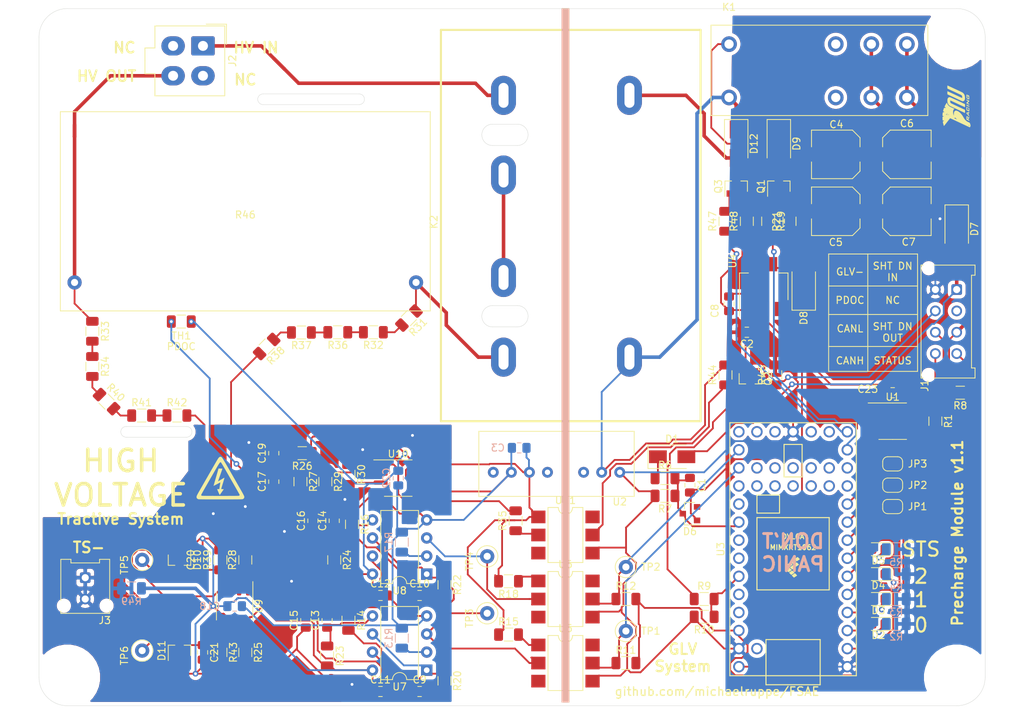
<source format=kicad_pcb>
(kicad_pcb (version 20241229) (generator "pcbnew") (generator_version "9.0")
  (layers (0 "F.Cu" signal) (2 "B.Cu" signal) (13 "F.Paste" user) (15 "B.Paste" user) (5 "F.SilkS" user) (7 "B.SilkS" user) (1 "F.Mask" user) (3 "B.Mask" user) (25 "Edge.Cuts" user))
  (net 0 "")
  (net 1 "+12V")
  (net 2 "+5V")
  (net 3 "/PRECH_STS")
  (net 4 "/SHTDN_OUT")
  (net 5 "Net-(K2-Pad4)")
  (net 6 "Net-(Q1-Pad1)")
  (net 7 "Net-(Q2-Pad1)")
  (net 8 "GLV-")
  (net 9 "GLV+")
  (net 10 "GNDS")
  (net 11 "+12P")
  (net 12 "Net-(C9-Pad2)")
  (net 13 "Net-(C9-Pad1)")
  (net 14 "Net-(C10-Pad2)")
  (net 15 "Net-(C10-Pad1)")
  (net 16 "Net-(C13-Pad1)")
  (net 17 "Net-(C14-Pad1)")
  (net 18 "Net-(C15-Pad1)")
  (net 19 "Net-(C16-Pad1)")
  (net 20 "Net-(C19-Pad1)")
  (net 21 "/PDOC_OK")
  (net 22 "/VinTS")
  (net 23 "/VinAccu")
  (net 24 "Net-(Q3-Pad1)")
  (net 25 "/Fts")
  (net 26 "/Faccu")
  (net 27 "/FoutTS")
  (net 28 "/FoutAccu")
  (net 29 "Net-(R25-Pad1)")
  (net 30 "Net-(R33-Pad2)")
  (net 31 "+3V3")
  (net 32 "/PWR_OK")
  (net 33 "Net-(C20-Pad1)")
  (net 34 "Net-(C21-Pad1)")
  (net 35 "Net-(D1-Pad1)")
  (net 36 "Net-(D3-Pad1)")
  (net 37 "Net-(D4-Pad1)")
  (net 38 "Net-(D5-Pad1)")
  (net 39 "Net-(D9-Pad2)")
  (net 40 "Net-(D12-Pad2)")
  (net 41 "Net-(J2-Pad1)")
  (net 42 "Net-(R13-Pad2)")
  (net 43 "Net-(R15-Pad2)")
  (net 44 "Net-(D2-Pad1)")
  (net 45 "Net-(R34-Pad2)")
  (net 46 "Net-(R36-Pad2)")
  (net 47 "Net-(D2-Pad2)")
  (net 48 "Net-(D3-Pad2)")
  (net 49 "Net-(D4-Pad2)")
  (net 50 "Net-(D5-Pad2)")
  (net 51 "Net-(C17-Pad2)")
  (net 52 "/CFG0")
  (net 53 "/CFG1")
  (net 54 "/CFG2")
  (net 55 "/CANL")
  (net 56 "/CANH")
  (net 57 "Net-(R10-Pad1)")
  (net 58 "Net-(R17-Pad2)")
  (net 59 "/SHTDN_CTRL")
  (net 60 "Net-(R28-Pad1)")
  (net 61 "Net-(R30-Pad1)")
  (net 62 "Net-(R31-Pad2)")
  (net 63 "Net-(R32-Pad2)")
  (net 64 "Net-(R35-Pad1)")
  (net 65 "Net-(R37-Pad2)")
  (net 66 "Net-(R40-Pad2)")
  (net 67 "Net-(R41-Pad2)")
  (net 68 "/PRECHG")
  (net 69 "/CANRX")
  (net 70 "/CANTX")
  (net 71 "/TS-")
  (net 72 "Net-(R18-Pad1)")
  (footprint "Capacitor_SMD:C_0805_2012Metric_Pad1.15x1.40mm_HandSolder" (layer "F.Cu") (at 167.5 96 180)
    (property "Reference" "C2")
    (property "Value" "100n")
  )
  (footprint "Capacitor_SMD:C_0805_2012Metric_Pad1.15x1.40mm_HandSolder" (layer "F.Cu") (at 165 92 -90)
    (property "Reference" "C8")
    (property "Value" "1u")
  )
  (footprint "Capacitor_SMD:C_0805_2012Metric_Pad1.15x1.40mm_HandSolder" (layer "F.Cu") (at 101 113 90)
    (property "Reference" "C19")
    (property "Value" "100n")
  )
  (footprint "Capacitor_SMD:C_0805_2012Metric_Pad1.15x1.40mm_HandSolder" (layer "F.Cu") (at 101 117 90)
    (property "Reference" "C17")
    (property "Value" "100n")
  )
  (footprint "Diode_SMD:D_SMA" (layer "F.Cu") (at 197 81.5 -90)
    (property "Reference" "D7")
    (property "Value" "D")
  )
  (footprint "Diode_SMD:D_SMA" (layer "F.Cu") (at 175.5 89.5 90)
    (property "Reference" "D8")
    (property "Value" "D")
  )
  (footprint "Diode_SMD:D_SMA" (layer "F.Cu") (at 166 69.5 -90)
    (property "Reference" "D12")
    (property "Value" "D")
  )
  (footprint "Precharge:OMRON-G2R-24" (layer "F.Cu") (at 165 63)
    (property "Reference" "K1")
    (property "Value" "OMRON-G2RL-24")
  )
  (footprint "Package_TO_SOT_SMD:SOT-23" (layer "F.Cu") (at 172 75.5 90)
    (property "Reference" "Q1")
    (property "Value" "2N7002")
  )
  (footprint "Package_TO_SOT_SMD:SOT-23" (layer "F.Cu") (at 166 75.5 90)
    (property "Reference" "Q3")
    (property "Value" "2N7002")
  )
  (footprint "Resistor_SMD:R_1206_3216Metric" (layer "F.Cu") (at 197.5 104.5 180)
    (property "Reference" "R8")
    (property "Value" "10k")
  )
  (footprint "Resistor_SMD:R_1206_3216Metric" (layer "F.Cu") (at 170.5 80.4 -90)
    (property "Reference" "R19")
    (property "Value" "220")
  )
  (footprint "Resistor_SMD:R_1206_3216Metric" (layer "F.Cu") (at 173.5 80.4 90)
    (property "Reference" "R21")
    (property "Value" "10k")
  )
  (footprint "Resistor_SMD:R_1206_3216Metric" (layer "F.Cu") (at 105 113 180)
    (property "Reference" "R26")
    (property "Value" "10k")
  )
  (footprint "Resistor_SMD:R_1206_3216Metric" (layer "F.Cu") (at 108.25 117 -90)
    (property "Reference" "R29")
    (property "Value" "10k")
  )
  (footprint "Resistor_SMD:R_1206_3216Metric" (layer "F.Cu") (at 164.5 80.4 90)
    (property "Reference" "R47")
    (property "Value" "220")
  )
  (footprint "Resistor_SMD:R_1206_3216Metric" (layer "F.Cu") (at 167.5 80.4 90)
    (property "Reference" "R48")
    (property "Value" "10k")
  )
  (footprint "Resistor_SMD:R_1206_3216Metric" (layer "F.Cu") (at 135 122.5 90)
    (property "Reference" "R35")
    (property "Value" "2k2")
  )
  (footprint "Package_TO_SOT_SMD:SOT-223-3_TabPin2" (layer "F.Cu") (at 169.874 89.582 90)
    (property "Reference" "U4")
    (property "Value" "LM1117-5.0")
  )
  (footprint "Precharge:G7L-2A-X-L" (layer "F.Cu") (at 151 99.5 90)
    (property "Reference" "K2")
    (property "Value" "G7L-2A-X-L")
  )
  (footprint "Diode_SMD:D_SMA" (layer "F.Cu") (at 172 69.5 -90)
    (property "Reference" "D9")
    (property "Value" "D")
  )
  (footprint "Capacitor_SMD:C_0805_2012Metric_Pad1.15x1.40mm_HandSolder" (layer "F.Cu") (at 159.5 117.5 -90)
    (property "Reference" "C1")
    (property "Value" "100n")
  )
  (footprint "Capacitor_SMD:C_0805_2012Metric_Pad1.15x1.40mm_HandSolder" (layer "F.Cu") (at 121.5 133)
    (property "Reference" "C10")
    (property "Value" "1u")
  )
  (footprint "Capacitor_SMD:C_0805_2012Metric_Pad1.15x1.40mm_HandSolder" (layer "F.Cu") (at 116 146.5)
    (property "Reference" "C11")
    (property "Value" "100n")
  )
  (footprint "Capacitor_SMD:C_0805_2012Metric_Pad1.15x1.40mm_HandSolder" (layer "F.Cu") (at 116 133)
    (property "Reference" "C12")
    (property "Value" "100n")
  )
  (footprint "Capacitor_SMD:C_0805_2012Metric_Pad1.15x1.40mm_HandSolder" (layer "F.Cu") (at 109.5 122.5 90)
    (property "Reference" "C14")
    (property "Value" "10n")
  )
  (footprint "Capacitor_SMD:C_0805_2012Metric_Pad1.15x1.40mm_HandSolder" (layer "F.Cu") (at 106.5 122.5 90)
    (property "Reference" "C16")
    (property "Value" "100n")
  )
  (footprint "Capacitor_SMD:C_0805_2012Metric_Pad1.15x1.40mm_HandSolder" (layer "F.Cu") (at 91 128 90)
    (property "Reference" "C20")
    (property "Value" "100n")
  )
  (footprint "Capacitor_SMD:C_0805_2012Metric_Pad1.15x1.40mm_HandSolder" (layer "F.Cu") (at 91 141 -90)
    (property "Reference" "C21")
    (property "Value" "100n")
  )
  (footprint "Capacitor_SMD:C_Elec_6.3x5.4" (layer "F.Cu") (at 180 79 180)
    (property "Reference" "C5")
    (property "Value" "220u")
  )
  (footprint "Capacitor_SMD:C_Elec_6.3x5.4" (layer "F.Cu") (at 190 79)
    (property "Reference" "C7")
    (property "Value" "220u")
  )
  (footprint "Diode_SMD:D_SMA" (layer "F.Cu") (at 157 113.5)
    (property "Reference" "D1")
    (property "Value" "D")
  )
  (footprint "Package_TO_SOT_SMD:SOT-23" (layer "F.Cu") (at 168 102.5 -90)
    (property "Reference" "Q2")
    (property "Value" "MMBT3906")
  )
  (footprint "Resistor_SMD:R_1206_3216Metric" (layer "F.Cu") (at 150.5 142.5)
    (property "Reference" "R11")
    (property "Value" "1k5")
  )
  (footprint "Resistor_SMD:R_1206_3216Metric" (layer "F.Cu") (at 150.5 133.5)
    (property "Reference" "R12")
    (property "Value" "1k5")
  )
  (footprint "Resistor_SMD:R_1206_3216Metric" (layer "F.Cu") (at 156 116.5)
    (property "Reference" "R6")
    (property "Value" "20k")
  )
  (footprint "Resistor_SMD:R_1206_3216Metric" (layer "F.Cu") (at 156 119 180)
    (property "Reference" "R7")
    (property "Value" "6k8")
  )
  (footprint "Resistor_SMD:R_1206_3216Metric" (layer "F.Cu") (at 111.5 116 -90)
    (property "Reference" "R30")
    (property "Value" "500k")
  )
  (footprint "Resistor_SMD:R_1206_3216Metric" (layer "F.Cu") (at 164.5 102 90)
    (property "Reference" "R44")
    (property "Value" "10k")
  )
  (footprint "Resistor_SMD:R_1206_3216Metric" (layer "F.Cu") (at 112 123 -90)
    (property "Reference" "R16")
    (property "Value" "47")
  )
  (footprint "Resistor_SMD:R_1206_3216Metric" (layer "F.Cu") (at 134 131 180)
    (property "Reference" "R18")
    (property "Value" "560")
  )
  (footprint "Resistor_SMD:R_1206_3216Metric" (layer "F.Cu") (at 109.5 128 -90)
    (property "Reference" "R24")
    (property "Value" "6k8")
  )
  (footprint "Resistor_SMD:R_1206_3216Metric" (layer "F.Cu") (at 97 141 -90)
    (property "Reference" "R25")
    (property "Value" "100k")
  )
  (footprint "Resistor_SMD:R_1206_3216Metric" (layer "F.Cu") (at 75.5 100.812 -90)
    (property "Reference" "R34")
    (property "Value" "510k")
  )
  (footprint "Resistor_SMD:R_1206_3216Metric" (layer "F.Cu") (at 77.5 105.75 -45)
    (property "Reference" "R40")
    (property "Value" "510k")
  )
  (footprint "Resistor_SMD:R_1206_3216Metric" (layer "F.Cu") (at 82.426 107.709)
    (property "Reference" "R41")
    (property "Value" "510k")
  )
  (footprint "Resistor_SMD:R_1206_3216Metric" (layer "F.Cu") (at 93.5 141 -90)
    (property "Reference" "R43")
    (property "Value" "39k")
  )
  (footprint "Resistor_SMD:R_1206_3216Metric" (layer "F.Cu") (at 171.5 102 90)
    (property "Reference" "R45")
    (property "Value" "10k")
  )
  (footprint "Precharge:SPAN02" (layer "F.Cu") (at 141 114.5 180)
    (property "Reference" "U2")
    (property "Value" "SPAN02A-12")
  )
  (footprint "Package_DIP:SMDIP-6_W7.62mm" (layer "F.Cu") (at 142 142.5)
    (property "Reference" "U5")
    (property "Value" "4N35")
  )
  (footprint "Package_DIP:SMDIP-6_W7.62mm" (layer "F.Cu") (at 142 133.5)
    (property "Reference" "U6")
    (property "Value" "4N35")
  )
  (footprint "Package_DIP:DIP-8_W7.62mm" (layer "F.Cu") (at 122.5 130 180)
    (property "Reference" "U8")
    (property "Value" "LM331")
  )
  (footprint "Package_DIP:SMDIP-6_W7.62mm" (layer "F.Cu") (at 142 124.5)
    (property "Reference" "U11")
    (property "Value" "4N35")
  )
  (footprint "Diode_SMD:D_SOT-23_ANK" (layer "F.Cu") (at 159.5 121.5 180)
    (property "Reference" "D6")
    (property "Value" "BZX84C3V3")
  )
  (footprint "Resistor_SMD:R_1206_3216Metric" (layer "F.Cu") (at 87.39 107.709)
    (property "Reference" "R42")
    (property "Value" "510k")
  )
  (footprint "Capacitor_SMD:C_Elec_6.3x5.4" (layer "F.Cu") (at 190 71)
    (property "Reference" "C6")
    (property "Value" "220u")
  )
  (footprint "LED_SMD:LED_0805_2012Metric_Castellated" (layer "F.Cu") (at 186 137 180)
    (property "Reference" "D2")
    (property "Value" "LED")
  )
  (footprint "LED_SMD:LED_0805_2012Metric_Castellated" (layer "F.Cu") (at 186 133.5 180)
    (property "Reference" "D3")
    (property "Value" "LED")
  )
  (footprint "LED_SMD:LED_0805_2012Metric_Castellated" (layer "F.Cu") (at 186 130 180)
    (property "Reference" "D4")
    (property "Value" "LED")
  )
  (footprint "LED_SMD:LED_0805_2012Metric_Castellated" (layer "F.Cu") (at 186 126.5 180)
    (property "Reference" "D5")
    (property "Value" "LED")
  )
  (footprint "Jumper:SolderJumper-2_P1.3mm_Open_RoundedPad1.0x1.5mm" (layer "F.Cu") (at 188 120.5)
    (property "Reference" "JP1")
    (property "Value" "SolderJumper_2_Open")
  )
  (footprint "Jumper:SolderJumper-2_P1.3mm_Open_RoundedPad1.0x1.5mm" (layer "F.Cu") (at 188 117.5)
    (property "Reference" "JP2")
    (property "Value" "SolderJumper_2_Open")
  )
  (footprint "Jumper:SolderJumper-2_P1.3mm_Open_RoundedPad1.0x1.5mm" (layer "F.Cu") (at 188 114.5)
    (property "Reference" "JP3")
    (property "Value" "SolderJumper_2_Open")
  )
  (footprint "Resistor_SMD:R_1206_3216Metric" (layer "F.Cu") (at 75.5 95.8621 -90)
    (property "Reference" "R33")
    (property "Value" "510k")
  )
  (footprint "Capacitor_SMD:C_Elec_6.3x5.4" (layer "F.Cu") (at 180 71 180)
    (property "Reference" "C4")
    (property "Value" "220u")
  )
  (footprint "TestPoint:TestPoint_Loop_D2.50mm_Drill1.0mm_LowProfile" (layer "F.Cu") (at 131 135.5 -90)
    (property "Reference" "TP3")
    (property "Value" "TestPoint")
  )
  (footprint "TestPoint:TestPoint_Loop_D2.50mm_Drill1.0mm_LowProfile" (layer "F.Cu") (at 131 127.5 -90)
    (property "Reference" "TP4")
    (property "Value" "TestPoint")
  )
  (footprint "TestPoint:TestPoint_Loop_D2.50mm_Drill1.0mm_LowProfile" (layer "F.Cu") (at 82.5 128 -90)
    (property "Reference" "TP5")
    (property "Value" "TestPoint")
  )
  (footprint "TestPoint:TestPoint_Loop_D2.50mm_Drill1.0mm_LowProfile" (layer "F.Cu") (at 82.5 140.75 -90)
    (property "Reference" "TP6")
    (property "Value" "TestPoint")
  )
  (footprint "Resistor_SMD:R_1206_3216Metric" (layer "F.Cu") (at 97 128 90)
    (property "Reference" "R28")
    (property "Value" "100k")
  )
  (footprint "Resistor_SMD:R_1206_3216Metric" (layer "F.Cu") (at 120 94 -135)
    (property "Reference" "R31")
    (property "Value" "510k")
  )
  (footprint "Resistor_SMD:R_1206_3216Metric" (layer "F.Cu") (at 104.886 96.031 180)
    (property "Reference" "R37")
    (property "Value" "510k")
  )
  (footprint "Resistor_SMD:R_1206_3216Metric" (layer "F.Cu") (at 110 96 180)
    (property "Reference" "R36")
    (property "Value" "510k")
  )
  (footprint "Resistor_SMD:R_1206_3216Metric" (layer "F.Cu") (at 115 96 180)
    (property "Reference" "R32")
    (property "Value" "510k")
  )
  (footprint "Resistor_SMD:R_1206_3216Metric" (layer "F.Cu") (at 93.5 128 90)
    (property "Reference" "R39")
    (property "Value" "39k")
  )
  (footprint "Package_SO:SOIC-8_3.9x4.9mm_P1.27mm" (layer "F.Cu") (at 95.5 134.5 -90)
    (property "Reference" "U9")
    (property "Value" "LM2904")
  )
  (footprint "teensy:Teensy40" (layer "F.Cu") (at 174 126.5 90)
    (property "Reference" "U3")
    (property "Value" "Teensy4.0")
  )
  (footprint "Resistor_SMD:R_1206_3216Metric" (layer "F.Cu") (at 108.5 141.5 -90)
    (property "Reference" "R23")
    (property "Value" "6k8")
  )
  (footprint "Resistor_SMD:R_1206_3216Metric" (layer "F.Cu") (at 111.5 136.5 -90)
    (property "Reference" "R14")
    (property "Value" "47")
  )
  (footprint "Capacitor_SMD:C_0805_2012Metric_Pad1.15x1.40mm_HandSolder" (layer "F.Cu") (at 108.5 136.5 90)
    (property "Reference" "C13")
    (property "Value" "10n")
  )
  (footprint "Capacitor_SMD:C_0805_2012Metric_Pad1.15x1.40mm_HandSolder" (layer "F.Cu") (at 121.5 146.5)
    (property "Reference" "C9")
    (property "Value" "1u")
  )
  (footprint "Package_DIP:DIP-8_W7.62mm" (layer "F.Cu") (at 122.5 143.5 180)
    (property "Reference" "U7")
    (property "Value" "LM331")
  )
  (footprint "Resistor_SMD:R_1206_3216Metric" (layer "F.Cu") (at 100 98 -135)
    (property "Reference" "R38")
    (property "Value" "510k")
  )
  (footprint "Package_SO:SOIC-8_3.9x4.9mm_P1.27mm" (layer "F.Cu") (at 118.5 116.5)
    (property "Reference" "U10")
    (property "Value" "LM393")
  )
  (footprint "Resistor_SMD:R_1206_3216Metric" (layer "F.Cu") (at 88 94.5)
    (property "Reference" "TH1")
    (property "Value" "TFPT1206L1002FM")
  )
  (footprint "Resistor_SMD:R_1206_3216Metric" (layer "F.Cu") (at 104.75 117 -90)
    (property "Reference" "R27")
    (property "Value" "10k")
  )
  (footprint "Precharge:Chassis_Resistor_TE_Connectivity_HSA25" (layer "F.Cu") (at 97 79)
    (property "Reference" "R46")
    (property "Value" "HSA25390RJ")
  )
  (footprint "Resistor_SMD:R_1206_3216Metric" (layer "F.Cu") (at 161.5 133.5)
    (property "Reference" "R9")
    (property "Value" "20k")
  )
  (footprint "Resistor_SMD:R_1206_3216Metric" (layer "F.Cu") (at 161.5 136 180)
    (property "Reference" "R10")
    (property "Value" "6k8")
  )
  (footprint "Mini-Fit-Jr-4.20mm-pitch:Molex-Mini-Fit-Jr-4-pin-P4.2mm-RowP4.2mm" (layer "F.Cu") (at 91.75 55.75 -90)
    (property "Reference" "J2")
    (property "Value" "Mini-Fit_Jr_5566-04A")
  )
  (footprint "Resistor_SMD:R_1206_3216Metric" (layer "F.Cu") (at 194 108.5 -90)
    (property "Reference" "R1")
    (property "Value" "160")
  )
  (footprint "Resistor_SMD:R_1206_3216Metric" (layer "F.Cu") (at 125 145 -90)
    (property "Reference" "R20")
    (property "Value" "100k")
  )
  (footprint "Resistor_SMD:R_1206_3216Metric" (layer "F.Cu") (at 125 131.5 -90)
    (property "Reference" "R22")
    (property "Value" "100k")
  )
  (footprint "TestPoint:TestPoint_Loop_D2.50mm_Drill1.0mm_LowProfile" (layer "F.Cu") (at 150.5 138)
    (property "Reference" "TP1")
    (property "Value" "TestPoint")
  )
  (footprint "TestPoint:TestPoint_Loop_D2.50mm_Drill1.0mm_LowProfile" (layer "F.Cu") (at 150.5 129)
    (property "Reference" "TP2")
    (property "Value" "TestPoint")
  )
  (footprint "Package_SO:SOIC-8_3.9x4.9mm_P1.27mm" (layer "F.Cu") (at 188 108.5)
    (property "Reference" "U1")
    (property "Value" "TJA1051T-3")
  )
  (footprint "Capacitor_SMD:C_0805_2012Metric_Pad1.15x1.40mm_HandSolder" (layer "F.Cu") (at 188 104.5)
    (property "Reference" "C23")
    (property "Value" "100n")
  )
  (footprint "Connector_Molex:Molex_Micro-Fit_3.0_43045-0812_2x04_P3.00mm_Vertical" (layer "F.Cu") (at 197 90 -90)
    (property "Reference" "J1")
    (property "Value" "MicroFit")
  )
  (footprint "Connector_Molex:Molex_Micro-Fit_3.0_43045-0212_2x01_P3.00mm_Vertical" (layer "F.Cu") (at 74.5 130.5)
    (property "Reference" "J3")
    (property "Value" "Micro-Fit 43045-0212")
  )
  (footprint "Capacitor_SMD:C_0805_2012Metric_Pad1.15x1.40mm_HandSolder" (layer "F.Cu") (at 105.5 136.5 90)
    (property "Reference" "C15")
    (property "Value" "100n")
  )
  (footprint "Diode_SMD:D_SOT-23_ANK" (layer "F.Cu") (at 87.75 128 -90)
    (property "Reference" "D10")
    (property "Value" "BZX84C12")
  )
  (footprint "Diode_SMD:D_SOT-23_ANK" (layer "F.Cu") (at 87.75 140.75 90)
    (property "Reference" "D11")
    (property "Value" "BZX84C12")
  )
  (footprint "MountingHole:MountingHole_3.2mm_M3" (layer "F.Cu") (at 197 144.5)
    (property "Reference" "MT2" (hide yes))
    (property "Value" "MountingHole_3.2mm_M3")
  )
  (footprint "MountingHole:MountingHole_3.2mm_M3" (layer "F.Cu") (at 72 54.5)
    (property "Reference" "MT6" (hide yes))
    (property "Value" "MountingHole_3.2mm_M3")
  )
  (footprint "MountingHole:MountingHole_3.2mm_M3" (layer "F.Cu") (at 117 54.5)
    (property "Reference" "MT4" (hide yes))
    (property "Value" "MountingHole_3.2mm_M3")
  )
  (footprint "MountingHole:MountingHole_3.2mm_M3" (layer "F.Cu") (at 132 144.5)
    (property "Reference" "MT3" (hide yes))
    (property "Value" "MountingHole_3.2mm_M3")
  )
  (footprint "Precharge:logo" (layer "F.Cu") (at 197 64.25 90)
    (property "Reference" "G***" (hide yes))
    (property "Value" "LOGO" (hide yes))
  )
  (footprint "Precharge:electric-shock-symbol" (layer "F.Cu") (at 93.5 116.5)
    (property "Reference" "G***" (hide yes))
    (property "Value" "LOGO" (hide yes))
  )
  (footprint "Resistor_SMD:R_1206_3216Metric" (layer "F.Cu") (at 134 138.5)
    (property "Reference" "R15")
    (property "Value" "560")
  )
  (footprint "MountingHole:MountingHole_3.2mm_M3" (layer "F.Cu") (at 72 144.5)
    (property "Reference" "MT1" (hide yes))
    (property "Value" "MountingHole_3.2mm_M3")
  )
  (footprint "MountingHole:MountingHole_3.2mm_M3" (layer "F.Cu") (at 197 54.5)
    (property "Reference" "MT5" (hide yes))
    (property "Value" "MountingHole_3.2mm_M3")
  )
  (footprint "Capacitor_SMD:C_0805_2012Metric_Pad1.15x1.40mm_HandSolder" (layer "B.Cu") (at 135.5 112.25)
    (property "Reference" "C3")
    (property "Value" "1u")
  )
  (footprint "Capacitor_SMD:C_0805_2012Metric_Pad1.15x1.40mm_HandSolder" (layer "B.Cu") (at 95.5 134.5 180)
    (property "Reference" "C18")
    (property "Value" "100n")
  )
  (footprint "Resistor_SMD:R_1206_3216Metric" (layer "B.Cu") (at 119 125.5 -90)
    (property "Reference" "R17")
    (property "Value" "12k")
  )
  (footprint "Capacitor_SMD:C_0805_2012Metric_Pad1.15x1.40mm_HandSolder" (layer "B.Cu") (at 118.5 116.5 -90)
    (property "Reference" "C22")
    (property "Value" "100n")
  )
  (footprint "Resistor_SMD:R_1206_3216Metric" (layer "B.Cu") (at 188.5 137)
    (property "Reference" "R2")
    (property "Value" "200")
  )
  (footprint "Resistor_SMD:R_1206_3216Metric" (layer "B.Cu") (at 188.5 133.5)
    (property "Reference" "R3")
    (property "Value" "200")
  )
  (footprint "Resistor_SMD:R_1206_3216Metric" (layer "B.Cu") (at 188.5 130)
    (property "Reference" "R4")
    (property "Value" "200")
  )
  (footprint "Resistor_SMD:R_1206_3216Metric" (layer "B.Cu") (at 188.5 126.5)
    (property "Reference" "R5")
    (property "Value" "200")
  )
  (footprint "Resistor_SMD:R_1206_3216Metric" (layer "B.Cu") (at 119 139 -90)
    (property "Reference" "R13")
    (property "Value" "12k")
  )
  (footprint "Resistor_SMD:R_1206_3216Metric" (layer "B.Cu") (at 81 132)
    (property "Reference" "R49")
    (property "Value" "0")
  )
  (gr_line (start 191.5 85) (end 191.5 101.5) (stroke (width 0.12)) (layer "F.SilkS"))
  (gr_poly (pts (xy 141.5 148) (xy 142.5 148) (xy 142.5 50.5) (xy 141.5 50.5)) (stroke (width 0.1)) (fill yes) (layer "F.SilkS"))
  (gr_line (start 179 98) (end 191.5 98) (stroke (width 0.12)) (layer "F.SilkS"))
  (gr_line (start 179 101.5) (end 179 85) (stroke (width 0.12)) (layer "F.SilkS"))
  (gr_line (start 179 85) (end 191.5 85) (stroke (width 0.12)) (layer "F.SilkS"))
  (gr_line (start 179 93.5) (end 191.5 93.5) (stroke (width 0.12)) (layer "F.SilkS"))
  (gr_line (start 191.5 89.5) (end 179 89.5) (stroke (width 0.12)) (layer "F.SilkS"))
  (gr_line (start 191.5 101.5) (end 179 101.5) (stroke (width 0.12)) (layer "F.SilkS"))
  (gr_line (start 184.5 85) (end 184.5 101.5) (stroke (width 0.12)) (layer "F.SilkS"))
  (gr_poly (pts (xy 141.5 148) (xy 142.5 148) (xy 142.5 50.5) (xy 141.5 50.5)) (stroke (width 0.1)) (fill yes) (layer "B.SilkS"))
  (gr_line (start 135.25 92.25) (end 131.75 92.25) (stroke (width 0.05)) (layer "Edge.Cuts"))
  (gr_line (start 131.75 95.25) (end 135.25 95.25) (stroke (width 0.05)) (layer "Edge.Cuts"))
  (gr_line (start 131.75 69.75) (end 135.25 69.75) (stroke (width 0.05)) (layer "Edge.Cuts"))
  (gr_line (start 135.25 66.75) (end 131.75 66.75) (stroke (width 0.05)) (layer "Edge.Cuts"))
  (gr_arc (start 135.25 66.75) (mid 136.75 68.25) (end 135.25 69.75) (stroke (width 0.05)) (layer "Edge.Cuts"))
  (gr_arc (start 131.75 69.75) (mid 130.25 68.25) (end 131.75 66.75) (stroke (width 0.05)) (layer "Edge.Cuts"))
  (gr_arc (start 113 62.5) (mid 113.75 63.25) (end 113 64) (stroke (width 0.05)) (layer "Edge.Cuts"))
  (gr_line (start 113 62.5) (end 99.5 62.5) (stroke (width 0.05)) (layer "Edge.Cuts"))
  (gr_line (start 113 64) (end 99.5 64) (stroke (width 0.05)) (layer "Edge.Cuts"))
  (gr_arc (start 99.5 64) (mid 98.75 63.25) (end 99.5 62.5) (stroke (width 0.05)) (layer "Edge.Cuts"))
  (gr_arc (start 201 144.5) (mid 199.828427 147.328427) (end 197 148.5) (stroke (width 0.05)) (layer "Edge.Cuts"))
  (gr_line (start 72 148.5) (end 197 148.5) (stroke (width 0.05)) (layer "Edge.Cuts"))
  (gr_arc (start 197 50.5) (mid 199.828427 51.671573) (end 201 54.5) (stroke (width 0.05)) (layer "Edge.Cuts"))
  (gr_line (start 88.75 109.25) (end 80.25 109.25) (stroke (width 0.05)) (layer "Edge.Cuts"))
  (gr_arc (start 131.75 95.25) (mid 130.25 93.75) (end 131.75 92.25) (stroke (width 0.05)) (layer "Edge.Cuts"))
  (gr_line (start 197 50.5) (end 72 50.5) (stroke (width 0.05)) (layer "Edge.Cuts"))
  (gr_line (start 88.75 110.75) (end 80.25 110.75) (stroke (width 0.05)) (layer "Edge.Cuts"))
  (gr_arc (start 72 148.5) (mid 69.171573 147.328427) (end 68 144.5) (stroke (width 0.05)) (layer "Edge.Cuts"))
  (gr_arc (start 88.75 109.25) (mid 89.5 110) (end 88.75 110.75) (stroke (width 0.05)) (layer "Edge.Cuts"))
  (gr_line (start 201 144.5) (end 201 54.5) (stroke (width 0.05)) (layer "Edge.Cuts"))
  (gr_arc (start 80.25 110.75) (mid 79.5 110) (end 80.25 109.25) (stroke (width 0.05)) (layer "Edge.Cuts"))
  (gr_line (start 68 54.5) (end 68 144.5) (stroke (width 0.05)) (layer "Edge.Cuts"))
  (gr_arc (start 68 54.5) (mid 69.171573 51.671573) (end 72 50.5) (stroke (width 0.05)) (layer "Edge.Cuts"))
  (gr_arc (start 135.25 92.25) (mid 136.75 93.75) (end 135.25 95.25) (stroke (width 0.05)) (layer "Edge.Cuts"))
  (gr_text "HV OUT" (at 77.5 60 0) (layer "F.SilkS") (effects (font (size 1.5 1.5) (thickness 0.3))))
  (gr_text "NC" (at 97 60.5 0) (layer "F.SilkS") (effects (font (size 1.5 1.5) (thickness 0.3))))
  (gr_text "NC" (at 80 56 0) (layer "F.SilkS") (effects (font (size 1.5 1.5) (thickness 0.3))))
  (gr_text "GLV-" (at 182 87.5 0) (layer "F.SilkS") (effects (font (size 1 1))))
  (gr_text "SHT DN\nOUT" (at 188 96 0) (layer "F.SilkS") (effects (font (size 1 1))))
  (gr_text "NC" (at 188 91.5 0) (layer "F.SilkS") (effects (font (size 1 1))))
  (gr_text "CANL" (at 182 95.5 0) (layer "F.SilkS") (effects (font (size 1 1))))
  (gr_text "PDOC" (at 182 91.5 0) (layer "F.SilkS") (effects (font (size 1 1))))
  (gr_text "TS-" (at 75 126.25 0) (layer "F.SilkS") (effects (font (size 1.5 1.5) (thickness 0.3))))
  (gr_text "Tractive System" (at 79.5 122.25 0) (layer "F.SilkS") (effects (font (size 1.5 1.5) (thickness 0.3))))
  (gr_text "GLV\nSystem" (at 158.5 141.75 0) (layer "F.SilkS") (effects (font (size 1.5 1.5) (thickness 0.3))))
  (gr_text "0" (at 192 137.168 0) (layer "F.SilkS") (effects (font (size 2 2) (thickness 0.3))))
  (gr_text "Precharge Module v1.1" (at 197.104 124.206 90) (layer "F.SilkS") (effects (font (size 1.5 1.5) (thickness 0.3))))
  (gr_text "github.com/michaelruppe/FSAE" (at 163.322 146.5 0) (layer "F.SilkS") (effects (font (size 1.2 1.2) (thickness 0.18))))
  (gr_text "HIGH\nVOLTAGE" (at 79.5 116.5 0) (layer "F.SilkS") (effects (font (size 3 3) (thickness 0.5))))
  (gr_text "STS" (at 192 126.5 0) (layer "F.SilkS") (effects (font (size 2 2) (thickness 0.3))))
  (gr_text "STATUS" (at 188 100 0) (layer "F.SilkS") (effects (font (size 1 1))))
  (gr_text "1" (at 192 133.612 0) (layer "F.SilkS") (effects (font (size 2 2) (thickness 0.3))))
  (gr_text "SHT DN\nIN" (at 188 87.5 0) (layer "F.SilkS") (effects (font (size 1 1))))
  (gr_text "PDOC" (at 88 98 0) (layer "F.SilkS") (effects (font (size 1 1))))
  (gr_text "2" (at 192 130.31 0) (layer "F.SilkS") (effects (font (size 2 2) (thickness 0.3))))
  (gr_text "HV IN" (at 98.5 56 0) (layer "F.SilkS") (effects (font (size 1.5 1.5) (thickness 0.3))))
  (gr_text "CANH" (at 182 100 0) (layer "F.SilkS") (effects (font (size 1 1))))
  (gr_text "DON'T\nPANIC" (at 174 127 0) (layer "B.SilkS") (effects (font (size 2 2) (thickness 0.4)) (justify mirror)))
  (segment (start 163.8103 101.2164) (end 163.8103 101.2195) (width 0.25) (layer "F.Cu") (net 1))
  (segment (start 166.65 101.1991) (end 166.775 101.1991) (width 0.25) (layer "F.Cu") (net 1))
  (segment (start 167.325 101.175) (end 167.05 101.5) (width 0.25) (layer "F.Cu") (net 1))
  (segment (start 147.1792 115.684) (end 147.096 115.684) (width 0.25) (layer "F.Cu") (net 1))
  (segment (start 165.5258 101.1991) (end 166.65 101.1991) (width 0.25) (layer "F.Cu") (net 1))
  (segment (start 175.5 91.5) (end 174.725 92.116) (width 0.25) (layer "F.Cu") (net 1))
  (segment (start 166.775 101.1991) (end 167.05 101.5) (width 0.25) (layer "F.Cu") (net 1))
  (segment (start 176.275 90.375) (end 175.5 91.5) (width 0.25) (layer "F.Cu") (net 1))
  (segment (start 185.25 81) (end 185 80.75) (width 0.5) (layer "F.Cu") (net 1))
  (segment (start 166 67.5) (end 166 64) (width 0.5) (layer "F.Cu") (net 1))
  (segment (start 185 80.75) (end 185 74.75) (width 0.5) (layer "F.Cu") (net 1))
  (segment (start 197 79.5) (end 197 79.75) (width 0.5) (layer "F.Cu") (net 1))
  (segment (start 159.6027 111.0747) (end 157.1182 111.0747) (width 0.25) (layer "F.Cu") (net 1))
  (segment (start 187.4625 79) (end 187.462 77.2125) (width 0.5) (layer "F.Cu") (net 1))
  (segment (start 164.5 100.6) (end 163.8103 101.2164) (width 0.25) (layer "F.Cu") (net 1))
  (segment (start 165.3664 101.0397) (end 165.5258 101.1991) (width 0.25) (layer "F.Cu") (net 1))
  (segment (start 148.9164 113.9468) (end 147.1792 115.684) (width 0.25) (layer "F.Cu") (net 1))
  (segment (start 153.3461 111.6248) (end 151.0241 113.9468) (width 0.25) (layer "F.Cu") (net 1))
  (segment (start 183.25 67.5) (end 172 67.5) (width 0.5) (layer "F.Cu") (net 1))
  (segment (start 168.1353 96.6945) (end 167.325 97.5048) (width 0.25) (layer "F.Cu") (net 1))
  (segment (start 174.6 92.116) (end 172.924 92.116) (width 0.25) (layer "F.Cu") (net 1))
  (segment (start 187.4625 71) (end 187.462 72.2875) (width 0.5) (layer "F.Cu") (net 1))
  (segment (start 161.6255 103.4043) (end 161.6255 109.0519) (width 0.25) (layer "F.Cu") (net 1))
  (segment (start 197 79.75) (end 195.75 81) (width 0.5) (layer "F.Cu") (net 1))
  (segment (start 172.924 92.116) (end 172.799 92.116) (width 0.25) (layer "F.Cu") (net 1))
  (segment (start 187.462 77.2125) (end 185 74.75) (width 0.5) (layer "F.Cu") (net 1))
  (segment (start 161.6255 109.0519) (end 159.6027 111.0747) (width 0.25) (layer "F.Cu") (net 1))
  (segment (start 182.538 72.2875) (end 185 74.75) (width 0.5) (layer "F.Cu") (net 1))
  (segment (start 185 74.75) (end 185 69.25) (width 0.5) (layer "F.Cu") (net 1))
  (segment (start 185.25 81) (end 176.275 89.975) (width 0.25) (layer "F.Cu") (net 1))
  (segment (start 182.538 77.2125) (end 185 74.75) (width 0.5) (layer "F.Cu") (net 1))
  (segment (start 176.275 89.975) (end 176.275 90.25) (width 0.25) (layer "F.Cu") (net 1))
  (segment (start 176.275 90.25) (end 176.275 90.375) (width 0.25) (layer "F.Cu") (net 1))
  (segment (start 163.8103 101.2195) (end 161.6255 103.4043) (width 0.25) (layer "F.Cu") (net 1))
  (segment (start 174.725 92.116) (end 174.6 92.116) (width 0.25) (layer "F.Cu") (net 1))
  (segment (start 172.799 92.116) (end 172.174 92.732) (width 0.25) (layer "F.Cu") (net 1))
  (segment (start 151.0241 113.9468) (end 148.9164 113.9468) (width 0.25) (layer "F.Cu") (net 1))
  (segment (start 156.5681 111.6248) (end 153.3461 111.6248) (width 0.25) (layer "F.Cu") (net 1))
  (segment (start 166 64) (end 165 63) (width 0.5) (layer "F.Cu") (net 1))
  (segment (start 168.1353 96.6914) (end 168.1353 96.6945) (width 0.25) (layer "F.Cu") (net 1))
  (segment (start 167.325 97.5048) (end 167.325 101.05) (width 0.25) (layer "F.Cu") (net 1))
  (segment (start 187.462 72.2875) (end 185 74.75) (width 0.5) (layer "F.Cu") (net 1))
  (segment (start 185 69.25) (end 183.25 67.5) (width 0.5) (layer "F.Cu") (net 1))
  (segment (start 185 74.3625) (end 185 74.75) (width 0.5) (layer "F.Cu") (net 1))
  (segment (start 172 67.5) (end 166 67.5) (width 0.5) (layer "F.Cu") (net 1))
  (segment (start 182.5375 71) (end 182.538 72.2875) (width 0.5) (layer "F.Cu") (net 1))
  (segment (start 182.5375 79) (end 182.538 77.2125) (width 0.5) (layer "F.Cu") (net 1))
  (segment (start 185.0379 81.2121) (end 185.2935 81.1171) (width 0.25) (layer "F.Cu") (net 1))
  (segment (start 185.0379 81.2121) (end 185.1329 80.9565) (width 0.25) (layer "F.Cu") (net 1))
  (segment (start 164.5 100.6) (end 165.3664 101.0397) (width 0.25) (layer "F.Cu") (net 1))
  (segment (start 167.325 101.05) (end 167.325 101.175) (width 0.25) (layer "F.Cu") (net 1))
  (segment (start 195.75 81) (end 185.25 81) (width 0.5) (layer "F.Cu") (net 1))
  (segment (start 168.525 96) (end 168.1353 96.6914) (width 0.25) (layer "F.Cu") (net 1))
  (segment (start 157.1182 111.0747) (end 156.5681 111.6248) (width 0.25) (layer "F.Cu") (net 1))
  (segment (start 162.75 63) (end 160.5 65.25) (width 0.5) (layer "B.Cu") (net 1))
  (segment (start 160.5 65.25) (end 160.5 94.25) (width 0.5) (layer "B.Cu") (net 1))
  (segment (start 147.096 115.684) (end 147.096 104.404) (width 0.25) (layer "B.Cu") (net 1))
  (segment (start 155.25 99.5) (end 151 99.5) (width 0.5) (layer "B.Cu") (net 1))
  (segment (start 160.5 94.25) (end 155.25 99.5) (width 0.5) (layer "B.Cu") (net 1))
  (segment (start 165 63) (end 162.75 63) (width 0.5) (layer "B.Cu") (net 1))
  (segment (start 151 100.5) (end 151 99.5) (width 0.25) (layer "B.Cu") (net 1))
  (segment (start 147.096 104.404) (end 151 100.5) (width 0.25) (layer "B.Cu") (net 1))
  (segment (start 174.725 86.966) (end 174.6 86.966) (width 0.25) (layer "F.Cu") (net 2))
  (segment (start 175.3043 99.3578) (end 179.3204 103.3739) (width 0.25) (layer "F.Cu") (net 2))
  (segment (start 168.099 87.4838) (end 167.4964 88.0864) (width 0.25) (layer "F.Cu") (net 2))
  (segment (start 171.774 86.966) (end 171.649 86.966) (width 0.25) (layer "F.Cu") (net 2))
  (segment (start 187.9659 103.7931) (end 188.6229 103.7931) (width 0.25) (layer "F.Cu") (net 2))
  (segment (start 167.4964 88.0864) (end 167.4964 90.0368) (width 0.25) (layer "F.Cu") (net 2))
  (segment (start 175.25 99.3578) (end 175.3043 99.3578) (width 0.25) (layer "F.Cu") (net 2))
  (segment (start 169.249 91.857) (end 169.874 92.732) (width 0.25) (layer "F.Cu") (net 2))
  (segment (start 165 90.975) (end 165.6914 90.5853) (width 0.25) (layer "F.Cu") (net 2))
  (segment (start 187.5253 103.3834) (end 187.5408 103.3834) (width 0.25) (layer "F.Cu") (net 2))
  (segment (start 174.6 86.966) (end 171.774 86.966) (width 0.25) (layer "F.Cu") (net 2))
  (segment (start 189.025 104.5) (end 188.402 105.123) (width 0.25) (layer "F.Cu") (net 2))
  (segment (start 187.4979 103.3758) (end 187.4999 103.3778) (width 0.25) (layer "F.Cu") (net 2))
  (segment (start 169.249 91.6802) (end 169.249 91.732) (width 0.25) (layer "F.Cu") (net 2))
  (segment (start 171.649 86.966) (end 169.874 86.432) (width 0.25) (layer "F.Cu") (net 2))
  (segment (start 166.9479 90.5853) (end 167.4964 90.0368) (width 0.25) (layer "F.Cu") (net 2))
  (segment (start 168.099 87.432) (end 168.099 87.4838) (width 0.25) (layer "F.Cu") (net 2))
  (segment (start 188.402 108.348) (end 187.615 109.135) (width 0.25) (layer "F.Cu") (net 2))
  (segment (start 179.3204 103.3739) (end 187.4761 103.3739) (width 0.25) (layer "F.Cu") (net 2))
  (segment (start 187.5197 103.3778) (end 187.5253 103.3834) (width 0.25) (layer "F.Cu") (net 2))
  (segment (start 169.874 92.732) (end 169.874 93.982) (width 0.25) (layer "F.Cu") (net 2))
  (segment (start 169.1758 91.607) (end 169.249 91.6802) (width 0.25) (layer "F.Cu") (net 2))
  (segment (start 188.6353 103.8055) (end 188.6353 103.8085) (width 0.25) (layer "F.Cu") (net 2))
  (segment (start 187.5465 103.3891) (end 187.5619 103.3891) (width 0.25) (layer "F.Cu") (net 2))
  (segment (start 187.5619 103.3891) (end 187.9659 103.7931) (width 0.25) (layer "F.Cu") (net 2))
  (segment (start 187.615 109.135) (end 185.525 109.135) (width 0.25) (layer "F.Cu") (net 2))
  (segment (start 168.099 87.307) (end 168.099 87.432) (width 0.25) (layer "F.Cu") (net 2))
  (segment (start 169.0666 91.607) (end 169.1758 91.607) (width 0.25) (layer "F.Cu") (net 2))
  (segment (start 187.5408 103.3834) (end 187.5465 103.3891) (width 0.25) (layer "F.Cu") (net 2))
  (segment (start 187.4999 103.3778) (end 187.5197 103.3778) (width 0.25) (layer "F.Cu") (net 2))
  (segment (start 170.74 143.01) (end 166.38 143.01) (width 0.25) (layer "F.Cu") (net 2))
  (segment (start 175.5 87.5) (end 174.725 86.966) (width 0.25) (layer "F.Cu") (net 2))
  (segment (start 188.402 105.123) (end 188.402 108.348) (width 0.25) (layer "F.Cu") (net 2))
  (segment (start 187.478 103.3758) (end 187.4979 103.3758) (width 0.25) (layer "F.Cu") (net 2))
  (segment (start 188.6353 103.8085) (end 189.025 104.5) (width 0.25) (layer "F.Cu") (net 2))
  (segment (start 187.4761 103.3739) (end 187.478 103.3758) (width 0.25) (layer "F.Cu") (net 2))
  (segment (start 169.874 93.982) (end 175.25 99.3578) (width 0.25) (layer "F.Cu") (net 2))
  (segment (start 169.249 91.732) (end 169.249 91.857) (width 0.25) (layer "F.Cu") (net 2))
  (segment (start 165.6914 90.5853) (end 166.9479 90.5853) (width 0.25) (layer "F.Cu") (net 2))
  (segment (start 169.874 86.432) (end 168.099 87.307) (width 0.25) (layer "F.Cu") (net 2))
  (segment (start 175.25 138.5) (end 170.74 143.01) (width 0.25) (layer "F.Cu") (net 2))
  (segment (start 188.6229 103.7931) (end 188.6353 103.8055) (width 0.25) (layer "F.Cu") (net 2))
  (segment (start 167.4964 90.0368) (end 169.0666 91.607) (width 0.25) (layer "F.Cu") (net 2))
  (segment (start 175.25 99.3578) (end 175.25 138.5) (width 0.25) (layer "F.Cu") (net 2))
  (segment (start 198.9 100.9) (end 197 99) (width 0.25) (layer "F.Cu") (net 3))
  (segment (start 198.9 104.5) (end 198.9 100.9) (width 0.25) (layer "F.Cu") (net 3))
  (segment (start 196.1 103.525) (end 195.925 103.35) (width 0.25) (layer "F.Cu") (net 4))
  (segment (start 196.1 104.5) (end 196.1 103.525) (width 0.25) (layer "F.Cu") (net 4))
  (segment (start 191.1 64.1) (end 190 63) (width 0.5) (layer "F.Cu") (net 4))
  (segment (start 191.85 64.1) (end 191.1 64.1) (width 0.5) (layer "F.Cu") (net 4))
  (segment (start 199.75 93.25) (end 199.75 72) (width 0.5) (layer "F.Cu") (net 4))
  (segment (start 197 96) (end 199.75 93.25) (width 0.5) (layer "F.Cu") (net 4))
  (segment (start 195.925 97.075) (end 197 96) (width 0.25) (layer "F.Cu") (net 4))
  (segment (start 199.75 72) (end 191.85 64.1) (width 0.5) (layer "F.Cu") (net 4))
  (segment (start 195.925 103.35) (end 195.925 97.075) (width 0.25) (layer "F.Cu") (net 4))
  (segment (start 190 55.5) (end 190 63) (width 0.5) (layer "F.Cu") (net 4))
  (segment (start 133.3 88.3) (end 133.3 73.9) (width 0.5) (layer "F.Cu") (net 5))
  (segment (start 170.5 79) (end 171.3017 79.5517) (width 0.25) (layer "F.Cu") (net 6))
  (segment (start 171.1468 76.825) (end 171.1468 76.95) (width 0.25) (layer "F.Cu") (net 6))
  (segment (start 171.3081 79.7967) (end 172.7316 81.2202) (width 0.25) (layer "F.Cu") (net 6))
  (segment (start 172.7316 81.2202) (end 173.5 81.8) (width 0.25) (layer "F.Cu") (net 6))
  (segment (start 171.3017 79.5517) (end 171.3017 79.5518) (width 0.25) (layer "F.Cu") (net 6))
  (segment (start 171.3017 79.5518) (end 171.3081 79.5582) (width 0.25) (layer "F.Cu") (net 6))
  (segment (start 171.3081 79.5582) (end 171.3081 79.7967) (width 0.25) (layer "F.Cu") (net 6))
  (segment (start 171.05 76.5) (end 171.1468 76.825) (width 0.25) (layer "F.Cu") (net 6))
  (segment (start 171.1468 76.95) (end 171.1468 78.3759) (width 0.25) (layer "F.Cu") (net 6))
  (segment (start 171.1468 78.3759) (end 170.5 79) (width 0.25) (layer "F.Cu") (net 6))
  (segment (start 168.675 101.825) (end 168.55 101.825) (width 0.25) (layer "F.Cu") (net 7))
  (segment (start 167.0885 102.9603) (end 165.3664 102.9603) (width 0.25) (layer "F.Cu") (net 7))
  (segment (start 145.81 124.5) (end 146.685 123.735) (width 0.25) (layer "F.Cu") (net 7))
  (segment (start 168.95 101.5) (end 168.675 101.825) (width 0.25) (layer "F.Cu") (net 7))
  (segment (start 147.2351 117.2237) (end 148.2831 116.1757) (width 0.25) (layer "F.Cu") (net 7))
  (segment (start 148.2831 116.1757) (end 148.2831 115.3581) (width 0.25) (layer "F.Cu") (net 7))
  (segment (start 147.2351 123.0261) (end 147.2351 117.2237) (width 0.25) (layer "F.Cu") (net 7))
  (segment (start 149.1443 114.4969) (end 151.2519 114.4969) (width 0.25) (layer "F.Cu") (net 7))
  (segment (start 146.685 123.5582) (end 146.7582 123.485) (width 0.25) (layer "F.Cu") (net 7))
  (segment (start 162.1756 109.2797) (end 162.1756 105.9022) (width 0.25) (layer "F.Cu") (net 7))
  (segment (start 151.2519 114.4969) (end 153.5739 112.1749) (width 0.25) (layer "F.Cu") (net 7))
  (segment (start 168.4982 101.825) (end 167.6983 102.6249) (width 0.25) (layer "F.Cu") (net 7))
  (segment (start 157.3461 111.6248) (end 159.8305 111.6248) (width 0.25) (layer "F.Cu") (net 7))
  (segment (start 153.5739 112.1749) (end 156.796 112.1749) (width 0.25) (layer "F.Cu") (net 7))
  (segment (start 146.685 123.735) (end 146.685 123.61) (width 0.25) (layer "F.Cu") (net 7))
  (segment (start 148.2831 115.3581) (end 149.1443 114.4969) (width 0.25) (layer "F.Cu") (net 7))
  (segment (start 165.3664 102.9603) (end 164.5 103.4) (width 0.25) (layer "F.Cu") (net 7))
  (segment (start 159.8305 111.6248) (end 162.1756 109.2797) (width 0.25) (layer "F.Cu") (net 7))
  (segment (start 146.7762 123.485) (end 147.2351 123.0261) (width 0.25) (layer "F.Cu") (net 7))
  (segment (start 167.4239 102.6249) (end 167.0885 102.9603) (width 0.25) (layer "F.Cu") (net 7))
  (segment (start 164 104.0778) (end 164 103.901) (width 0.25) (layer "F.Cu") (net 7))
  (segment (start 167.6983 102.6249) (end 167.4239 102.6249) (width 0.25) (layer "F.Cu") (net 7))
  (segment (start 162.1756 105.9022) (end 164 104.0778) (width 0.25) (layer "F.Cu") (net 7))
  (segment (start 156.796 112.1749) (end 157.3461 111.6248) (width 0.25) (layer "F.Cu") (net 7))
  (segment (start 168.55 101.825) (end 168.4982 101.825) (width 0.25) (layer "F.Cu") (net 7))
  (segment (start 146.7582 123.485) (end 146.7762 123.485) (width 0.25) (layer "F.Cu") (net 7))
  (segment (start 146.685 123.61) (end 146.685 123.5582) (width 0.25) (layer "F.Cu") (net 7))
  (segment (start 164 103.901) (end 164.5 103.4) (width 0.25) (layer "F.Cu") (net 7))
  (segment (start 169.4924 95.259) (end 169.4924 95.2484) (width 0.25) (layer "F.Cu") (net 8))
  (segment (start 152.5536 143.8011) (end 151.1406 143.8011) (width 0.25) (layer "F.Cu") (net 8))
  (segment (start 150.6782 139.8372) (end 151.9251 138.5903) (width 0.25) (layer "F.Cu") (net 8))
  (segment (start 172.95 76.5) (end 172.8532 76.825) (width 0.25) (layer "F.Cu") (net 8))
  (segment (start 167.225 76.175) (end 167.35 76.175) (width 0.25) (layer "F.Cu") (net 8))
  (segment (start 184.2133 109.4475) (end 184.2133 109.5155) (width 0.25) (layer "F.Cu") (net 8))
  (segment (start 188.6255 119.7512) (end 188.6255 118.2488) (width 0.25) (layer "F.Cu") (net 8))
  (segment (start 190.0261 105.1261) (end 190.0241 105.1281) (width 0.25) (layer "F.Cu") (net 8))
  (segment (start 174 104.3221) (end 174 109.99) (width 0.25) (layer "F.Cu") (net 8))
  (segment (start 149.636 115.684) (end 152.3052 118.3532) (width 0.25) (layer "F.Cu") (net 8))
  (segment (start 190.0261 104.4739) (end 190.0261 106.1461) (width 0.25) (layer "F.Cu") (net 8))
  (segment (start 173.6249 101.4984) (end 174.1082 101.9817) (width 0.25) (layer "F.Cu") (net 8))
  (segment (start 185.525 107.865) (end 184.6139 108.1378) (width 0.25) (layer "F.Cu") (net 8))
  (segment (start 166.8218 95.3009) (end 166.8218 93.911) (width 0.25) (layer "F.Cu") (net 8))
  (segment (start 168.449 94.1943) (end 168.449 93.6802) (width 0.25) (layer "F.Cu") (net 8))
  (segment (start 188.65 114.5) (end 188.5529 113.7619) (width 0.25) (layer "F.Cu") (net 8))
  (segment (start 150.1174 134.4054) (end 150.1359 134.3869) (width 0.25) (layer "F.Cu") (net 8))
  (segment (start 188.0511 132.4179) (end 188.0511 137.5761) (width 0.25) (layer "F.Cu") (net 8))
  (segment (start 150.1491 134.3031) (end 150.1511 134.3011) (width 0.25) (layer "F.Cu") (net 8))
  (segment (start 184.2134 108.8163) (end 184.2134 108.8204) (width 0.25) (layer "F.Cu") (net 8))
  (segment (start 192.5375 79) (end 194.1547 79.6934) (width 0.25) (layer "F.Cu") (net 8))
  (segment (start 188.8593 108.6686) (end 188.8593 108.6687) (width 0.25) (layer "F.Cu") (net 8))
  (segment (start 168.7674 82.4659) (end 168.7674 82.4766) (width 0.25) (layer "F.Cu") (net 8))
  (segment (start 150.1511 134.3011) (end 150.1511 131.3643) (width 0.25) (layer "F.Cu") (net 8))
  (segment (start 172.675 75.9982) (end 172.675 76.05) (width 0.25) (layer "F.Cu") (net 8))
  (segment (start 188.65 120.5) (end 188.9572 121.125) (width 0.25) (layer "F.Cu") (net 8))
  (segment (start 168.7766 82.4567) (end 168.7674 82.4659) (width 0.25) (layer "F.Cu") (net 8))
  (segment (start 166.95 78.45) (end 167.5 79) (width 0.25) (layer "F.Cu") (net 8))
  (segment (start 188.6255 118.2488) (end 188.65 117.5) (width 0.25) (layer "F.Cu") (net 8))
  (segment (start 169.5109 95.3036) (end 169.5109 95.2881) (width 0.25) (layer "F.Cu") (net 8))
  (segment (start 184.2312 108.7286) (end 184.2312 108.7379) (width 0.25) (layer "F.Cu") (net 8))
  (segment (start 189.9798 105.2642) (end 189.9798 105.2695) (width 0.25) (layer "F.Cu") (net 8))
  (segment (start 150.6782 143.3387) (end 150.6782 139.8372) (width 0.25) (layer "F.Cu") (net 8))
  (segment (start 190.0261 106.1461) (end 190.475 106.595) (width 0.25) (layer "F.Cu") (net 8))
  (segment (start 172.7097 101.4984) (end 173.6249 101.4984) (width 0.25) (layer "F.Cu") (net 8))
  (segment (start 190.0165 105.1908) (end 190.0109 105.1964) (width 0.25) (layer "F.Cu") (net 8))
  (segment (start 166.949 92.8785) (end 166.824 92.8785) (width 0.25) (layer "F.Cu") (net 8))
  (segment (start 151.9251 138.5903) (end 151.9251 137.4097) (width 0.25) (layer "F.Cu") (net 8))
  (segment (start 169.5016 95.2788) (end 169.5016 95.2682) (width 0.25) (layer "F.Cu") (net 8))
  (segment (start 194 90) (end 190.0261 93.9739) (width 0.25) (layer "F.Cu") (net 8))
  (segment (start 169.5165 95.3092) (end 169.5109 95.3036) (width 0.25) (layer "F.Cu") (net 8))
  (segment (start 169.5241 95.3521) (end 169.5222 95.3502) (width 0.25) (layer "F.Cu") (net 8))
  (segment (start 184.2151 108.8146) (end 184.2134 108.8163) (width 0.25) (layer "F.Cu") (net 8))
  (segment (start 168.7548 82.4945) (end 168.7423 82.507) (width 0.25) (layer "F.Cu") (net 8))
  (segment (start 168.7972 82.3748) (end 168.7972 82.3947) (width 0.25) (layer "F.Cu") (net 8))
  (segment (start 168.324 93.607) (end 168.199 93.607) (width 0.25) (layer "F.Cu") (net 8))
  (segment (start 190.0241 105.1479) (end 190.0222 105.1498) (width 0.25) (layer "F.Cu") (net 8))
  (segment (start 169.4673 95.218) (end 169.4673 95.2126) (width 0.25) (layer "F.Cu") (net 8))
  (segment (start 168.199 93.607) (end 167.574 92.732) (width 0.25) (layer "F.Cu") (net 8))
  (segment (start 168.7766 81.1432) (end 168.7766 81.1538) (width 0.25) (layer "F.Cu") (net 8))
  (segment (start 171.6261 75.6249) (end 171.9262 75.925) (width 0.25) (layer "F.Cu") (net 8))
  (segment (start 146.685 126.275) (end 146.81 126.275) (width 0.25) (layer "F.Cu") (net 8))
  (segment (start 186.6261 109.77) (end 186.6345 109.7784) (width 0.25) (layer "F.Cu") (net 8))
  (segment (start 159.5 118.525) (end 160.1914 118.1353) (width 0.25) (layer "F.Cu") (net 8))
  (segment (start 184.2368 109.5488) (end 184.458 109.77) (width 0.25) (layer "F.Cu") (net 8))
  (segment (start 145.81 145.04) (end 146.685 144.275) (width 0.25) (layer "F.Cu") (net 8))
  (segment (start 188.65 117.5) (end 188.6255 116.7512) (width 0.25) (layer "F.Cu") (net 8))
  (segment (start 172.675 76.05) (end 172.675 76.175) (width 0.25) (layer "F.Cu") (net 8))
  (segment (start 151.1406 143.8011) (end 150.6782 143.3387) (width 0.25) (layer "F.Cu") (net 8))
  (segment (start 168.7423 81.0876) (end 168.7423 81.093) (width 0.25) (layer "F.Cu") (net 8))
  (segment (start 190.0016 105.2212) (end 190.0016 105.2317) (width 0.25) (layer "F.Cu") (net 8))
  (segment (start 168.7915 82.4158) (end 168.7859 82.4214) (width 0.25) (layer "F.Cu") (net 8))
  (segment (start 164.4853 92.4555) (end 164.4853 92.4585) (width 0.25) (layer "F.Cu") (net 8))
  (segment (start 184.458 109.77) (end 186.6261 109.77) (width 0.25) (layer "F.Cu") (net 8))
  (segment (start 169.5016 95.2682) (end 169.4924 95.259) (width 0.25) (layer "F.Cu") (net 8))
  (segment (start 182.7197 143.01) (end 181.62 143.01) (width 0.25) (layer "F.Cu") (net 8))
  (segment (start 166.949 93.732) (end 166.949 93.607) (width 0.25) (layer "F.Cu") (net 8))
  (segment (start 168.7859 81.1786) (end 168.7915 81.1842) (width 0.25) (layer "F.Cu") (net 8))
  (segment (start 169.5222 95.3303) (end 169.5165 95.3246) (width 0.25) (layer "F.Cu") (net 8))
  (segment (start 168.7972 81.2252) (end 168.7991 81.2271) (width 0.25) (layer "F.Cu") (net 8))
  (segment (start 160.175 122.175) (end 160.5 122.45) (width 0.25) (layer "F.Cu") (net 8))
  (segment (start 175.924 78.6032) (end 174.374 78.6032) (width 0.25) (layer "F.Cu") (net 8))
  (segment (start 184.2151 108.7969) (end 184.2151 108.8146) (width 0.25) (layer "F.Cu") (net 8))
  (segment (start 186.975 105.725) (end 186.975 104.5) (width 0.25) (layer "F.Cu") (net 8))
  (segment (start 172.8532 76.95) (end 172.8532 78.3759) (width 0.25) (layer "F.Cu") (net 8))
  (segment (start 168.7674 81.1234) (end 168.7674 81.134) (width 0.25) (layer "F.Cu") (net 8))
  (segment (start 168.1897 80.535) (end 168.7423 81.0876) (width 0.25) (layer "F.Cu") (net 8))
  (segment (start 170.4739 75.6249) (end 171.6261 75.6249) (width 0.25) (layer "F.Cu") (net 8))
  (segment (start 188.6255 116.7512) (end 188.6255 115.2488) (width 0.25) (layer "F.Cu") (net 8))
  (segment (start 186.6345 109.7784) (end 186.6676 109.7784) (width 0.25) (layer "F.Cu") (net 8))
  (segment (start 146.685 144.275) (end 146.81 144.275) (width 0.25) (layer "F.Cu") (net 8))
  (segment (start 169.4798 95.2305) (end 169.4673 95.218) (width 0.25) (layer "F.Cu") (net 8))
  (segment (start 187.9923 137.732) (end 187.9923 137.7374) (width 0.25) (layer "F.Cu") (net 8))
  (segment (start 160.1914 118.1353) (end 161.5821 118.1353) (width 0.25) (layer "F.Cu") (net 8))
  (segment (start 190.0222 105.1498) (end 190.0222 105.1697) (width 0.25) (layer "F.Cu") (net 8))
  (segment (start 186.6676 109.7784) (end 186.9148 110.0256) (width 0.25) (layer "F.Cu") (net 8))
  (segment (start 150.0923 134.457) (end 150.1048 134.4445) (width 0.25) (layer "F.Cu") (net 8))
  (segment (start 166.475 96) (end 166.8218 95.3009) (width 0.25) (layer "F.Cu") (net 8))
  (segment (start 160.1 136) (end 160.6517 136.8017) (width 0.25) (layer "F.Cu") (net 8))
  (segment (start 171.5 100.6) (end 170.8103 99.9835) (width 0.25) (layer "F.Cu") (net 8))
  (segment (start 165.8725 113.8449) (end 170.1451 113.8449) (width 0.25) (layer "F.Cu") (net 8))
  (segment (start 150.5201 123.4507) (end 150.5201 126.2377) (width 0.25) (layer "F.Cu") (net 8))
  (segment (start 168.7423 82.507) (end 168.7423 82.5124) (width 0.25) (layer "F.Cu") (net 8))
  (segment (start 146.81 126.275) (end 150.4828 126.275) (width 0.25) (layer "F.Cu") (net 8))
  (segment (start 187.5217 112.7204) (end 187.5217 110.0256) (width 0.25) (layer "F.Cu") (net 8))
  (segment (start 145.81 127.04) (end 146.685 126.275) (width 0.25) (layer "F.Cu") (net 8))
  (segment (start 190.0109 105.2119) (end 190.0016 105.2212) (width 0.25) (layer "F.Cu") (net 8))
  (segment (start 150.1359 134.3869) (end 150.1359 134.3714) (width 0.25) (layer "F.Cu") (net 8))
  (segment (start 168.7423 82.5124) (end 166.8748 84.3799) (width 0.25) (layer "F.Cu") (net 8))
  (segment (start 168.7548 81.1055) (end 168.7548 81.1108) (width 0.25) (layer "F.Cu") (net 8))
  (segment (start 168.7991 81.2271) (end 168.7991 81.2469) (width 0.25) (layer "F.Cu") (net 8))
  (segment (start 172.8532 76.825) (end 172.8532 76.95) (width 0.25) (layer "F.Cu") (net 8))
  (segment (start 184.2128 108.8382) (end 184.2122 108.8388) (width 0.25) (layer "F.Cu") (net 8))
  (segment (start 188.0511 137.5761) (end 188.0472 137.58) (width 0.25) (layer "F.Cu") (net 8))
  (segment (start 166.949 93.607) (end 167.574 92.732) (width 0.25) (layer "F.Cu") (net 8))
  (segment (start 169.4924 95.2484) (end 169.4798 95.2358) (width 0.25) (layer "F.Cu") (net 8))
  (segment (start 166.95 76.5) (end 167.225 76.175) (width 0.25) (layer "F.Cu") (net 8))
  (segment (start 184.2122 109.4333) (end 184.2127 109.4338) (width 0.25) (layer "F.Cu") (net 8))
  (segment (start 184.6139 108.1378) (end 184.2449 108.5068) (width 0.25) (layer "F.Cu") (net 8))
  (segment (start 194.1547 79.6934) (end 194.5112 80.0499) (width 0.25) (layer "F.Cu") (net 8))
  (segment (start 192.5375 78.324) (end 192.5375 79) (width 0.25) (layer "F.Cu") (net 8))
  (segment (start 184.2127 109.4338) (end 184.2127 109.4469) (width 0.25) (layer "F.Cu") (net 8))
  (segment (start 149.9 134.6547) (end 150.0923 134.4624) (width 0.25) (layer "F.Cu") (net 8))
  (segment (start 174.6701 103.652) (end 174 104.3221) (width 0.25) (layer "F.Cu") (net 8))
  (segment (start 150.1174 134.4266) (end 150.1174 134.4054) (width 0.25) (layer "F.Cu") (net 8))
  (segment (start 149.7419 144.275) (end 150.6782 143.3387) (width 0.25) (layer "F.Cu") (net 8))
  (segment (start 189.9673 105.2874) (end 188.9521 106.3026) (width 0.25) (layer "F.Cu") (net 8))
  (segment (start 150.1472 134.3447) (end 150.1472 134.3248) (width 0.25) (layer "F.Cu") (net 8))
  (segment (start 166.95 76.5) (end 166.95 78.45) (width 0.25) (layer "F.Cu") (net 8))
  (segment (start 177.4625 79) (end 175.924 78.6032) (width 0.25) (layer "F.Cu") (net 8))
  (segment (start 160.1 136) (end 159.5482 136.8017) (width 0.25) (layer "F.Cu") (net 8))
  (segment (start 190.0261 104.4739) (end 190.0261 105.1261) (width 0.25) (layer "F.Cu") (net 8))
  (segment (start 184.2377 108.7122) (end 184.2377 108.7221) (width 0.25) (layer "F.Cu") (net 8))
  (segment (start 168.3758 93.607) (end 168.324 93.607) (width 0.25) (layer "F.Cu") (net 8))
  (segment (start 184.2122 108.8388) (end 184.2122 109.4333) (width 0.25) (layer "F.Cu") (net 8))
  (segment (start 184.2449 108.5068) (end 184.2449 108.705) (width 0.25) (layer "F.Cu") (net 8))
  (segment (start 187.5 106.25) (end 186.975 105.725) (width 0.25) (layer "F.Cu") (net 8))
  (segment (start 172.6018 75.925) (end 172.675 75.9982) (width 0.25) (layer "F.Cu") (net 8))
  (segment (start 164.32 140.47) (end 166.38 140.47) (width 0.25) (layer "F.Cu") (net 8))
  (segment (start 165.576 92.8785) (end 165 93.025) (width 0.25) (layer "F.Cu") (net 8))
  (segment (start 187.5 107.25) (end 187.5 106.25) (width 0.25) (layer "F.Cu") (net 8))
  (segment (start 152.8923 143.4576) (end 152.8923 143.4624) (width 0.25) (layer "F.Cu") (net 8))
  (segment (start 170.8103 99.9805) (end 169.5261 98.6963) (width 0.25) (layer "F.Cu") (net 8))
  (segment (start 168.7915 81.1996) (end 168.7972 81.2053) (width 0.25) (layer "F.Cu") (net 8))
  (segment (start 174.6701 102.9684) (end 174.6701 103.652) (width 0.25) (layer "F.Cu") (net 8))
  (segment (start 146.81 135.275) (end 149.4973 135.275) (width 0.25) (layer "F.Cu") (net 8))
  (segment (start 188.0359 137.6619) (end 188.0174 137.6804) (width 0.25) (layer "F.Cu") (net 8))
  (segment (start 146.685 135.275) (end 146.81 135.275) (width 0.25) (layer "F.Cu") (net 8))
  (segment (start 188.0174 137.7016) (end 188.0048 137.7142) (width 0.25) (layer "F.Cu") (net 8))
  (segment (start 188.9521 106.3026) (end 188.9521 108.5758) (width 0.25) (layer "F.Cu") (net 8))
  (segment (start 190.0165 105.1754) (end 190.0165 105.1908) (width 0.25) (layer "F.Cu") (net 8))
  (segment (start 146.81 144.275) (end 149.7419 144.275) (width 0.25) (layer "F.Cu") (net 8))
  (segment (start 168.8011 81.2489) (end 168.8011 82.3511) (width 0.25) (layer "F.Cu") (net 8))
  (segment (start 184.2321 109.5408) (end 184.2368 109.5455) (width 0.25) (layer "F.Cu") (net 8))
  (segment (start 192.5375 71) (end 192.5375 71.676) (width 0.25) (layer "F.Cu") (net 8))
  (segment (start 160.175 121.9982) (end 160.175 122.05) (width 0.25) (layer "F.Cu") (net 8))
  (segment (start 170.8103 99.9835) (end 170.8103 99.9805) (width 0.25) (layer "F.Cu") (net 8))
  (segment (start 149.9 134.8723) (end 149.9 134.6547) (width 0.25) (layer "F.Cu") (net 8))
  (segment (start 188.9521 108.5758) (end 188.8593 108.6686) (width 0.25) (layer "F.Cu") (net 8))
  (segment (start 189.9924 105.2409) (end 189.9924 105.2516) (width 0.25) (layer "F.Cu") (net 8))
  (segment (start 190.0241 105.1281) (end 190.0241 105.1479) (width 0.25) (layer "F.Cu") (net 8))
  (segment (start 171.5 100.6) (end 172.3297 101.1184) (width 0.25) (layer "F.Cu") (net 8))
  (segment (start 168.8011 82.3511) (end 168.7991 82.3531) (width 0.25) (layer "F.Cu") (net 8))
  (segment (start 169.4798 95.2358) (end 169.4798 95.2305) (width 0.25) (layer "F.Cu") (net 8))
  (segment (start 168.7859 82.4214) (end 168.7859 82.4369) (width 0.25) (layer "F.Cu") (net 8))
  (segment (start 189.9924 105.2516) (end 189.9798 105.2642) (width 0.25) (layer "F.Cu") (net 8))
  (segment (start 168.449 93.6802) (end 168.3758 93.607) (width 0.25) (layer "F.Cu") (net 8))
  (segment (start 159.5482 136.8017) (end 152.8923 143.4576) (width 0.25) (layer "F.Cu") (net 8))
  (segment (start 167.5 79) (end 168.1897 79.6164) (width 0.25) (layer "F.Cu") (net 8))
  (segment (start 190.0109 105.1964) (end 190.0109 105.2119) (width 0.25) (layer "F.Cu") (net 8))
  (segment (start 184.2133 109.5155) (end 184.2321 109.5343) (width 0.25) (layer "F.Cu") (net 8))
  (segment (start 194.5112 80.0499) (end 194.6523 80.0499) (width 0.25) (layer "F.Cu") (net 8))
  (segment (start 161.5821 118.1353) (end 165.8725 113.8449) (width 0.25) (layer "F.Cu") (net 8))
  (segment (start 174.1082 101.9817) (end 174.1082 102.4065) (width 0.25) (layer "F.Cu") (net 8))
  (segment (start 184.2168 108.7523) (end 184.2168 108.7952) (width 0.25) (layer "F.Cu") (net 8))
  (segment (start 151.9251 128.4097) (end 150.5201 127.0047) (width 0.25) (layer "F.Cu") (net 8))
  (segment (start 184.2128 108.821) (end 184.2128 108.8382) (width 0.25) (layer "F.Cu") (net 8))
  (segment (start 171.9262 75.925) (end 172.6018 75.925) (width 0.25) (layer "F.Cu") (net 8))
  (segment (start 172.675 76.175) (end 172.95 76.5) (width 0.25) (layer "F.Cu") (net 8))
  (segment (start 166.949 93.7838) (end 166.949 93.732) (width 0.25) (layer "F.Cu") (net 8))
  (segment (start 188.9572 121.125) (end 188.9572 131.5118) (width 0.25) (layer "F.Cu") (net 8))
  (segment (start 190.0222 105.1697) (end 190.0165 105.1754) (width 0.25) (layer "F.Cu") (net 8))
  (segment (start 189.9673 105.282) (end 189.9673 105.2874) (width 0.25) (layer "F.Cu") (net 8))
  (segment (start 166.8748 85.3342) (end 163.8739 88.3351) (width 0.25) (layer "F.Cu") (net 8))
  (segment (start 168.7859 82.4369) (end 168.7766 82.4462) (width 0.25) (layer "F.Cu") (net 8))
  (segment (start 184.2312 108.7379) (end 184.2168 108.7523) (width 0.25) (layer "F.Cu") (net 8))
  (segment (start 184.2377 108.7221) (end 184.2312 108.7286) (width 0.25) (layer "F.Cu") (net 8))
  (segment (start 150.1048 134.4392) (end 150.1174 134.4266) (width 0.25) (layer "F.Cu") (net 8))
  (segment (start 150.4828 126.275) (end 150.5201 126.2377) (width 0.25) (layer "F.Cu") (net 8))
  (segment (start 168.7766 81.1538) (end 168.7859 81.1631) (width 0.25) (layer "F.Cu") (net 8))
  (segment (start 188.0359 137.631) (end 188.0359 137.6619) (width 0.25) (layer "F.Cu") (net 8))
  (segment (start 170.1451 113.8449) (end 174 109.99) (width 0.25) (layer "F.Cu") (net 8))
  (segment (start 151.9251 129.5903) (end 151.9251 128.4097) (width 0.25) (layer "F.Cu") (net 8))
  (segment (start 169.5222 95.3502) (end 169.5222 95.3303) (width 0.25) (layer "F.Cu") (net 8))
  (segment (start 187.9923 137.7374) (end 182.7197 143.01) (width 0.25) (layer "F.Cu") (net 8))
  (segment (start 169.5241 95.3719) (end 169.5241 95.3521) (width 0.25) (layer "F.Cu") (net 8))
  (segment (start 188.65 120.5) (end 188.6255 119.7512) (width 0.25) (layer "F.Cu") (net 8))
  (segment (start 168.7674 81.134) (end 168.7766 81.1432) (width 0.25) (layer "F.Cu") (net 8))
  (segment (start 167.574 92.732) (end 166.949 92.8785) (width 0.25) (layer "F.Cu") (net 8))
  (segment (start 159.6249 118.976) (end 159.6249 121.4481) (width 0.25) (layer "F.Cu") (net 8))
  (segment (start 168.7674 82.4766) (end 168.7548 82.4892) (width 0.25) (layer "F.Cu") (net 8))
  (segment (start 186.885 107.865) (end 187.5 107.25) (width 0.25) (layer "F.Cu") (net 8))
  (segment (start 150.1415 134.3504) (end 150.1472 134.3447) (width 0.25) (layer "F.Cu") (net 8))
  (segment (start 172.3297 101.1184) (end 172.7097 101.4984) (width 0.25) (layer "F.Cu") (net 8))
  (segment (start 185.525 107.865) (end 186.885 107.865) (width 0.25) (layer "F.Cu") (net 8))
  (segment (start 188.6255 115.2488) (end 188.65 114.5) (width 0.25) (layer "F.Cu") (net 8))
  (segment (start 169.9238 76.175) (end 170.4739 75.6249) (width 0.25) (layer "F.Cu") (net 8))
  (segment (start 151.9251 137.4097) (end 149.9 135.3846) (width 0.25) (layer "F.Cu") (net 8))
  (segment (start 192.5375 71.676) (end 192.5375 78.324) (width 0.25) (layer "F.Cu") (net 8))
  (segment (start 174.374 78.6032) (end 173.5 79) (width 0.25) (layer "F.Cu") (net 8))
  (segment (start 172.8532 78.3759) (end 173.5 79) (width 0.25) (layer "F.Cu") (net 8))
  (segment (start 164.4853 92.4585) (end 165 93.025) (width 0.25) (layer "F.Cu") (net 8))
  (segment (start 184.2134 108.8204) (end 184.2128 108.821) (width 0.25) (layer "F.Cu") (net 8))
  (segment (start 150.5201 127.0047) (end 150.5201 126.2377) (width 0.25) (layer "F.Cu") (net 8))
  (segment (start 184.2449 108.705) (end 184.2377 108.7122) (width 0.25) (layer "F.Cu") (net 8))
  (segment (start 152.8923 143.4624) (end 152.5536 143.8011) (width 0.25) (layer "F.Cu") (net 8))
  (segment (start 184.2168 108.7952) (end 184.2151 108.7969) (width 0.25) (layer "F.Cu") (net 8))
  (segment (start 187.5217 110.0063) (end 187.5217 110.0256) (width 0.25) (layer "F.Cu") (net 8))
  (segment (start 188.5529 113.7516) (end 187.5217 112.7204) (width 0.25) (layer "F.Cu") (net 8))
  (segment (start 166.8748 84.3799) (end 166.8748 85.3342) (width 0.25) (layer "F.Cu") (net 8))
  (segment (start 159.5 118.525) (end 159.6249 118.976) (width 0.25) (layer "F.Cu") (net 8))
  (segment (start 168.7548 82.4892) (end 168.7548 82.4945) (width 0.25) (layer "F.Cu") (net 8))
  (segment (start 168.7991 81.2469) (end 168.8011 81.2489) (width 0.25) (layer "F.Cu") (net 8))
  (segment (start 177.4625 78.324) (end 177.4625 79) (width 0.25) (layer "F.Cu") (net 8))
  (segment (start 168.7972 81.2053) (end 168.7972 81.2252) (width 0.25) (layer "F.Cu") (net 8))
  (segment (start 190.0261 93.9739) (end 190.0261 104.4739) (width 0.25) (layer "F.Cu") (net 8))
  (segment (start 188.9572 131.5118) (end 188.0511 132.4179) (width 0.25) (layer "F.Cu") (net 8))
  (segment (start 154.1193 119.8515) (end 150.5201 123.4507) (width 0.25) (layer "F.Cu") (net 8))
  (segment (start 169.4673 95.2126) (end 168.449 94.1943) (width 0.25) (layer "F.Cu") (net 8))
  (segment (start 168.7423 81.093) (end 168.7548 81.1055) (width 0.25) (layer "F.Cu") (net 8))
  (segment (start 189.9798 105.2695) (end 189.9673 105.282) (width 0.25) (layer "F.Cu") (net 8))
  (segment (start 166.824 92.8785) (end 165.576 92.8785) (width 0.25) (layer "F.Cu") (net 8))
  (segment (start 168.7991 82.3531) (end 168.7991 82.3729) (width 0.25) (layer "F.Cu") (net 8))
  (segment (start 166.8218 93.911) (end 166.949 93.7838) (width 0.25) (layer "F.Cu") (net 8))
  (segment (start 163.8739 91.8441) (end 164.4853 92.4555) (width 0.25) (layer "F.Cu") (net 8))
  (segment (start 169.5261 98.6963) (end 169.5261 95.3739) (width 0.25) (layer "F.Cu") (net 8))
  (segment (start 153.9759 118.3532) (end 154.6 119) (width 0.25) (layer "F.Cu") (net 8))
  (segment (start 168.7859 81.1631) (end 168.7859 81.1786) (width 0.25) (layer "F.Cu") (net 8))
  (segment (start 152.3052 118.3532) (end 153.9759 118.3532) (width 0.25) (layer "F.Cu") (net 8))
  (segment (start 150.1472 134.3248) (end 150.1491 134.3229) (width 0.25) (layer "F.Cu") (net 8))
  (segment (start 188.0048 137.7142) (end 188.0048 137.7195) (width 0.25) (layer "F.Cu") (net 8))
  (segment (start 150.1511 131.3643) (end 151.9251 129.5903) (width 0.25) (layer "F.Cu") (net 8))
  (segment (start 188.0472 137.58) (end 188.0472 137.6197) (width 0.25) (layer "F.Cu") (net 8))
  (segment (start 167.35 76.175) (end 169.9238 76.175) (width 0.25) (layer "F.Cu") (net 8))
  (segment (start 168.7766 82.4462) (end 168.7766 82.4567) (width 0.25) (layer "F.Cu") (net 8))
  (segment (start 190.0016 105.2317) (end 189.9924 105.2409) (width 0.25) (layer "F.Cu") (net 8))
  (segment (start 188.5529 113.7619) (end 188.5529 113.7516) (width 0.25) (layer "F.Cu") (net 8))
  (segment (start 150.1359 134.3714) (end 150.1415 134.3658) (width 0.25) (layer "F.Cu") (net 8))
  (segment (start 168.7972 82.3947) (end 168.7915 82.4004) (width 0.25) (layer "F.Cu") (net 8))
  (segment (start 184.2368 109.5455) (end 184.2368 109.5488) (width 0.25) (layer "F.Cu") (net 8))
  (segment (start 188.0472 137.6197) (end 188.0359 137.631) (width 0.25) (layer "F.Cu") (net 8))
  (segment (start 159.6249 121.4481) (end 160.175 121.9982) (width 0.25) (layer "F.Cu") (net 8))
  (segment (start 149.9 135.3846) (end 149.9 134.8723) (width 0.25) (layer "F.Cu") (net 8))
  (segment (start 188.0048 137.7195) (end 187.9923 137.732) (width 0.25) (layer "F.Cu") (net 8))
  (segment (start 188.8593 108.6687) (end 187.5217 110.0063) (width 0.25) (layer "F.Cu") (net 8))
  (segment (start 149.4973 135.275) (end 149.9 134.8723) (width 0.25) (layer "F.Cu") (net 8))
  (segment (start 177.4625 71.676) (end 177.4625 78.324) (width 0.25) (layer "F.Cu") (net 8))
  (segment (start 160.6517 136.8017) (end 164.32 140.47) (width 0.25) (layer "F.Cu") (net 8))
  (segment (start 168.7991 82.3729) (end 168.7972 82.3748) (width 0.25) (layer "F.Cu") (net 8))
  (segment (start 150.1048 134.4445) (end 150.1048 134.4392) (width 0.25) (layer "F.Cu") (net 8))
  (segment (start 169.5261 95.3739) (end 169.5241 95.3719) (width 0.25) (layer "F.Cu") (net 8))
  (segment (start 184.2321 109.5343) (end 184.2321 109.5408) (width 0.25) (layer "F.Cu") (net 8))
  (segment (start 145.81 136.04) (end 146.685 135.275) (width 0.25) (layer "F.Cu") (net 8))
  (segment (start 160.175 122.05) (end 160.175 122.175) (width 0.25) (layer "F.Cu") (net 8))
  (segment (start 150.1415 134.3658) (end 150.1415 134.3504) (width 0.25) (layer "F.Cu") (net 8))
  (segment (start 163.8739 88.3351) (end 163.8739 91.8441) (width 0.25) (layer "F.Cu") (net 8))
  (segment (start 168.7548 81.1108) (end 168.7674 81.1234) (width 0.25) (layer "F.Cu") (net 8))
  (segment (start 184.2127 109.4469) (end 184.2133 109.4475) (width 0.25) (layer "F.Cu") (net 8))
  (segment (start 154.6 119) (end 154.1193 119.8515) (width 0.25) (layer "F.Cu") (net 8))
  (segment (start 168.1897 79.6164) (end 168.1897 80.535) (width 0.25) (layer "F.Cu") (net 8))
  (segment (start 177.4625 71) (end 177.4625 71.676) (width 0.25) (layer "F.Cu") (net 8))
  (segment (start 168.7915 81.1842) (end 168.7915 81.1996) (width 0.25) (layer "F.Cu") (net 8))
  (segment (start 150.1491 134.3229) (end 150.1491 134.3031) (width 0.25) (layer "F.Cu") (net 8))
  (segment (start 188.0174 137.6804) (end 188.0174 137.7016) (width 0.25) (layer "F.Cu") (net 8))
  (segment (start 169.5165 95.3246) (end 169.5165 95.3092) (width 0.25) (layer "F.Cu") (net 8))
  (segment (start 169.5109 95.2881) (end 169.5016 95.2788) (width 0.25) (layer "F.Cu") (net 8))
  (segment (start 150.0923 134.4624) (end 150.0923 134.457) (width 0.25) (layer "F.Cu") (net 8))
  (segment (start 174.1082 102.4065) (end 174.6701 102.9684) (width 0.25) (layer "F.Cu") (net 8))
  (segment (start 168.7915 82.4004) (end 168.7915 82.4158) (width 0.25) (layer "F.Cu") (net 8))
  (segment (start 186.9148 110.0256) (end 187.5217 110.0256) (width 0.25) (layer "F.Cu") (net 8))
  (via (at 194.6523 80.0499) (size 0.8) (drill 0.4) (layers "F.Cu" "B.Cu") (net 8))
  (segment (start 189.3202 137.7684) (end 189.9 137) (width 0.25) (layer "B.Cu") (net 8))
  (segment (start 190.2968 132.6259) (end 190.2968 130.874) (width 0.25) (layer "B.Cu") (net 8))
  (segment (start 190.2968 130.874) (end 189.9 130) (width 0.25) (layer "B.Cu") (net 8))
  (segment (start 190.2968 134.374) (end 189.9 133.5) (width 0.25) (layer "B.Cu") (net 8))
  (segment (start 194.6523 80.0499) (end 194 80.7022) (width 0.25) (layer "B.Cu") (net 8))
  (segment (start 189.9 137) (end 190.2968 136.1259) (width 0.25) (layer "B.Cu") (net 8))
  (segment (start 190.2968 136.1259) (end 190.2968 134.374) (width 0.25) (layer "B.Cu") (net 8))
  (segment (start 189.9 130) (end 190.2968 129.1259) (width 0.25) (layer "B.Cu") (net 8))
  (segment (start 168.92 143.01) (end 181.62 143.01) (width 0.25) (layer "B.Cu") (net 8))
  (segment (start 190.2968 127.374) (end 189.9 126.5) (width 0.25) (layer "B.Cu") (net 8))
  (segment (start 190.2968 129.1259) (end 190.2968 127.374) (width 0.25) (layer "B.Cu") (net 8))
  (segment (start 166.38 140.47) (end 168.92 143.01) (width 0.25) (layer "B.Cu") (net 8))
  (segment (start 189.9 133.5) (end 190.2968 132.6259) (width 0.25) (layer "B.Cu") (net 8))
  (segment (start 172.6851 111.3049) (end 174 109.99) (width 0.25) (layer "B.Cu") (net 8))
  (segment (start 149.636 115.684) (end 161.4934 115.684) (width 0.25) (layer "B.Cu") (net 8))
  (segment (start 181.62 143.01) (end 184.0786 143.01) (width 0.25) (layer "B.Cu") (net 8))
  (segment (start 165.8725 111.3049) (end 172.6851 111.3049) (width 0.25) (layer "B.Cu") (net 8))
  (segment (start 184.0786 143.01) (end 189.3202 137.7684) (width 0.25) (layer "B.Cu") (net 8))
  (segment (start 194 80.7022) (end 194 90) (width 0.25) (layer "B.Cu") (net 8))
  (segment (start 161.4934 115.684) (end 165.8725 111.3049) (width 0.25) (layer "B.Cu") (net 8))
  (segment (start 160.25 112.725) (end 161.9124 112.725) (width 0.25) (layer "F.Cu") (net 9))
  (segment (start 191.75 66.25) (end 188.25 66.25) (width 0.5) (layer "F.Cu") (net 9))
  (segment (start 159 113.5) (end 160.125 112.725) (width 0.25) (layer "F.Cu") (net 9))
  (segment (start 198.4 83.5) (end 198.75 83.15) (width 0.5) (layer "F.Cu") (net 9))
  (segment (start 198.75 73.25) (end 191.75 66.25) (width 0.5) (layer "F.Cu") (net 9))
  (segment (start 198.75 83.15) (end 198.75 73.25) (width 0.5) (layer "F.Cu") (net 9))
  (segment (start 188.25 66.25) (end 185 63) (width 0.5) (layer "F.Cu") (net 9))
  (segment (start 160.125 112.725) (end 160.25 112.725) (width 0.25) (layer "F.Cu") (net 9))
  (segment (start 165.8725 108.7649) (end 168.3903 108.7649) (width 0.25) (layer "F.Cu") (net 9))
  (segment (start 161.9124 112.725) (end 165.8725 108.7649) (width 0.25) (layer "F.Cu") (net 9))
  (segment (start 185 55.5) (end 185 63) (width 0.5) (layer "F.Cu") (net 9))
  (segment (start 197 90) (end 197 83.5) (width 0.5) (layer "F.Cu") (net 9))
  (segment (start 168.3903 108.7649) (end 173.845 103.3102) (width 0.25) (layer "F.Cu") (net 9))
  (segment (start 197 83.5) (end 198.4 83.5) (width 0.5) (layer "F.Cu") (net 9))
  (via (at 173.845 103.3102) (size 0.8) (drill 0.4) (layers "F.Cu" "B.Cu") (net 9))
  (segment (start 195.1751 91.8862) (end 196.3566 90.7047) (width 0.25) (layer "B.Cu") (net 9))
  (segment (start 195.1751 93.4867) (end 195.1751 91.8862) (width 0.25) (layer "B.Cu") (net 9))
  (segment (start 185.028 103.3102) (end 193.5133 94.8249) (width 0.25) (layer "B.Cu") (net 9))
  (segment (start 193.8369 94.8249) (end 195.1751 93.4867) (width 0.25) (layer "B.Cu") (net 9))
  (segment (start 193.5133 94.8249) (end 193.8369 94.8249) (width 0.25) (layer "B.Cu") (net 9))
  (segment (start 173.845 103.3102) (end 185.028 103.3102) (width 0.25) (layer "B.Cu") (net 9))
  (segment (start 196.3566 90.7047) (end 197 90) (width 0.25) (layer "B.Cu") (net 9))
  (segment (start 91 125) (end 91 126.975) (width 0.25) (layer "F.Cu") (net 10))
  (segment (start 120.1244 118.405) (end 119.9994 118.405) (width 0.25) (layer "F.Cu") (net 10))
  (segment (start 116.1051 142.9925) (end 115.3875 142.2749) (width 0.25) (layer "F.Cu") (net 10))
  (segment (start 91.9 125) (end 90.65 125) (width 0.25) (layer "F.Cu") (net 10))
  (segment (start 112.4045 134.662) (end 112.4028 134.6603) (width 0.25) (layer "F.Cu") (net 10))
  (segment (start 94.7859 140.2214) (end 94.7859 140.2369) (width 0.25) (layer "F.Cu") (net 10))
  (segment (start 94.7972 139.0053) (end 94.7972 139.0252) (width 0.25) (layer "F.Cu") (net 10))
  (segment (start 109.3229 141.8508) (end 109.303 141.8508) (width 0.25) (layer "F.Cu") (net 10))
  (segment (start 94.7674 138.9234) (end 94.7674 138.934) (width 0.25) (layer "F.Cu") (net 10))
  (segment (start 86.8 142.45) (end 88.35 144) (width 0.25) (layer "F.Cu") (net 10))
  (segment (start 109.5 121.475) (end 109.0282 120.9009) (width 0.25) (layer "F.Cu") (net 10))
  (segment (start 94.7991 140.1531) (end 94.7991 140.1729) (width 0.25) (layer "F.Cu") (net 10))
  (segment (start 101.712 115.0046) (end 101.7291 115.0046) (width 0.25) (layer "F.Cu") (net 10))
  (segment (start 104.75 118.4) (end 105.624 118.7968) (width 0.25) (layer "F.Cu") (net 10))
  (segment (start 102.1016 115.3682) (end 102.1016 115.3788) (width 0.25) (layer "F.Cu") (net 10))
  (segment (start 107.199 121.8218) (end 108.8009 121.8218) (width 0.25) (layer "F.Cu") (net 10))
  (segment (start 107.1723 136.7525) (end 107.1666 136.7468) (width 0.25) (layer "F.Cu") (net 10))
  (segment (start 94.7548 140.2892) (end 94.7548 140.2945) (width 0.25) (layer "F.Cu") (net 10))
  (segment (start 102.0673 115.3126) (end 102.0673 115.318) (width 0.25) (layer "F.Cu") (net 10))
  (segment (start 109.4391 141.8951) (end 109.4266 141.8826) (width 0.25) (layer "F.Cu") (net 10))
  (segment (start 109.3869 141.8641) (end 109.3715 141.8641) (width 0.25) (layer "F.Cu") (net 10))
  (segment (start 121.62 121.5) (end 122.5 122.38) (width 0.25) (layer "F.Cu") (net 10))
  (segment (start 102.1222 115.4303) (end 102.1222 115.4502) (width 0.25) (layer "F.Cu") (net 10))
  (segment (start 85.6046 133.12) (end 92.5 133.12) (width 0.25) (layer "F.Cu") (net 10))
  (segment (start 109.4266 141.8826) (end 109.416 141.8826) (width 0.25) (layer "F.Cu") (net 10))
  (segment (start 94.7915 140.2004) (end 94.7915 140.2158) (width 0.25) (layer "F.Cu") (net 10))
  (segment (start 107.161 136.7103) (end 107.1517 136.701) (width 0.25) (layer "F.Cu") (net 10))
  (segment (start 94.7548 138.9108) (end 94.7674 138.9234) (width 0.25) (layer "F.Cu") (net 10))
  (segment (start 91 143) (end 90 144) (width 0.25) (layer "F.Cu") (net 10))
  (segment (start 108.8009 121.8218) (end 109.5 121.475) (width 0.25) (layer "F.Cu") (net 10))
  (segment (start 107.8234 135.9056) (end 107.3779 136.3511) (width 0.25) (layer "F.Cu") (net 10))
  (segment (start 107.1517 136.6904) (end 107.1259 136.6646) (width 0.25) (layer "F.Cu") (net 10))
  (segment (start 111.249 121.5375) (end 112 121.6) (width 0.25) (layer "F.Cu") (net 10))
  (segment (start 109.4445 141.8951) (end 109.4391 141.8951) (width 0.25) (layer "F.Cu") (net 10))
  (segment (start 102.1109 115.3881) (end 102.1109 115.4036) (width 0.25) (layer "F.Cu") (net 10))
  (segment (start 94.7548 140.2945) (end 94.7423 140.307) (width 0.25) (layer "F.Cu") (net 10))
  (segment (start 107.1762 136.7961) (end 107.1742 136.7941) (width 0.25) (layer "F.Cu") (net 10))
  (segment (start 94.7674 138.934) (end 94.7766 138.9432) (width 0.25) (layer "F.Cu") (net 10))
  (segment (start 103.9816 117.8202) (end 104.75 118.4) (width 0.25) (layer "F.Cu") (net 10))
  (segment (start 109.4624 141.9077) (end 109.4571 141.9077) (width 0.25) (layer "F.Cu") (net 10))
  (segment (start 107.3759 118.7968) (end 108.25 118.4) (width 0.25) (layer "F.Cu") (net 10))
  (segment (start 94.7991 140.1729) (end 94.7972 140.1748) (width 0.25) (layer "F.Cu") (net 10))
  (segment (start 81.0749 127.4097) (end 81.0749 128.5903) (width 0.25) (layer "F.Cu") (net 10))
  (segment (start 134.396 115.684) (end 131.7 118.38) (width 0.25) (layer "F.Cu") (net 10))
  (segment (start 112.3664 134.6603) (end 111.5 135.1) (width 0.25) (layer "F.Cu") (net 10))
  (segment (start 102.0673 115.318) (end 102.0798 115.3305) (width 0.25) (layer "F.Cu") (net 10))
  (segment (start 93.9633 135.5834) (end 93.9726 135.5834) (width 0.25) (layer "F.Cu") (net 10))
  (segment (start 109.0282 120.9009) (end 108.8968 120.7695) (width 0.25) (layer "F.Cu") (net 10))
  (segment (start 117.5547 133.5934) (end 119.8413 135.88) (width 0.25) (layer "F.Cu") (net 10))
  (segment (start 93.9222 135.5754) (end 93.9341 135.5754) (width 0.25) (layer "F.Cu") (net 10))
  (segment (start 94.23 138.3753) (end 94.7423 138.8876) (width 0.25) (layer "F.Cu") (net 10))
  (segment (start 110.6259 135.4968) (end 109.076 135.4968) (width 0.25) (layer "F.Cu") (net 10))
  (segment (start 116.6353 145.8055) (end 116.1051 145.2753) (width 0.25) (layer "F.Cu") (net 10))
  (segment (start 109.3011 141.8489) (end 108.2942 141.8489) (width 0.25) (layer "F.Cu") (net 10))
  (segment (start 109.8296 142.2749) (end 109.4624 141.9077) (width 0.25) (layer "F.Cu") (net 10))
  (segment (start 88.7 126.95) (end 90.65 125) (width 0.25) (layer "F.Cu") (net 10))
  (segment (start 109.3961 141.8733) (end 109.3869 141.8641) (width 0.25) (layer "F.Cu") (net 10))
  (segment (start 94.7766 138.9432) (end 94.7766 138.9538) (width 0.25) (layer "F.Cu") (net 10))
  (segment (start 102.0798 115.3305) (end 102.0798 115.3358) (width 0.25) (layer "F.Cu") (net 10))
  (segment (start 102.1109 115.4036) (end 102.1165 115.4092) (width 0.25) (layer "F.Cu") (net 10))
  (segment (start 116.1051 145.2753) (end 116.1051 142.9925) (width 0.25) (layer "F.Cu") (net 10))
  (segment (start 94.7991 139.0469) (end 94.8011 139.0489) (width 0.25) (layer "F.Cu") (net 10))
  (segment (start 131.7 118.38) (end 121.8256 118.38) (width 0.25) (layer "F.Cu") (net 10))
  (segment (start 106.5152 136.0326) (end 106.8337 136.3511) (width 0.25) (layer "F.Cu") (net 10))
  (segment (start 94.8011 140.1511) (end 94.7991 140.1531) (width 0.25) (layer "F.Cu") (net 10))
  (segment (start 102.1261 115.9647) (end 103.9816 117.8202) (width 0.25) (layer "F.Cu") (net 10))
  (segment (start 102.1241 115.4719) (end 102.1261 115.4739) (width 0.25) (layer "F.Cu") (net 10))
  (segment (start 94.7915 138.9842) (end 94.7915 138.9996) (width 0.25) (layer "F.Cu") (net 10))
  (segment (start 102.0924 115.3484) (end 102.0924 115.359) (width 0.25) (layer "F.Cu") (net 10))
  (segment (start 109.416 141.8826) (end 109.4067 141.8733) (width 0.25) (layer "F.Cu") (net 10))
  (segment (start 119.8413 135.88) (end 122.5 135.88) (width 0.25) (layer "F.Cu") (net 10))
  (segment (start 88.7 127) (end 88.7 126.95) (width 0.25) (layer "F.Cu") (net 10))
  (segment (start 117.0006 118.405) (end 116.8756 118.405) (width 0.25) (layer "F.Cu") (net 10))
  (segment (start 115.195 118.405) (end 116.025 118.405) (width 0.25) (layer "F.Cu") (net 10))
  (segment (start 116.4186 134.0586) (end 115.8152 134.662) (width 0.25) (layer "F.Cu") (net 10))
  (segment (start 107.1666 136.7468) (end 107.1666 136.7314) (width 0.25) (layer "F.Cu") (net 10))
  (segment (start 100.4066 112.5047) (end 99.8739 113.0374) (width 0.25) (layer "F.Cu") (net 10))
  (segment (start 93.9506 135.58) (end 93.9599 135.58) (width 0.25) (layer "F.Cu") (net 10))
  (segment (start 109.076 135.4968) (end 108.5 135.475) (width 0.25) (layer "F.Cu") (net 10))
  (segment (start 116.025 118.805) (end 118.72 121.5) (width 0.25) (layer "F.Cu") (net 10))
  (segment (start 81.9097 126.5749) (end 81.0749 127.4097) (width 0.25) (layer "F.Cu") (net 10))
  (segment (start 93.9211 135.5743) (end 93.9222 135.5754) (width 0.25) (layer "F.Cu") (net 10))
  (segment (start 94.7766 140.2462) (end 94.7766 140.2567) (width 0.25) (layer "F.Cu") (net 10))
  (segment (start 101.7074 115) (end 101.712 115.0046) (width 0.25) (layer "F.Cu") (net 10))
  (segment (start 94.7766 140.2567) (end 94.7674 140.2659) (width 0.25) (layer "F.Cu") (net 10))
  (segment (start 101 111.975) (end 100.4066 112.5047) (width 0.25) (layer "F.Cu") (net 10))
  (segment (start 107.1742 136.7743) (end 107.1723 136.7724) (width 0.25) (layer "F.Cu") (net 10))
  (segment (start 105.5 135.475) (end 106.1765 135.9056) (width 0.25) (layer "F.Cu") (net 10))
  (segment (start 88.2482 127.325) (end 87.6981 127.8751) (width 0.25) (layer "F.Cu") (net 10))
  (segment (start 92.5 133.12) (end 92.5 134.5) (width 0.25) (layer "F.Cu") (net 10))
  (segment (start 94.7859 140.2369) (end 94.7766 140.2462) (width 0.25) (layer "F.Cu") (net 10))
  (segment (start 112.4028 134.6603) (end 112.3664 134.6603) (width 0.25) (layer "F.Cu") (net 10))
  (segment (start 107.1723 136.7724) (end 107.1723 136.7525) (width 0.25) (layer "F.Cu") (net 10))
  (segment (start 107.1742 136.7941) (end 107.1742 136.7743) (width 0.25) (layer "F.Cu") (net 10))
  (segment (start 107.1517 136.701) (end 107.1517 136.6904) (width 0.25) (layer "F.Cu") (net 10))
  (segment (start 120.975 118.405) (end 120.1244 118.405) (width 0.25) (layer "F.Cu") (net 10))
  (segment (start 109.4067 141.8733) (end 109.3961 141.8733) (width 0.25) (layer "F.Cu") (net 10))
  (segment (start 117.025 146.5) (end 116.6353 145.8085) (width 0.25) (layer "F.Cu") (net 10))
  (segment (start 111.5 135.1) (end 110.6259 135.4968) (width 0.25) (layer "F.Cu") (net 10))
  (segment (start 94.7674 140.2659) (end 94.7674 140.2766) (width 0.25) (layer "F.Cu") (net 10))
  (segment (start 107.1666 136.7314) (end 107.161 136.7258) (width 0.25) (layer "F.Cu") (net 10))
  (segment (start 83.0903 126.5749) (end 81.9097 126.5749) (width 0.25) (layer "F.Cu") (net 10))
  (segment (start 109.5 121.475) (end 110.076 121.5375) (width 0.25) (layer "F.Cu") (net 10))
  (segment (start 107.161 136.7258) (end 107.161 136.7103) (width 0.25) (layer "F.Cu") (net 10))
  (segment (start 102.0924 115.359) (end 102.1016 115.3682) (width 0.25) (layer "F.Cu") (net 10))
  (segment (start 81.0749 128.5903) (end 85.6046 133.12) (width 0.25) (layer "F.Cu") (net 10))
  (segment (start 100.2453 115) (end 101.7074 115) (width 0.25) (layer "F.Cu") (net 10))
  (segment (start 94.1897 141.7835) (end 93.5 142.4) (width 0.25) (layer "F.Cu") (net 10))
  (segment (start 88.425 127.325) (end 88.3 127.325) (width 0.25) (layer "F.Cu") (net 10))
  (segment (start 112 121.6) (end 115.195 118.405) (width 0.25) (layer "F.Cu") (net 10))
  (segment (start 121.8256 118.38) (end 120.975 118.405) (width 0.25) (layer "F.Cu") (net 10))
  (segment (start 84.3905 127.8751) (end 83.0903 126.5749) (width 0.25) (layer "F.Cu") (net 10))
  (segment (start 102.1261 115.4739) (end 102.1261 115.9647) (width 0.25) (layer "F.Cu") (net 10))
  (segment (start 109.3715 141.8641) (end 109.3658 141.8584) (width 0.25) (layer "F.Cu") (net 10))
  (segment (start 117.025 133) (end 117.5547 133.5934) (width 0.25) (layer "F.Cu") (net 10))
  (segment (start 102.1241 115.4521) (end 102.1241 115.4719) (width 0.25) (layer "F.Cu") (net 10))
  (segment (start 109.3658 141.8584) (end 109.3503 141.8584) (width 0.25) (layer "F.Cu") (net 10))
  (segment (start 93.9816 135.5924) (end 93.983 135.5924) (width 0.25) (layer "F.Cu") (net 10))
  (segment (start 101.7874 115.0327) (end 102.0673 115.3126) (width 0.25) (layer "F.Cu") (net 10))
  (segment (start 93.9472 135.5766) (end 93.9506 135.58) (width 0.25) (layer "F.Cu") (net 10))
  (segment (start 94.7859 138.9786) (end 94.7915 138.9842) (width 0.25) (layer "F.Cu") (net 10))
  (segment (start 101.7291 115.0046) (end 101.7321 115.0076) (width 0.25) (layer "F.Cu") (net 10))
  (segment (start 109.3249 141.8528) (end 109.3229 141.8508) (width 0.25) (layer "F.Cu") (net 10))
  (segment (start 102.1016 115.3788) (end 102.1109 115.3881) (width 0.25) (layer "F.Cu") (net 10))
  (segment (start 87.6981 127.8751) (end 84.3905 127.8751) (width 0.25) (layer "F.Cu") (net 10))
  (segment (start 88.3 127.325) (end 88.2482 127.325) (width 0.25) (layer "F.Cu") (net 10))
  (segment (start 106.5 121.475) (end 107.199 121.8218) (width 0.25) (layer "F.Cu") (net 10))
  (segment (start 102.1222 115.4502) (end 102.1241 115.4521) (width 0.25) (layer "F.Cu") (net 10))
  (segment (start 99.8739 113.0374) (end 99.8739 114.6286) (width 0.25) (layer "F.Cu") (net 10))
  (segment (start 115.3875 142.2749) (end 109.8296 142.2749) (width 0.25) (layer "F.Cu") (net 10))
  (segment (start 102.0798 115.3358) (end 102.0924 115.3484) (width 0.25) (layer "F.Cu") (net 10))
  (segment (start 107.1259 136.6646) (end 107.1259 136.3511) (width 0.25) (layer "F.Cu") (net 10))
  (segment (start 94.7915 140.2158) (end 94.7859 140.2214) (width 0.25) (layer "F.Cu") (net 10))
  (segment (start 94.1897 140.865) (end 94.1897 141.7835) (width 0.25) (layer "F.Cu") (net 10))
  (segment (start 88.35 144) (end 90 144) (width 0.25) (layer "F.Cu") (net 10))
  (segment (start 90 144) (end 91.9 144) (width 0.25) (layer "F.Cu") (net 10))
  (segment (start 93.9353 135.5766) (end 93.9472 135.5766) (width 0.25) (layer "F.Cu") (net 10))
  (segment (start 94.7972 140.1748) (end 94.7972 140.1947) (width 0.25) (layer "F.Cu") (net 10))
  (segment (start 94.7766 138.9538) (end 94.7859 138.9631) (width 0.25) (layer "F.Cu") (net 10))
  (segment (start 93.983 135.5924) (end 94.23 135.8394) (width 0.25) (layer "F.Cu") (net 10))
  (segment (start 101.7695 115.0201) (end 101.7821 115.0327) (width 0.25) (layer "F.Cu") (net 10))
  (segment (start 94.7423 138.8876) (end 94.7423 138.893) (width 0.25) (layer "F.Cu") (net 10))
  (segment (start 94.7674 140.2766) (end 94.7548 140.2892) (width 0.25) (layer "F.Cu") (net 10))
  (segment (start 93.9599 135.58) (end 93.9633 135.5834) (width 0.25) (layer "F.Cu") (net 10))
  (segment (start 108.2942 141.8489) (end 107.1762 140.7309) (width 0.25) (layer "F.Cu") (net 10))
  (segment (start 102.1165 115.4246) (end 102.1222 115.4303) (width 0.25) (layer "F.Cu") (net 10))
  (segment (start 93.5 126.6) (end 91.9 125) (width 0.25) (layer "F.Cu") (net 10))
  (segment (start 110.076 121.5375) (end 111.249 121.5375) (width 0.25) (layer "F.Cu") (net 10))
  (segment (start 116.5943 133.6765) (end 116.4186 133.8522) (width 0.25) (layer "F.Cu") (net 10))
  (segment (start 101.7641 115.0201) (end 101.7695 115.0201) (width 0.25) (layer "F.Cu") (net 10))
  (segment (start 109.3503 141.8584) (end 109.3447 141.8528) (width 0.25) (layer "F.Cu") (net 10))
  (segment (start 109.303 141.8508) (end 109.3011 141.8489) (width 0.25) (layer "F.Cu") (net 10))
  (segment (start 116.4186 133.8522) (end 116.4186 134.0586) (width 0.25) (layer "F.Cu") (net 10))
  (segment (start 117.025 133) (end 116.5943 133.6765) (width 0.25) (layer "F.Cu") (net 10))
  (segment (start 105.624 118.7968) (end 107.3759 118.7968) (width 0.25) (layer "F.Cu") (net 10))
  (segment (start 109.3447 141.8528) (end 109.3249 141.8528) (width 0.25) (layer "F.Cu") (net 10))
  (segment (start 108.8968 120.7695) (end 108.8968 119.024) (width 0.25) (layer "F.Cu") (net 10))
  (segment (start 94.7915 138.9996) (end 94.7972 139.0053) (width 0.25) (layer "F.Cu") (net 10))
  (segment (start 93.9341 135.5754) (end 93.9353 135.5766) (width 0.25) (layer "F.Cu") (net 10))
  (segment (start 112 121.6) (end 112.8017 121.0482) (width 0.25) (layer "F.Cu") (net 10))
  (segment (start 116.025 118.405) (end 116.025 118.805) (width 0.25) (layer "F.Cu") (net 10))
  (segment (start 101.7821 115.0327) (end 101.7874 115.0327) (width 0.25) (layer "F.Cu") (net 10))
  (segment (start 93.9726 135.5834) (end 93.9816 135.5924) (width 0.25) (layer "F.Cu") (net 10))
  (segment (start 109.4571 141.9077) (end 109.4445 141.8951) (width 0.25) (layer "F.Cu") (net 10))
  (segment (start 116.8756 118.405) (end 116.025 118.405) (width 0.25) (layer "F.Cu") (net 10))
  (segment (start 94.7859 138.9631) (end 94.7859 138.9786) (width 0.25) (layer "F.Cu") (net 10))
  (segment (start 102.1165 115.4092) (end 102.1165 115.4246) (width 0.25) (layer "F.Cu") (net 10))
  (segment (start 94.7423 140.307) (end 94.7423 140.3124) (width 0.25) (layer "F.Cu") (net 10))
  (segment (start 115.8152 134.662) (end 112.4045 134.662) (width 0.25) (layer "F.Cu") (net 10))
  (segment (start 108.8968 119.024) (end 108.25 118.4) (width 0.25) (layer "F.Cu") (net 10))
  (segment (start 94.7991 139.0271) (end 94.7991 139.0469) (width 0.25) (layer "F.Cu") (net 10))
  (segment (start 86.8 141.75) (end 86.8 142.45) (width 0.25) (layer "F.Cu") (net 10))
  (segment (start 116.6353 145.8085) (end 116.6353 145.8055) (width 0.25) (layer "F.Cu") (net 10))
  (segment (start 93.595 132.025) (end 92.5 133.12) (width 0.25) (layer "F.Cu") (net 10))
  (segment (start 92.5 134.5) (end 93.5743 135.5743) (width 0.25) (layer "F.Cu") (net 10))
  (segment (start 94.7972 139.0252) (end 94.7991 139.0271) (width 0.25) (layer "F.Cu") (net 10))
  (segment (start 94.23 135.8394) (end 94.23 138.3753) (width 0.25) (layer "F.Cu") (net 10))
  (segment (start 106.3035 136.0326) (end 106.5152 136.0326) (width 0.25) (layer "F.Cu") (net 10))
  (segment (start 94.7423 138.893) (end 94.7548 138.9055) (width 0.25) (layer "F.Cu") (net 10))
  (segment (start 94.7972 140.1947) (end 94.7915 140.2004) (width 0.25) (layer "F.Cu") (net 10))
  (segment (start 106.8337 136.3511) (end 107.1259 136.3511) (width 0.25) (layer "F.Cu") (net 10))
  (segment (start 99.8739 114.6286) (end 100.2453 115) (width 0.25) (layer "F.Cu") (net 10))
  (segment (start 106.1765 135.9056) (end 106.3035 136.0326) (width 0.25) (layer "F.Cu") (net 10))
  (segment (start 108.5 135.475) (end 107.8234 135.9056) (width 0.25) (layer "F.Cu") (net 10))
  (segment (start 107.1762 140.7309) (end 107.1762 136.7961) (width 0.25) (layer "F.Cu") (net 10))
  (segment (start 107.3779 136.3511) (end 107.1259 136.3511) (width 0.25) (layer "F.Cu") (net 10))
  (segment (start 101.7516 115.0076) (end 101.7641 115.0201) (width 0.25) (layer "F.Cu") (net 10))
  (segment (start 94.8011 139.0489) (end 94.8011 140.1511) (width 0.25) (layer "F.Cu") (net 10))
  (segment (start 94.7548 138.9055) (end 94.7548 138.9108) (width 0.25) (layer "F.Cu") (net 10))
  (segment (start 101.7321 115.0076) (end 101.7516 115.0076) (width 0.25) (layer "F.Cu") (net 10))
  (segment (start 88.7 127) (end 88.425 127.325) (width 0.25) (layer "F.Cu") (net 10))
  (segment (start 118.72 121.5) (end 121.62 121.5) (width 0.25) (layer "F.Cu") (net 10))
  (segment (start 91.9 144) (end 93.5 142.4) (width 0.25) (layer "F.Cu") (net 10))
  (segment (start 94.7423 140.3124) (end 94.1897 140.865) (width 0.25) (layer "F.Cu") (net 10))
  (segment (start 91 142.025) (end 91 143) (width 0.25) (layer "F.Cu") (net 10))
  (segment (start 93.5743 135.5743) (end 93.9211 135.5743) (width 0.25) (layer "F.Cu") (net 10))
  (via (at 90 144) (size 0.8) (drill 0.4) (layers "F.Cu" "B.Cu") (net 10))
  (via (at 91 125) (size 0.8) (drill 0.4) (layers "F.Cu" "B.Cu") (net 10))
  (via (at 92.5 134.5) (size 0.8) (drill 0.4) (layers "F.Cu" "B.Cu") (net 10))
  (segment (start 115.3875 137.1949) (end 115.3958 137.2032) (width 0.25) (layer "B.Cu") (net 10))
  (segment (start 118.5 117.525) (end 118.3532 117.976) (width 0.25) (layer "B.Cu") (net 10))
  (segment (start 95.9592 133.3834) (end 95.9747 133.3834) (width 0.25) (layer "B.Cu") (net 10))
  (segment (start 97.028 133.3758) (end 97.0479 133.3758) (width 0.25) (layer "B.Cu") (net 10))
  (segment (start 95.9535 133.3891) (end 95.9592 133.3834) (width 0.25) (layer "B.Cu") (net 10))
  (segment (start 118.3532 117.976) (end 118.3532 123.4759) (width 0.25) (layer "B.Cu") (net 10))
  (segment (start 97.0908 133.3834) (end 97.0965 133.3891) (width 0.25) (layer "B.Cu") (net 10))
  (segment (start 97.0753 133.3834) (end 97.0908 133.3834) (width 0.25) (layer "B.Cu") (net 10))
  (segment (start 92.5 126.5) (end 91 125) (width 0.25) (layer "B.Cu") (net 10))
  (segment (start 97.1211 133.3983) (end 97.1317 133.3983) (width 0.25) (layer "B.Cu") (net 10))
  (segment (start 92.5 134.5) (end 92.5 126.5) (width 0.25) (layer "B.Cu") (net 10))
  (segment (start 119.8515 123.6193) (end 121.2607 123.6193) (width 0.25) (layer "B.Cu") (net 10))
  (segment (start 117.6989 125.3309) (end 117.6989 136.3146) (width 0.25) (layer "B.Cu") (net 10))
  (segment (start 118.3103 124.7195) (end 117.6989 125.3309) (width 0.25) (layer "B.Cu") (net 10))
  (segment (start 97.1119 133.3891) (end 97.1211 133.3983) (width 0.25) (layer "B.Cu") (net 10))
  (segment (start 95.8679 133.4327) (end 95.8805 133.4201) (width 0.25) (layer "B.Cu") (net 10))
  (segment (start 96.0239 133.3739) (end 97.0261 133.3739) (width 0.25) (layer "B.Cu") (net 10))
  (segment (start 119 124.1) (end 119.8515 123.6193) (width 0.25) (layer "B.Cu") (net 10))
  (segment (start 95.9381 133.3891) (end 95.9535 133.3891) (width 0.25) (layer "B.Cu") (net 10))
  (segment (start 134.396 115.684) (end 134.396 112.329) (width 0.25) (layer "B.Cu") (net 10))
  (segment (start 115.3958 137.2032) (end 118.1259 137.2032) (width 0.25) (layer "B.Cu") (net 10))
  (segment (start 96.0021 133.3758) (end 96.022 133.3758) (width 0.25) (layer "B.Cu") (net 10))
  (segment (start 95.8471 133.4481) (end 95.8472 133.4481) (width 0.25) (layer "B.Cu") (net 10))
  (segment (start 95.8626 133.4327) (end 95.8679 133.4327) (width 0.25) (layer "B.Cu") (net 10))
  (segment (start 97.0479 133.3758) (end 97.0499 133.3778) (width 0.25) (layer "B.Cu") (net 10))
  (segment (start 97.1641 133.4201) (end 97.1695 133.4201) (width 0.25) (layer "B.Cu") (net 10))
  (segment (start 97.1874 133.4327) (end 100.9496 137.1949) (width 0.25) (layer "B.Cu") (net 10))
  (segment (start 97.1821 133.4327) (end 97.1874 133.4327) (width 0.25) (layer "B.Cu") (net 10))
  (segment (start 118.3532 136.9759) (end 119 137.6) (width 0.25) (layer "B.Cu") (net 10))
  (segment (start 95.9803 133.3778) (end 96.0001 133.3778) (width 0.25) (layer "B.Cu") (net 10))
  (segment (start 97.141 133.4076) (end 97.1516 133.4076) (width 0.25) (layer "B.Cu") (net 10))
  (segment (start 94.475 134.5) (end 92.5 134.5) (width 0.25) (layer "B.Cu") (net 10))
  (segment (start 82.4 132) (end 90 132) (width 0.5) (layer "B.Cu") (net 10))
  (segment (start 97.0697 133.3778) (end 97.0753 133.3834) (width 0.25) (layer "B.Cu") (net 10))
  (segment (start 122.5 135.88) (end 121.2607 137.1193) (width 0.25) (layer "B.Cu") (net 10))
  (segment (start 97.1695 133.4201) (end 97.1821 133.4327) (width 0.25) (layer "B.Cu") (net 10))
  (segment (start 96.022 133.3758) (end 96.0239 133.3739) (width 0.25) (layer "B.Cu") (net 10))
  (segment (start 94.475 134.5) (end 95.0047 133.9066) (width 0.25) (layer "B.Cu") (net 10))
  (segment (start 95.9289 133.3983) (end 95.9381 133.3891) (width 0.25) (layer "B.Cu") (net 10))
  (segment (start 95.8805 133.4201) (end 95.8859 133.4201) (width 0.25) (layer "B.Cu") (net 10))
  (segment (start 95.0084 133.903) (end 95.3922 133.903) (width 0.25) (layer "B.Cu") (net 10))
  (segment (start 90 137) (end 90 144) (width 0.25) (layer "B.Cu") (net 10))
  (segment (start 121.2607 123.6193) (end 122.5 122.38) (width 0.25) (layer "B.Cu") (net 10))
  (segment (start 95.8472 133.4481) (end 95.8626 133.4327) (width 0.25) (layer "B.Cu") (net 10))
  (segment (start 134.396 112.329) (end 134.475 112.25) (width 0.25) (layer "B.Cu") (net 10))
  (segment (start 119.8515 137.1193) (end 119 137.6) (width 0.25) (layer "B.Cu") (net 10))
  (segment (start 95.0047 133.9066) (end 95.0048 133.9066) (width 0.25) (layer "B.Cu") (net 10))
  (segment (start 97.0499 133.3778) (end 97.0697 133.3778) (width 0.25) (layer "B.Cu") (net 10))
  (segment (start 97.0261 133.3739) (end 97.028 133.3758) (width 0.25) (layer "B.Cu") (net 10))
  (segment (start 100.9496 137.1949) (end 115.3875 137.1949) (width 0.25) (layer "B.Cu") (net 10))
  (segment (start 134.396 115.684) (end 127.7 122.38) (width 0.25) (layer "B.Cu") (net 10))
  (segment (start 95.9747 133.3834) (end 95.9803 133.3778) (width 0.25) (layer "B.Cu") (net 10))
  (segment (start 95.9182 133.3983) (end 95.9289 133.3983) (width 0.25) (layer "B.Cu") (net 10))
  (segment (start 118.3532 123.4759) (end 119 124.1) (width 0.25) (layer "B.Cu") (net 10))
  (segment (start 97.0965 133.3891) (end 97.1119 133.3891) (width 0.25) (layer "B.Cu") (net 10))
  (segment (start 95.9089 133.4076) (end 95.9182 133.3983) (width 0.25) (layer "B.Cu") (net 10))
  (segment (start 95.8984 133.4076) (end 95.9089 133.4076) (width 0.25) (layer "B.Cu") (net 10))
  (segment (start 96.0001 133.3778) (end 96.0021 133.3758) (width 0.25) (layer "B.Cu") (net 10))
  (segment (start 95.3922 133.903) (end 95.8471 133.4481) (width 0.25) (layer "B.Cu") (net 10))
  (segment (start 118.1259 137.2032) (end 119 137.6) (width 0.25) (layer "B.Cu") (net 10))
  (segment (start 90 132) (end 92.5 134.5) (width 0.5) (layer "B.Cu") (net 10))
  (segment (start 121.2607 137.1193) (end 119.8515 137.1193) (width 0.25) (layer "B.Cu") (net 10))
  (segment (start 119 124.1) (end 118.3103 124.7164) (width 0.25) (layer "B.Cu") (net 10))
  (segment (start 117.6989 136.3146) (end 118.3532 136.9689) (width 0.25) (layer "B.Cu") (net 10))
  (segment (start 95.8859 133.4201) (end 95.8984 133.4076) (width 0.25) (layer "B.Cu") (net 10))
  (segment (start 118.3532 136.9689) (end 118.3532 136.9759) (width 0.25) (layer "B.Cu") (net 10))
  (segment (start 97.1317 133.3983) (end 97.141 133.4076) (width 0.25) (layer "B.Cu") (net 10))
  (segment (start 118.3103 124.7164) (end 118.3103 124.7195) (width 0.25) (layer "B.Cu") (net 10))
  (segment (start 97.1516 133.4076) (end 97.1641 133.4201) (width 0.25) (layer "B.Cu") (net 10))
  (segment (start 127.7 122.38) (end 122.5 122.38) (width 0.25) (layer "B.Cu") (net 10))
  (segment (start 92.5 134.5) (end 90 137) (width 0.25) (layer "B.Cu") (net 10))
  (segment (start 95.0048 133.9066) (end 95.0084 133.903) (width 0.25) (layer "B.Cu") (net 10))
  (segment (start 97.916 128.3826) (end 97.9067 128.3733) (width 0.25) (layer "F.Cu") (net 11))
  (segment (start 106.6165 136.9746) (end 106.6222 136.9803) (width 0.25) (layer "F.Cu") (net 11))
  (segment (start 97.8229 128.3508) (end 97.803 128.3508) (width 0.25) (layer "F.Cu") (net 11))
  (segment (start 106.1697 136.5278) (end 106.1753 136.5334) (width 0.25) (layer "F.Cu") (net 11))
  (segment (start 95.6989 127.2536) (end 95.6989 125.9463) (width 0.25) (layer "F.Cu") (net 11))
  (segment (start 106.6222 136.9803) (end 106.6222 137.0002) (width 0.25) (layer "F.Cu") (net 11))
  (segment (start 106.6016 136.9182) (end 106.6016 136.9288) (width 0.25) (layer "F.Cu") (net 11))
  (segment (start 131.3643 114.4969) (end 131.2912 114.57) (width 0.25) (layer "F.Cu") (net 11))
  (segment (start 106.6165 136.9592) (end 106.6165 136.9746) (width 0.25) (layer "F.Cu") (net 11))
  (segment (start 106.2874 136.5827) (end 106.5673 136.8626) (width 0.25) (layer "F.Cu") (net 11))
  (segment (start 97.8715 128.3641) (end 97.8658 128.3584) (width 0.25) (layer "F.Cu") (net 11))
  (segment (start 108.5 142.9) (end 109.374 143.2968) (width 0.25) (layer "F.Cu") (net 11))
  (segment (start 107.128 122.5258) (end 107.1261 122.5239) (width 0.25) (layer "F.Cu") (net 11))
  (segment (start 107.6261 127.5963) (end 107.6261 123.0239) (width 0.25) (layer "F.Cu") (net 11))
  (segment (start 98.3011 128.8489) (end 98.2991 128.8469) (width 0.25) (layer "F.Cu") (net 11))
  (segment (start 106.1908 136.5334) (end 106.1965 136.5391) (width 0.25) (layer "F.Cu") (net 11))
  (segment (start 96.0429 125.6077) (end 96.0555 125.5951) (width 0.25) (layer "F.Cu") (net 11))
  (segment (start 98.2991 128.8271) (end 98.2972 128.8252) (width 0.25) (layer "F.Cu") (net 11))
  (segment (start 107.1499 122.5278) (end 107.1479 122.5258) (width 0.25) (layer "F.Cu") (net 11))
  (segment (start 98.2972 128.8252) (end 98.2972 128.8053) (width 0.25) (layer "F.Cu") (net 11))
  (segment (start 96.1771 125.5508) (end 96.197 125.5508) (width 0.25) (layer "F.Cu") (net 11))
  (segment (start 107.241 122.5576) (end 107.2317 122.5483) (width 0.25) (layer "F.Cu") (net 11))
  (segment (start 136.936 115.684) (end 136.0748 115.684) (width 0.25) (layer "F.Cu") (net 11))
  (segment (start 138.19 121.96) (end 137.315 121.195) (width 0.25) (layer "F.Cu") (net 11))
  (segment (start 136.936 120.6392) (end 136.936 115.684) (width 0.25) (layer "F.Cu") (net 11))
  (segment (start 106.6241 137.0219) (end 106.6261 137.0239) (width 0.25) (layer "F.Cu") (net 11))
  (segment (start 99.38 134.5537) (end 101.3502 136.5239) (width 0.25) (layer "F.Cu") (net 11))
  (segment (start 98.2991 128.8469) (end 98.2991 128.8271) (width 0.25) (layer "F.Cu") (net 11))
  (segment (start 106.5405 110.6541) (end 106.25 110.9446) (width 0.25) (layer "F.Cu") (net 11))
  (segment (start 97.803 128.3508) (end 97.8011 128.3489) (width 0.25) (layer "F.Cu") (net 11))
  (segment (start 98.2915 128.7842) (end 98.2859 128.7786) (width 0.25) (layer "F.Cu") (net 11))
  (segment (start 106.5924 136.909) (end 106.6016 136.9182) (width 0.25) (layer "F.Cu") (net 11))
  (segment (start 109.5 129.4) (end 108.8103 128.7835) (width 0.25) (layer "F.Cu") (net 11))
  (segment (start 106.2211 136.5483) (end 106.2317 136.5483) (width 0.25) (layer "F.Cu") (net 11))
  (segment (start 106.1261 136.5239) (end 106.128 136.5258) (width 0.25) (layer "F.Cu") (net 11))
  (segment (start 96.1751 125.5528) (end 96.1771 125.5508) (width 0.25) (layer "F.Cu") (net 11))
  (segment (start 97.8869 128.3641) (end 97.8715 128.3641) (width 0.25) (layer "F.Cu") (net 11))
  (segment (start 120.0639 114.8678) (end 120.975 114.595) (width 0.25) (layer "F.Cu") (net 11))
  (segment (start 136.94 121.96) (end 136.472 122.428) (width 0.25) (layer "F.Cu") (net 11))
  (segment (start 96.1039 125.5733) (end 96.1131 125.5641) (width 0.25) (layer "F.Cu") (net 11))
  (segment (start 107.6241 123.0219) (end 107.6241 123.0021) (width 0.25) (layer "F.Cu") (net 11))
  (segment (start 106.5798 136.8858) (end 106.5924 136.8984) (width 0.25) (layer "F.Cu") (net 11))
  (segment (start 121.8256 114.57) (end 120.975 114.595) (width 0.25) (layer "F.Cu") (net 11))
  (segment (start 97.8936 136.0401) (end 99.38 134.5537) (width 0.25) (layer "F.Cu") (net 11))
  (segment (start 96.0734 125.5826) (end 96.0839 125.5826) (width 0.25) (layer "F.Cu") (net 11))
  (segment (start 98.2859 128.7631) (end 98.2766 128.7538) (width 0.25) (layer "F.Cu") (net 11))
  (segment (start 107.6165 122.9592) (end 107.6109 122.9536) (width 0.25) (layer "F.Cu") (net 11))
  (segment (start 128.27 130.048) (end 128.27 128.778) (width 0.25) (layer "F.Cu") (net 11))
  (segment (start 106.5924 136.8984) (end 106.5924 136.909) (width 0.25) (layer "F.Cu") (net 11))
  (segment (start 96.7942 128.3489) (end 95.6989 127.2536) (width 0.25) (layer "F.Cu") (net 11))
  (segment (start 133.096 122.936) (end 133.096 128.778) (width 0.25) (layer "F.Cu") (net 11))
  (segment (start 133.096 128.778) (end 132.6 129.274) (width 0.25) (layer "F.Cu") (net 11))
  (segment (start 97.9624 128.4077) (end 97.9571 128.4077) (width 0.25) (layer "F.Cu") (net 11))
  (segment (start 107.2119 122.5391) (end 107.1965 122.5391) (width 0.25) (layer "F.Cu") (net 11))
  (segment (start 106.2641 136.5701) (end 106.2695 136.5701) (width 0.25) (layer "F.Cu") (net 11))
  (segment (start 128.27 128.778) (end 128.27 126.238) (width 0.25) (layer "F.Cu") (net 11))
  (segment (start 138.19 121.96) (end 136.94 121.96) (width 0.25) (layer "F.Cu") (net 11))
  (segment (start 101.4718 120.5449) (end 101.8418 120.9149) (width 0.25) (layer "F.Cu") (net 11))
  (segment (start 107.6109 122.9381) (end 107.6016 122.9288) (width 0.25) (layer "F.Cu") (net 11))
  (segment (start 119.5743 115.3574) (end 120.0639 114.8678) (width 0.25) (layer "F.Cu") (net 11))
  (segment (start 107.2695 122.5701) (end 107.2641 122.5701) (width 0.25) (layer "F.Cu") (net 11))
  (segment (start 108.8103 128.7835) (end 108.8103 128.7805) (width 0.25) (layer "F.Cu") (net 11))
  (segment (start 106.241 136.5576) (end 106.2516 136.5576) (width 0.25) (layer "F.Cu") (net 11))
  (segment (start 98.2674 128.734) (end 98.2674 128.7234) (width 0.25) (layer "F.Cu") (net 11))
  (segment (start 133.29571 137.80429) (end 133.29571 135.07371) (width 0.25) (layer "F.Cu") (net 11))
  (segment (start 107.2874 122.5827) (end 107.2821 122.5827) (width 0.25) (layer "F.Cu") (net 11))
  (segment (start 97.6611 136.0439) (end 97.6649 136.0401) (width 0.25) (layer "F.Cu") (net 11))
  (segment (start 96.1342 125.5584) (end 96.1497 125.5584) (width 0.25) (layer "F.Cu") (net 11))
  (segment (start 96.0221 125.6231) (end 96.0222 125.6231) (width 0.25) (layer "F.Cu") (net 11))
  (segment (start 95.6989 125.9463) (end 96.0221 125.6231) (width 0.25) (layer "F.Cu") (net 11))
  (segment (start 97.9391 128.3951) (end 97.9266 128.3826) (width 0.25) (layer "F.Cu") (net 11))
  (segment (start 97.6649 136.0401) (end 97.8936 136.0401) (width 0.25) (layer "F.Cu") (net 11))
  (segment (start 107.5673 122.868) (end 107.5673 122.8626) (width 0.25) (layer "F.Cu") (net 11))
  (segment (start 132.6 129.274) (end 132.6 131) (width 0.25) (layer "F.Cu") (net 11))
  (segment (start 107.6222 123.0002) (end 107.6222 122.9803) (width 0.25) (layer "F.Cu") (net 11))
  (segment (start 133.604 122.428) (end 133.096 122.936) (width 0.25) (layer "F.Cu") (net 11))
  (segment (start 96.1497 125.5584) (end 96.1553 125.5528) (width 0.25) (layer "F.Cu") (net 11))
  (segment (start 98.2548 128.7055) (end 98.2423 128.693) (width 0.25) (layer "F.Cu") (net 11))
  (segment (start 96.1989 125.5489) (end 97.2078 125.5489) (width 0.25) (layer "F.Cu") (net 11))
  (segment (start 136.472 122.428) (end 134.874 122.428) (width 0.25) (layer "F.Cu") (net 11))
  (segment (start 107.6222 122.9803) (end 107.6165 122.9746) (width 0.25) (layer "F.Cu") (net 11))
  (segment (start 107.2516 122.5576) (end 107.241 122.5576) (width 0.25) (layer "F.Cu") (net 11))
  (segment (start 120.975 114.595) (end 119.44 113.06) (width 0.25) (layer "F.Cu") (net 11))
  (segment (start 97.8249 128.3528) (end 97.8229 128.3508) (width 0.25) (layer "F.Cu") (net 11))
  (segment (start 137.315 121.195) (end 137.315 121.07) (width 0.25) (layer "F.Cu") (net 11))
  (segment (start 96.1131 125.5641) (end 96.1285 125.5641) (width 0.25) (layer "F.Cu") (net 11))
  (segment (start 107.1908 122.5334) (end 107.1753 122.5334) (width 0.25) (layer "F.Cu") (net 11))
  (segment (start 114.975 133) (end 114.88 132.424) (width 0.25) (layer "F.Cu") (net 11))
  (segment (start 107.1753 122.5334) (end 107.1697 122.5278) (width 0.25) (layer "F.Cu") (net 11))
  (segment (start 101.3502 136.5239) (end 106.1261 136.5239) (width 0.25) (layer "F.Cu") (net 11))
  (segment (start 120.0271 116.8989) (end 119.5743 116.4461) (width 0.25) (layer "F.Cu") (net 11))
  (segment (start 96.1285 125.5641) (end 96.1342 125.5584) (width 0.25) (layer "F.Cu") (net 11))
  (segment (start 132.6 138.5) (end 133.29571 137.80429) (width 0.25) (layer "F.Cu") (net 11))
  (segment (start 106.128 136.5258) (end 106.1479 136.5258) (width 0.25) (layer "F.Cu") (net 11))
  (segment (start 98.2674 128.7234) (end 98.2548 128.7108) (width 0.25) (layer "F.Cu") (net 11))
  (segment (start 107.5798 122.8805) (end 107.5673 122.868) (width 0.25) (layer "F.Cu") (net 11))
  (segment (start 114.975 146.5) (end 114.88 145.924) (width 0.25) (layer "F.Cu") (net 11))
  (segment (start 107.2317 122.5483) (end 107.2211 122.5483) (width 0.25) (layer "F.Cu") (net 11))
  (segment (start 107.1261 122.5239) (end 103.4508 122.5239) (width 0.25) (layer "F.Cu") (net 11))
  (segment (start 137.315 121.07) (end 137.315 121.0182) (width 0.25) (layer "F.Cu") (net 11))
  (segment (start 134.8877 114.4969) (end 131.3643 114.4969) (width 0.25) (layer "F.Cu") (net 11))
  (segment (start 97.9445 128.3951) (end 97.9391 128.3951) (width 0.25) (layer "F.Cu") (net 11))
  (segment (start 106.1499 136.5278) (end 106.1697 136.5278) (width 0.25) (layer "F.Cu") (net 11))
  (segment (start 106.6222 137.0002) (end 106.6241 137.0021) (width 0.25) (layer "F.Cu") (net 11))
  (segment (start 98.2423 128.693) (end 98.2423 128.6876) (width 0.25) (layer "F.Cu") (net 11))
  (segment (start 96.0839 125.5826) (end 96.0932 125.5733) (width 0.25) (layer "F.Cu") (net 11))
  (segment (start 97.8961 128.3733) (end 97.8869 128.3641) (width 0.25) (layer "F.Cu") (net 11))
  (segment (start 96.0222 125.6231) (end 96.0376 125.6077) (width 0.25) (layer "F.Cu") (net 11))
  (segment (start 107.6109 122.9536) (end 107.6109 122.9381) (width 0.25) (layer "F.Cu") (net 11))
  (segment (start 106.2119 136.5391) (end 106.2211 136.5483) (width 0.25) (layer "F.Cu") (net 11))
  (segment (start 110.5772 130) (end 110.374 129.7968) (width 0.25) (layer "F.Cu") (net 11))
  (segment (start 107.5798 122.8858) (end 107.5798 122.8805) (width 0.25) (layer "F.Cu") (net 11))
  (segment (start 106.2821 136.5827) (end 106.2874 136.5827) (width 0.25) (layer "F.Cu") (net 11))
  (segment (start 106.5798 136.8805) (end 106.5798 136.8858) (width 0.25) (layer "F.Cu") (net 11))
  (segment (start 106.2516 136.5576) (end 106.2641 136.5701) (width 0.25) (layer "F.Cu") (net 11))
  (segment (start 106.6261 137.0239) (end 106.6261 141.397) (width 0.25) (layer "F.Cu") (net 11))
  (segment (start 106.1753 136.5334) (end 106.1908 136.5334) (width 0.25) (layer "F.Cu") (net 11))
  (segment (start 131.2912 114.57) (end 121.8256 114.57) (width 0.25) (layer "F.Cu") (net 11))
  (segment (start 106.6241 137.0021) (end 106.6241 137.0219) (width 0.25) (layer "F.Cu") (net 11))
  (segment (start 98.2859 128.7786) (end 98.2859 128.7631) (width 0.25) (layer "F.Cu") (net 11))
  (segment (start 107.2821 122.5827) (end 107.2695 122.5701) (width 0.25) (layer "F.Cu") (net 11))
  (segment (start 106.2317 136.5483) (end 106.241 136.5576) (width 0.25) (layer "F.Cu") (net 11))
  (segment (start 107.1479 122.5258) (end 107.128 122.5258) (width 0.25) (layer "F.Cu") (net 11))
  (segment (start 98.2548 128.7108) (end 98.2548 128.7055) (width 0.25) (layer "F.Cu") (net 11))
  (segment (start 97.2078 125.5489) (end 101.8418 120.9149) (width 0.25) (layer "F.Cu") (net 11))
  (segment (start 96.1553 125.5528) (end 96.1751 125.5528) (width 0.25) (layer "F.Cu") (net 11))
  (segment (start 97.405 136.975) (end 97.661 136.0439) (width 0.25) (layer "F.Cu") (net 11))
  (segment (start 97.661 136.0439) (end 97.6611 136.0439) (width 0.25) (layer "F.Cu") (net 11))
  (segment (start 109.5772 143.5) (end 114.88 143.5) (width 0.25) (layer "F.Cu") (net 11))
  (segment (start 120.975 117.135) (end 120.0271 116.8989) (width 0.25) (layer "F.Cu") (net 11))
  (segment (start 106.25 110.9446) (end 106.25 112.85) (width 0.25) (layer "F.Cu") (net 11))
  (segment (start 136.0748 115.684) (end 134.8877 114.4969) (width 0.25) (layer "F.Cu") (net 11))
  (segment (start 107.6016 122.9182) (end 107.5924 122.909) (width 0.25) (layer "F.Cu") (net 11))
  (segment (start 107.5924 122.8984) (end 107.5798 122.8858) (width 0.25) (layer "F.Cu") (net 11))
  (segment (start 106.6109 136.9381) (end 106.6109 136.9536) (width 0.25) (layer "F.Cu") (net 11))
  (segment (start 97.9067 128.3733) (end 97.8961 128.3733) (width 0.25) (layer "F.Cu") (net 11))
  (segment (start 107.2211 122.5483) (end 107.2119 122.5391) (width 0.25) (layer "F.Cu") (net 11))
  (segment (start 101.4718 118.599) (end 101.4718 120.5449) (width 0.25) (layer "F.Cu") (net 11))
  (segment (start 96.0609 125.5951) (end 96.0734 125.5826) (width 0.25) (layer "F.Cu") (net 11))
  (segment (start 99.38 134.5537) (end 98.3011 133.4748) (width 0.25) (layer "F.Cu") (net 11))
  (segment (start 110.374 129.7968) (end 109.5 129.4) (width 0.25) (layer "F.Cu") (net 11))
  (segment (start 96.0932 125.5733) (end 96.1039 125.5733) (width 0.25) (layer "F.Cu") (net 11))
  (segment (start 106.25 112.85) (end 106.4 113) (width 0.25) (layer "F.Cu") (net 11))
  (segment (start 107.6484 142.4193) (end 108.5 142.9) (width 0.25) (layer "F.Cu") (net 11))
  (segment (start 106.1965 136.5391) (end 106.2119 136.5391) (width 0.25) (layer "F.Cu") (net 11))
  (segment (start 106.2695 136.5701) (end 106.2821 136.5827) (width 0.25) (layer "F.Cu") (net 11))
  (segment (start 97.8447 128.3528) (end 97.8249 128.3528) (width 0.25) (layer "F.Cu") (net 11))
  (segment (start 106.6261 141.397) (end 107.6484 142.4193) (width 0.25) (layer "F.Cu") (net 11))
  (segment (start 107.6165 122.9746) (end 107.6165 122.9592) (width 0.25) (layer "F.Cu") (net 11))
  (segment (start 107.2641 122.5701) (end 107.2516 122.5576) (width 0.25) (layer "F.Cu") (net 11))
  (segment (start 114.88 132.424) (end 114.88 130) (width 0.25) (layer "F.Cu") (net 11))
  (segment (start 97.8658 128.3584) (end 97.8503 128.3584) (width 0.25) (layer "F.Cu") (net 11))
  (segment (start 132.6 131) (end 132.1193 130.1484) (width 0.25) (layer "F.Cu") (net 11))
  (segment (start 107.5924 122.909) (end 107.5924 122.8984) (width 0.25) (layer "F.Cu") (net 11))
  (segment (start 106.5673 136.8626) (end 106.5673 136.868) (width 0.25) (layer "F.Cu") (net 11))
  (segment (start 98.2972 128.8053) (end 98.2915 128.7996) (width 0.25) (layer "F.Cu") (net 11))
  (segment (start 107.6241 123.0021) (end 107.6222 123.0002) (width 0.25) (layer "F.Cu") (net 11))
  (segment (start 134.874 122.428) (end 133.604 122.428) (width 0.25) (layer "F.Cu") (net 11))
  (segment (start 132.08 122.428) (end 134.874 122.428) (width 0.25) (layer "F.Cu") (net 11))
  (segment (start 128.27 126.238) (end 132.08 122.428) (width 0.25) (layer "F.Cu") (net 11))
  (segment (start 107.6261 123.0239) (end 107.6241 123.0219) (width 0.25) (layer "F.Cu") (net 11))
  (segment (start 109.374 143.2968) (end 109.5772 143.5) (width 0.25) (layer "F.Cu") (net 11))
  (segment (start 107.1965 122.5391) (end 107.1908 122.5334) (width 0.25) (layer "F.Cu") (net 11))
  (segment (start 117.0341 110.6541) (end 106.5405 110.6541) (width 0.25) (layer "F.Cu") (net 11))
  (segment (start 106.1479 136.5258) (end 106.1499 136.5278) (width 0.25) (layer "F.Cu") (net 11))
  (segment (start 107.1697 122.5278) (end 107.1499 122.5278) (width 0.25) (layer "F.Cu") (net 11))
  (segment (start 106.5673 136.868) (end 106.5798 136.8805) (width 0.25) (layer "F.Cu") (net 11))
  (segment (start 137.315 121.0182) (end 136.936 120.6392) (width 0.25) (layer "F.Cu") (net 11))
  (segment (start 103.4508 122.5239) (end 101.8418 120.9149) (width 0.25) (layer "F.Cu") (net 11))
  (segment (start 133.29571 135.07371) (end 128.27 130.048) (width 0.25) (layer "F.Cu") (net 11))
  (segment (start 96.0555 125.5951) (end 96.0609 125.5951) (width 0.25) (layer "F.Cu") (net 11))
  (segment (start 119.5743 116.4461) (end 119.5743 115.3574) (width 0.25) (layer "F.Cu") (net 11))
  (segment (start 107.5673 122.8626) (end 107.2874 122.5827) (width 0.25) (layer "F.Cu") (net 11))
  (segment (start 108.8103 128.7805) (end 107.6261 127.5963) (width 0.25) (layer "F.Cu") (net 11))
  (segment (start 98.2423 128.6876) (end 97.9624 128.4077) (width 0.25) (layer "F.Cu") (net 11))
  (segment (start 97.9266 128.3826) (end 97.916 128.3826) (width 0.25) (layer "F.Cu") (net 11))
  (segment (start 101 118.025) (end 101.4718 118.599) (width 0.25) (layer "F.Cu") (net 11))
  (segment (start 119.44 113.06) (end 117.0341 110.6541) (width 0.25) (layer "F.Cu") (net 11))
  (segment (start 98.2915 128.7996) (end 98.2915 128.7842) (width 0.25) (layer "F.Cu") (net 11))
  (segment (start 97.8503 128.3584) (end 97.8447 128.3528) (width 0.25) (layer "F.Cu") (net 11))
  (segment (start 98.3011 133.4748) (end 98.3011 128.8489) (width 0.25) (layer "F.Cu") (net 11))
  (segment (start 97.8011 128.3489) (end 96.7942 128.3489) (width 0.25) (layer "F.Cu") (net 11))
  (segment (start 114.88 130) (end 110.5772 130) (width 0.25) (layer "F.Cu") (net 11))
  (segment (start 114.88 145.924) (end 114.88 143.5) (width 0.25) (layer "F.Cu") (net 11))
  (segment (start 98.2766 128.7432) (end 98.2674 128.734) (width 0.25) (layer "F.Cu") (net 11))
  (segment (start 106.6016 136.9288) (end 106.6109 136.9381) (width 0.25) (layer "F.Cu") (net 11))
  (segment (start 96.0376 125.6077) (end 96.0429 125.6077) (width 0.25) (layer "F.Cu") (net 11))
  (segment (start 97.9571 128.4077) (end 97.9445 128.3951) (width 0.25) (layer "F.Cu") (net 11))
  (segment (start 96.197 125.5508) (end 96.1989 125.5489) (width 0.25) (layer "F.Cu") (net 11))
  (segment (start 98.2766 128.7538) (end 98.2766 128.7432) (width 0.25) (layer "F.Cu") (net 11))
  (segment (start 106.6109 136.9536) (end 106.6165 136.9592) (width 0.25) (layer "F.Cu") (net 11))
  (segment (start 107.6016 122.9288) (end 107.6016 122.9182) (width 0.25) (layer "F.Cu") (net 11))
  (via (at 89.4 94.5) (size 0.8) (drill 0.4) (layers "F.Cu" "B.Cu") (net 11))
  (via (at 119.44 113.06) (size 0.8) (drill 0.4) (layers "F.Cu" "B.Cu") (net 11))
  (segment (start 113.6549 128.7749) (end 113.6549 117.9666) (width 0.25) (layer "B.Cu") (net 11))
  (segment (start 118.5 115.475) (end 117.8085 115.8647) (width 0.25) (layer "B.Cu") (net 11))
  (segment (start 116.3915 117.2787) (end 114.3428 117.2787) (width 0.25) (layer "B.Cu") (net 11))
  (segment (start 117.8085 115.8647) (end 117.8055 115.8647) (width 0.25) (layer "B.Cu") (net 11))
  (segment (start 118.5 115.475) (end 118.5 114) (width 0.25) (layer "B.Cu") (net 11))
  (segment (start 114.88 130) (end 113.6549 128.7749) (width 0.25) (layer "B.Cu") (net 11))
  (segment (start 136.8718 115.6198) (end 136.8718 113.949) (width 0.25) (layer "B.Cu") (net 11))
  (segment (start 136.525 113.6022) (end 136.525 112.25) (width 0.25) (layer "B.Cu") (net 11))
  (segment (start 89.75 94.5) (end 89.4 94.5) (width 0.25) (layer "B.Cu") (net 11))
  (segment (start 117.8055 115.8647) (end 116.3915 117.2787) (width 0.25) (layer "B.Cu") (net 11))
  (segment (start 97.1528 134.825) (end 105.8278 143.5) (width 0.25) (layer "B.Cu") (net 11))
  (segment (start 105.8278 143.5) (end 114.88 143.5) (width 0.25) (layer "B.Cu") (net 11))
  (segment (start 96.525 134.5) (end 96.976 134.825) (width 0.25) (layer "B.Cu") (net 11))
  (segment (start 96.976 134.825) (end 97.1528 134.825) (width 0.25) (layer "B.Cu") (net 11))
  (segment (start 136.936 115.684) (end 136.8718 115.6198) (width 0.25) (layer "B.Cu") (net 11))
  (segment (start 112.5287 117.2787) (end 89.75 94.5) (width 0.25) (layer "B.Cu") (net 11))
  (segment (start 118.5 114) (end 119.44 113.06) (width 0.25) (layer "B.Cu") (net 11))
  (segment (start 136.8718 113.949) (end 136.525 113.6022) (width 0.25) (layer "B.Cu") (net 11))
  (segment (start 113.6549 117.9666) (end 114.3428 117.2787) (width 0.25) (layer "B.Cu") (net 11))
  (segment (start 114.3428 117.2787) (end 112.5287 117.2787) (width 0.25) (layer "B.Cu") (net 11))
  (segment (start 118.5425 145.5312) (end 118.5425 145.5206) (width 0.25) (layer "F.Cu") (net 12))
  (segment (start 122.525 146.5) (end 123.099 146.0282) (width 0.25) (layer "F.Cu") (net 12))
  (segment (start 118.5299 145.5027) (end 118.5174 145.4902) (width 0.25) (layer "F.Cu") (net 12))
  (segment (start 122.525 146.5) (end 121.9952 147.0934) (width 0.25) (layer "F.Cu") (net 12))
  (segment (start 118.5723 145.6224) (end 118.5723 145.6025) (width 0.25) (layer "F.Cu") (net 12))
  (segment (start 118.5723 145.6025) (end 118.5666 145.5968) (width 0.25) (layer "F.Cu") (net 12))
  (segment (start 118.5174 145.4902) (end 118.5174 145.4848) (width 0.25) (layer "F.Cu") (net 12))
  (segment (start 117.2053 142.5368) (end 116.1051 141.4366) (width 0.25) (layer "F.Cu") (net 12))
  (segment (start 118.5174 145.4848) (end 117.2053 144.1727) (width 0.25) (layer "F.Cu") (net 12))
  (segment (start 118.561 145.5603) (end 118.5517 145.551) (width 0.25) (layer "F.Cu") (net 12))
  (segment (start 118.5517 145.5404) (end 118.5425 145.5312) (width 0.25) (layer "F.Cu") (net 12))
  (segment (start 123.099 146.0282) (end 124.09 146.0282) (width 0.25) (layer "F.Cu") (net 12))
  (segment (start 117.2053 144.1727) (end 117.2053 142.5368) (width 0.25) (layer "F.Cu") (net 12))
  (segment (start 118.5666 145.5968) (end 118.5666 145.5814) (width 0.25) (layer "F.Cu") (net 12))
  (segment (start 124.09 146.0282) (end 124.115 146.0032) (width 0.25) (layer "F.Cu") (net 12))
  (segment (start 118.5762 145.6461) (end 118.5742 145.6441) (width 0.25) (layer "F.Cu") (net 12))
  (segment (start 118.5425 145.5206) (end 118.5299 145.508) (width 0.25) (layer "F.Cu") (net 12))
  (segment (start 118.5666 145.5814) (end 118.561 145.5758) (width 0.25) (layer "F.Cu") (net 12))
  (segment (start 118.5742 145.6243) (end 118.5723 145.6224) (width 0.25) (layer "F.Cu") (net 12))
  (segment (start 124.1259 146.0032) (end 125 146.4) (width 0.25) (layer "F.Cu") (net 12))
  (segment (start 119.8714 147.6261) (end 118.5762 146.3309) (width 0.25) (layer "F.Cu") (net 12))
  (segment (start 112.3297 138.4184) (end 111.5 137.9) (width 0.25) (layer "F.Cu") (net 12))
  (segment (start 113.6462 139.7349) (end 112.3297 138.4184) (width 0.25) (layer "F.Cu") (net 12))
  (segment (start 115.3875 139.7349) (end 113.6462 139.7349) (width 0.25) (layer "F.Cu") (net 12))
  (segment (start 121.9952 147.0934) (end 121.4625 147.6261) (width 0.25) (layer "F.Cu") (net 12))
  (segment (start 118.561 145.5758) (end 118.561 145.5603) (width 0.25) (layer "F.Cu") (net 12))
  (segment (start 118.5762 146.3309) (end 118.5762 145.6461) (width 0.25) (layer "F.Cu") (net 12))
  (segment (start 124.115 146.0032) (end 124.1259 146.0032) (width 0.25) (layer "F.Cu") (net 12))
  (segment (start 118.5742 145.6441) (end 118.5742 145.6243) (width 0.25) (layer "F.Cu") (net 12))
  (segment (start 116.1051 140.4525) (end 115.3875 139.7349) (width 0.25) (layer "F.Cu") (net 12))
  (segment (start 118.5299 145.508) (end 118.5299 145.5027) (width 0.25) (layer "F.Cu") (net 12))
  (segment (start 118.5517 145.551) (end 118.5517 145.5404) (width 0.25) (layer "F.Cu") (net 12))
  (segment (start 121.4625 147.6261) (end 119.8714 147.6261) (width 0.25) (layer "F.Cu") (net 12))
  (segment (start 116.1051 141.4366) (end 116.1051 140.4525) (width 0.25) (layer "F.Cu") (net 12))
  (segment (start 121.825 144.3518) (end 120.9484 145.2284) (width 0.25) (layer "F.Cu") (net 13))
  (segment (start 120.9484 145.8401) (end 120.9434 145.8451) (width 0.25) (layer "F.Cu") (net 13))
  (segment (start 123.175 143.9968) (end 122.5 143.5) (width 0.25) (layer "F.Cu") (net 13))
  (segment (start 120.9434 145.8451) (end 120.9434 145.8452) (width 0.25) (layer "F.Cu") (net 13))
  (segment (start 124.1259 143.9968) (end 123.3 143.9968) (width 0.25) (layer "F.Cu") (net 13))
  (segment (start 125 143.6) (end 124.1259 143.9968) (width 0.25) (layer "F.Cu") (net 13))
  (segment (start 120.9434 145.8452) (end 120.475 146.5) (width 0.25) (layer "F.Cu") (net 13))
  (segment (start 123.3 143.9968) (end 123.175 143.9968) (width 0.25) (layer "F.Cu") (net 13))
  (segment (start 120.9484 145.2284) (end 120.9484 145.8401) (width 0.25) (layer "F.Cu") (net 13))
  (segment (start 121.825 144.175) (end 121.825 144.3) (width 0.25) (layer "F.Cu") (net 13))
  (segment (start 122.5 143.5) (end 121.825 144.175) (width 0.25) (layer "F.Cu") (net 13))
  (segment (start 121.825 144.3) (end 121.825 144.3518) (width 0.25) (layer "F.Cu") (net 13))
  (segment (start 114.88 138.42) (end 119.285 142.825) (width 0.25) (layer "B.Cu") (net 13))
  (segment (start 121.7 142.825) (end 121.825 142.825) (width 0.25) (layer "B.Cu") (net 13))
  (segment (start 119.285 142.825) (end 121.7 142.825) (width 0.25) (layer "B.Cu") (net 13))
  (segment (start 121.825 142.825) (end 122.5 143.5) (width 0.25) (layer "B.Cu") (net 13))
  (segment (start 122.0132 132.3633) (end 122.0231 132.3732) (width 0.25) (layer "F.Cu") (net 14))
  (segment (start 124.115 132.5032) (end 124.09 132.5282) (width 0.25) (layer "F.Cu") (net 14))
  (segment (start 121.1374 131.9327) (end 121.5679 132.3632) (width 0.25) (layer "F.Cu") (net 14))
  (segment (start 121.0619 131.8891) (end 121.0711 131.8983) (width 0.25) (layer "F.Cu") (net 14))
  (segment (start 121.1195 131.9201) (end 121.1321 131.9327) (width 0.25) (layer "F.Cu") (net 14))
  (segment (start 122.0132 132.3632) (end 122.0132 132.3633) (width 0.25) (layer "F.Cu") (net 14))
  (segment (start 124.1259 132.5032) (end 124.115 132.5032) (width 0.25) (layer "F.Cu") (net 14))
  (segment (start 122.0232 132.3732) (end 122.525 133) (width 0.25) (layer "F.Cu") (net 14))
  (segment (start 114.0849 126.2349) (end 115.3875 126.2349) (width 0.25) (layer "F.Cu") (net 14))
  (segment (start 121.0711 131.8983) (end 121.0817 131.8983) (width 0.25) (layer "F.Cu") (net 14))
  (segment (start 112.8017 124.9517) (end 114.0849 126.2349) (width 0.25) (layer "F.Cu") (net 14))
  (segment (start 121.0408 131.8834) (end 121.0465 131.8891) (width 0.25) (layer "F.Cu") (net 14))
  (segment (start 112 124.4) (end 112.8017 124.9517) (width 0.25) (layer "F.Cu") (net 14))
  (segment (start 121.1321 131.9327) (end 121.1374 131.9327) (width 0.25) (layer "F.Cu") (net 14))
  (segment (start 121.091 131.9076) (end 121.1016 131.9076) (width 0.25) (layer "F.Cu") (net 14))
  (segment (start 121.0465 131.8891) (end 121.0619 131.8891) (width 0.25) (layer "F.Cu") (net 14))
  (segment (start 121.0817 131.8983) (end 121.091 131.9076) (width 0.25) (layer "F.Cu") (net 14))
  (segment (start 122.0231 132.3732) (end 122.0232 132.3732) (width 0.25) (layer "F.Cu") (net 14))
  (segment (start 121.1141 131.9201) (end 121.1195 131.9201) (width 0.25) (layer "F.Cu") (net 14))
  (segment (start 115.3875 126.2349) (end 121.036 131.8834) (width 0.25) (layer "F.Cu") (net 14))
  (segment (start 121.036 131.8834) (end 121.0408 131.8834) (width 0.25) (layer "F.Cu") (net 14))
  (segment (start 125 132.9) (end 124.1259 132.5032) (width 0.25) (layer "F.Cu") (net 14))
  (segment (start 123.099 132.5282) (end 122.525 133) (width 0.25) (layer "F.Cu") (net 14))
  (segment (start 121.1016 131.9076) (end 121.1141 131.9201) (width 0.25) (layer "F.Cu") (net 14))
  (segment (start 121.5679 132.3632) (end 122.0132 132.3632) (width 0.25) (layer "F.Cu") (net 14))
  (segment (start 124.09 132.5282) (end 123.099 132.5282) (width 0.25) (layer "F.Cu") (net 14))
  (segment (start 126.2972 133.4748) (end 126.2991 133.4729) (width 0.25) (layer "F.Cu") (net 15))
  (segment (start 126.2548 133.5945) (end 126.2548 133.5892) (width 0.25) (layer "F.Cu") (net 15))
  (segment (start 126.2674 132.2234) (end 126.2548 132.2108) (width 0.25) (layer "F.Cu") (net 15))
  (segment (start 126.2972 132.3053) (end 126.2915 132.2996) (width 0.25) (layer "F.Cu") (net 15))
  (segment (start 121.825 129.1482) (end 121.825 129.2) (width 0.25) (layer "F.Cu") (net 15))
  (segment (start 126.2548 132.2108) (end 126.2548 132.2055) (width 0.25) (layer "F.Cu") (net 15))
  (segment (start 126.2972 132.3252) (end 126.2972 132.3053) (width 0.25) (layer "F.Cu") (net 15))
  (segment (start 126.2548 132.2055) (end 126.2423 132.193) (width 0.25) (layer "F.Cu") (net 15))
  (segment (start 126.2915 132.2996) (end 126.2915 132.2842) (width 0.25) (layer "F.Cu") (net 15))
  (segment (start 126.2859 133.5214) (end 126.2915 133.5158) (width 0.25) (layer "F.Cu") (net 15))
  (segment (start 126.2548 133.5892) (end 126.2674 133.5766) (width 0.25) (layer "F.Cu") (net 15))
  (segment (start 121.825 129.2) (end 121.825 129.325) (width 0.25) (layer "F.Cu") (net 15))
  (segment (start 126.2991 133.4531) (end 126.3011 133.4511) (width 0.25) (layer "F.Cu") (net 15))
  (segment (start 126.2991 132.3271) (end 126.2972 132.3252) (width 0.25) (layer "F.Cu") (net 15))
  (segment (start 123.175 130.4968) (end 122.5 130) (width 0.25) (layer "F.Cu") (net 15))
  (segment (start 121.5374 134.1261) (end 125.7286 134.1261) (width 0.25) (layer "F.Cu") (net 15))
  (segment (start 125.8297 130.6184) (end 125 130.1) (width 0.25) (layer "F.Cu") (net 15))
  (segment (start 126.2991 133.4729) (end 126.2991 133.4531) (width 0.25) (layer "F.Cu") (net 15))
  (segment (start 126.3011 133.4511) (end 126.3011 132.3489) (width 0.25) (layer "F.Cu") (net 15))
  (segment (start 114.88 124.92) (end 119.035 129.075) (width 0.25) (layer "F.Cu") (net 15))
  (segment (start 125.8297 130.6185) (end 125.8297 130.6184) (width 0.25) (layer "F.Cu") (net 15))
  (segment (start 124.1259 130.4968) (end 123.3 130.4968) (width 0.25) (layer "F.Cu") (net 15))
  (segment (start 126.2859 132.2786) (end 126.2859 132.2631) (width 0.25) (layer "F.Cu") (net 15))
  (segment (start 126.2766 132.2538) (end 126.2766 132.2432) (width 0.25) (layer "F.Cu") (net 15))
  (segment (start 126.2766 132.2432) (end 126.2674 132.234) (width 0.25) (layer "F.Cu") (net 15))
  (segment (start 121.0047 133.5934) (end 121.5374 134.1261) (width 0.25) (layer "F.Cu") (net 15))
  (segment (start 121.825 129.325) (end 122.5 130) (width 0.25) (layer "F.Cu") (net 15))
  (segment (start 121.7518 129.075) (end 121.825 129.1482) (width 0.25) (layer "F.Cu") (net 15))
  (segment (start 126.2859 133.5369) (end 126.2859 133.5214) (width 0.25) (layer "F.Cu") (net 15))
  (segment (start 126.2674 133.5766) (end 126.2674 133.5659) (width 0.25) (layer "F.Cu") (net 15))
  (segment (start 126.2423 132.193) (end 126.2423 132.1876) (width 0.25) (layer "F.Cu") (net 15))
  (segment (start 126.2991 132.3469) (end 126.2991 132.3271) (width 0.25) (layer "F.Cu") (net 15))
  (segment (start 119.035 129.075) (end 121.7518 129.075) (width 0.25) (layer "F.Cu") (net 15))
  (segment (start 126.2423 132.1876) (end 125.8386 131.7839) (width 0.25) (layer "F.Cu") (net 15))
  (segment (start 123.3 130.4968) (end 123.175 130.4968) (width 0.25) (layer "F.Cu") (net 15))
  (segment (start 126.2423 133.607) (end 126.2548 133.5945) (width 0.25) (layer "F.Cu") (net 15))
  (segment (start 126.2859 132.2631) (end 126.2766 132.2538) (width 0.25) (layer "F.Cu") (net 15))
  (segment (start 125.7286 134.1261) (end 126.2423 133.6124) (width 0.25) (layer "F.Cu") (net 15))
  (segment (start 126.2915 133.5158) (end 126.2915 133.5004) (width 0.25) (layer "F.Cu") (net 15))
  (segment (start 126.2674 133.5659) (end 126.2766 133.5567) (width 0.25) (layer "F.Cu") (net 15))
  (segment (start 125.8386 131.7839) (end 125.8386 130.6274) (width 0.25) (layer "F.Cu") (net 15))
  (segment (start 125.8386 130.6274) (end 125.8297 130.6185) (width 0.25) (layer "F.Cu") (net 15))
  (segment (start 126.2423 133.6124) (end 126.2423 133.607) (width 0.25) (layer "F.Cu") (net 15))
  (segment (start 126.2915 133.5004) (end 126.2972 133.4947) (width 0.25) (layer "F.Cu") (net 15))
  (segment (start 120.475 133) (end 121.0047 133.5934) (width 0.25) (layer "F.Cu") (net 15))
  (segment (start 126.2972 133.4947) (end 126.2972 133.4748) (width 0.25) (layer "F.Cu") (net 15))
  (segment (start 126.2766 133.5567) (end 126.2766 133.5462) (width 0.25) (layer "F.Cu") (net 15))
  (segment (start 126.2674 132.234) (end 126.2674 132.2234) (width 0.25) (layer "F.Cu") (net 15))
  (segment (start 125 130.1) (end 124.1259 130.4968) (width 0.25) (layer "F.Cu") (net 15))
  (segment (start 126.2766 133.5462) (end 126.2859 133.5369) (width 0.25) (layer "F.Cu") (net 15))
  (segment (start 126.3011 132.3489) (end 126.2991 132.3469) (width 0.25) (layer "F.Cu") (net 15))
  (segment (start 126.2915 132.2842) (end 126.2859 132.2786) (width 0.25) (layer "F.Cu") (net 15))
  (segment (start 110.5555 136.8951) (end 110.5429 136.9077) (width 0.25) (layer "F.Cu") (net 16))
  (segment (start 108.9718 139.599) (end 108.9718 138.099) (width 0.25) (layer "F.Cu") (net 16))
  (segment (start 110.6989 136.8489) (end 110.697 136.8508) (width 0.25) (layer "F.Cu") (net 16))
  (segment (start 110.697 136.8508) (end 110.6771 136.8508) (width 0.25) (layer "F.Cu") (net 16))
  (segment (start 110.6131 136.8641) (end 110.6039 136.8733) (width 0.25) (layer "F.Cu") (net 16))
  (segment (start 110.6751 136.8528) (end 110.6553 136.8528) (width 0.25) (layer "F.Cu") (net 16))
  (segment (start 110.6553 136.8528) (end 110.6497 136.8584) (width 0.25) (layer "F.Cu") (net 16))
  (segment (start 110.5376 136.9077) (end 110.5222 136.9231) (width 0.25) (layer "F.Cu") (net 16))
  (segment (start 110.5429 136.9077) (end 110.5376 136.9077) (width 0.25) (layer "F.Cu") (net 16))
  (segment (start 110.5221 136.9231) (end 110.3099 137.1353) (width 0.25) (layer "F.Cu") (net 16))
  (segment (start 110.6285 136.8641) (end 110.6131 136.8641) (width 0.25) (layer "F.Cu") (net 16))
  (segment (start 109.1914 137.1353) (end 108.5 137.525) (width 0.25) (layer "F.Cu") (net 16))
  (segment (start 110.5839 136.8826) (end 110.5734 136.8826) (width 0.25) (layer "F.Cu") (net 16))
  (segment (start 108.9718 138.099) (end 108.5 137.525) (width 0.25) (layer "F.Cu") (net 16))
  (segment (start 110.5734 136.8826) (end 110.5609 136.8951) (width 0.25) (layer "F.Cu") (net 16))
  (segment (start 110.6342 136.8584) (end 110.6285 136.8641) (width 0.25) (layer "F.Cu") (net 16))
  (segment (start 110.3099 137.1353) (end 109.1914 137.1353) (width 0.25) (layer "F.Cu") (net 16))
  (segment (start 110.5932 136.8733) (end 110.5839 136.8826) (width 0.25) (layer "F.Cu") (net 16))
  (segment (start 110.6497 136.8584) (end 110.6342 136.8584) (width 0.25) (layer "F.Cu") (net 16))
  (segment (start 114.88 135.88) (end 113.9111 136.8489) (width 0.25) (layer "F.Cu") (net 16))
  (segment (start 108.5 140.1) (end 108.9718 139.599) (width 0.25) (layer "F.Cu") (net 16))
  (segment (start 110.6039 136.8733) (end 110.5932 136.8733) (width 0.25) (layer "F.Cu") (net 16))
  (segment (start 110.5609 136.8951) (end 110.5555 136.8951) (width 0.25) (layer "F.Cu") (net 16))
  (segment (start 113.9111 136.8489) (end 110.6989 136.8489) (width 0.25) (layer "F.Cu") (net 16))
  (segment (start 110.5222 136.9231) (end 110.5221 136.9231) (width 0.25) (layer "F.Cu") (net 16))
  (segment (start 110.6771 136.8508) (end 110.6751 136.8528) (width 0.25) (layer "F.Cu") (net 16))
  (segment (start 114.88 122.38) (end 114.1247 123.1353) (width 0.25) (layer "F.Cu") (net 17))
  (segment (start 109.9718 124.099) (end 109.5 123.525) (width 0.25) (layer "F.Cu") (net 17))
  (segment (start 109.5 126.6) (end 109.9718 126.099) (width 0.25) (layer "F.Cu") (net 17))
  (segment (start 110.1914 123.1353) (end 109.5 123.525) (width 0.25) (layer "F.Cu") (net 17))
  (segment (start 114.1247 123.1353) (end 110.1914 123.1353) (width 0.25) (layer "F.Cu") (net 17))
  (segment (start 109.9718 126.099) (end 109.9718 124.099) (width 0.25) (layer "F.Cu") (net 17))
  (segment (start 104.9853 138.0914) (end 104.9853 138.0945) (width 0.25) (layer "F.Cu") (net 18))
  (segment (start 117.9924 145.759) (end 118.0016 145.7682) (width 0.25) (layer "F.Cu") (net 18))
  (segment (start 117.9798 147.2695) (end 117.9673 147.282) (width 0.25) (layer "F.Cu") (net 18))
  (segment (start 104.2793 138.8005) (end 104.2793 140.4444) (width 0.25) (layer "F.Cu") (net 18))
  (segment (start 117.9798 145.7305) (end 117.9798 145.7358) (width 0.25) (layer "F.Cu") (net 18))
  (segment (start 118.0241 147.1281) (end 118.0241 147.1479) (width 0.25) (layer "F.Cu") (net 18))
  (segment (start 117.6286 147.6261) (end 111.2714 147.6261) (width 0.25) (layer "F.Cu") (net 18))
  (segment (start 118.0109 145.7881) (end 118.0109 145.8036) (width 0.25) (layer "F.Cu") (net 18))
  (segment (start 117.9924 145.7484) (end 117.9924 145.759) (width 0.25) (layer "F.Cu") (net 18))
  (segment (start 114.88 140.96) (end 114.88 140.9895) (width 0.25) (layer "F.Cu") (net 18))
  (segment (start 117.9673 147.282) (end 117.9673 147.2874) (width 0.25) (layer "F.Cu") (net 18))
  (segment (start 105.5 137.525) (end 104.9853 138.0914) (width 0.25) (layer "F.Cu") (net 18))
  (segment (start 118.0016 147.2317) (end 117.9924 147.2409) (width 0.25) (layer "F.Cu") (net 18))
  (segment (start 114.88 140.9895) (end 116.6552 142.7647) (width 0.25) (layer "F.Cu") (net 18))
  (segment (start 97.8664 141.9603) (end 102.7634 141.9603) (width 0.25) (layer "F.Cu") (net 18))
  (segment (start 118.0165 145.8092) (end 118.0165 145.8246) (width 0.25) (layer "F.Cu") (net 18))
  (segment (start 118.0222 145.8502) (end 118.0241 145.8521) (width 0.25) (layer "F.Cu") (net 18))
  (segment (start 117.9924 147.2516) (end 117.9798 147.2642) (width 0.25) (layer "F.Cu") (net 18))
  (segment (start 117.9673 145.7126) (end 117.9673 145.718) (width 0.25) (layer "F.Cu") (net 18))
  (segment (start 118.0222 145.8303) (end 118.0222 145.8502) (width 0.25) (layer "F.Cu") (net 18))
  (segment (start 116.6552 142.7647) (end 116.6552 144.4005) (width 0.25) (layer "F.Cu") (net 18))
  (segment (start 118.0261 147.1261) (end 118.0241 147.1281) (width 0.25) (layer "F.Cu") (net 18))
  (segment (start 104.9853 138.0945) (end 104.2793 138.8005) (width 0.25) (layer "F.Cu") (net 18))
  (segment (start 118.0165 145.8246) (end 118.0222 145.8303) (width 0.25) (layer "F.Cu") (net 18))
  (segment (start 118.0241 147.1479) (end 118.0222 147.1498) (width 0.25) (layer "F.Cu") (net 18))
  (segment (start 118.0222 147.1498) (end 118.0222 147.1697) (width 0.25) (layer "F.Cu") (net 18))
  (segment (start 118.0016 147.2212) (end 118.0016 147.2317) (width 0.25) (layer "F.Cu") (net 18))
  (segment (start 118.0261 145.8739) (end 118.0261 147.1261) (width 0.25) (layer "F.Cu") (net 18))
  (segment (start 118.0109 147.1964) (end 118.0109 147.2119) (width 0.25) (layer "F.Cu") (net 18))
  (segment (start 118.0165 147.1908) (end 118.0109 147.1964) (width 0.25) (layer "F.Cu") (net 18))
  (segment (start 117.9798 147.2642) (end 117.9798 147.2695) (width 0.25) (layer "F.Cu") (net 18))
  (segment (start 118.0241 145.8521) (end 118.0241 145.8719) (width 0.25) (layer "F.Cu") (net 18))
  (segment (start 104.2793 140.634) (end 104.2793 140.4444) (width 0.25) (layer "F.Cu") (net 18))
  (segment (start 102.7634 141.9603) (end 104.2793 140.4444) (width 0.25) (layer "F.Cu") (net 18))
  (segment (start 97 142.4) (end 97.8664 141.9603) (width 0.25) (layer "F.Cu") (net 18))
  (segment (start 117.9924 147.2409) (end 117.9924 147.2516) (width 0.25) (layer "F.Cu") (net 18))
  (segment (start 118.0109 147.2119) (end 118.0016 147.2212) (width 0.25) (layer "F.Cu") (net 18))
  (segment (start 111.2714 147.6261) (end 104.2793 140.634) (width 0.25) (layer "F.Cu") (net 18))
  (segment (start 118.0165 147.1754) (end 118.0165 147.1908) (width 0.25) (layer "F.Cu") (net 18))
  (segment (start 117.9798 145.7358) (end 117.9924 145.7484) (width 0.25) (layer "F.Cu") (net 18))
  (segment (start 118.0222 147.1697) (end 118.0165 147.1754) (width 0.25) (layer "F.Cu") (net 18))
  (segment (start 116.6552 144.4005) (end 117.9673 145.7126) (width 0.25) (layer "F.Cu") (net 18))
  (segment (start 117.9673 145.718) (end 117.9798 145.7305) (width 0.25) (layer "F.Cu") (net 18))
  (segment (start 118.0016 145.7788) (end 118.0109 145.7881) (width 0.25) (layer "F.Cu") (net 18))
  (segment (start 117.9673 147.2874) (end 117.6286 147.6261) (width 0.25) (layer "F.Cu") (net 18))
  (segment (start 118.0016 145.7682) (end 118.0016 145.7788) (width 0.25) (layer "F.Cu") (net 18))
  (segment (start 118.0241 145.8719) (end 118.0261 145.8739) (width 0.25) (layer "F.Cu") (net 18))
  (segment (start 118.0109 145.8036) (end 118.0165 145.8092) (width 0.25) (layer "F.Cu") (net 18))
  (segment (start 115.9498 133.6878) (end 115.9498 133.7073) (width 0.25) (layer "F.Cu") (net 19))
  (segment (start 105.2045 127.0592) (end 105.2045 125.6264) (width 0.25) (layer "F.Cu") (net 19))
  (segment (start 115.9564 133.6406) (end 115.9554 133.6416) (width 0.25) (layer "F.Cu") (net 19))
  (segment (start 115.5857 134.119) (end 112.4737 134.119) (width 0.25) (layer "F.Cu") (net 19))
  (segment (start 112.3447 134.0528) (end 112.3249 134.0528) (width 0.25) (layer "F.Cu") (net 19))
  (segment (start 115.9298 133.7695) (end 115.9173 133.782) (width 0.25) (layer "F.Cu") (net 19))
  (segment (start 112.3869 134.0641) (end 112.3715 134.0641) (width 0.25) (layer "F.Cu") (net 19))
  (segment (start 115.9498 133.7073) (end 115.9451 133.712) (width 0.25) (layer "F.Cu") (net 19))
  (segment (start 112.3229 134.0508) (end 112.303 134.0508) (width 0.25) (layer "F.Cu") (net 19))
  (segment (start 112.3715 134.0641) (end 112.3658 134.0584) (width 0.25) (layer "F.Cu") (net 19))
  (segment (start 115.9173 133.7874) (end 115.5857 134.119) (width 0.25) (layer "F.Cu") (net 19))
  (segment (start 112.4624 134.1077) (end 112.4571 134.1077) (width 0.25) (layer "F.Cu") (net 19))
  (segment (start 112.3249 134.0528) (end 112.3229 134.0508) (width 0.25) (layer "F.Cu") (net 19))
  (segment (start 115.9574 133.6183) (end 115.9564 133.6193) (width 0.25) (layer "F.Cu") (net 19))
  (segment (start 115.9298 133.7615) (end 115.9298 133.7695) (width 0.25) (layer "F.Cu") (net 19))
  (segment (start 112.303 134.0508) (end 112.3011 134.0489) (width 0.25) (layer "F.Cu") (net 19))
  (segment (start 112.416 134.0826) (end 112.4067 134.0733) (width 0.25) (layer "F.Cu") (net 19))
  (segment (start 116.1051 129.4925) (end 116.1051 130.5075) (width 0.25) (layer "F.Cu") (net 19))
  (segment (start 97.874 126.2032) (end 104.6277 126.2032) (width 0.25) (layer "F.Cu") (net 19))
  (segment (start 104.6277 126.2032) (end 105.2045 125.6264) (width 0.25) (layer "F.Cu") (net 19))
  (segment (start 105.9443 124.0765) (end 105.2045 124.8163) (width 0.25) (layer "F.Cu") (net 19))
  (segment (start 115.9526 133.685) (end 115.9498 133.6878) (width 0.25) (layer "F.Cu") (net 19))
  (segment (start 115.9173 133.782) (end 115.9173 133.7874) (width 0.25) (layer "F.Cu") (net 19))
  (segment (start 115.9574 132.8698) (end 115.9574 133.6183) (width 0.25) (layer "F.Cu") (net 19))
  (segment (start 112.3503 134.0584) (end 112.3447 134.0528) (width 0.25) (layer "F.Cu") (net 19))
  (segment (start 106.5 123.525) (end 105.9443 124.0765) (width 0.25) (layer "F.Cu") (net 19))
  (segment (start 116.1051 130.5075) (end 115.9761 130.6365) (width 0.25) (layer "F.Cu") (net 19))
  (segment (start 115.9405 133.7508) (end 115.9298 133.7615) (width 0.25) (layer "F.Cu") (net 19))
  (segment (start 115.9526 133.6655) (end 115.9526 133.685) (width 0.25) (layer "F.Cu") (net 19))
  (segment (start 115.9761 130.6365) (end 115.9761 132.8511) (width 0.25) (layer "F.Cu") (net 19))
  (segment (start 115.9761 132.8511) (end 115.9574 132.8698) (width 0.25) (layer "F.Cu") (net 19))
  (segment (start 97 126.6) (end 97.874 126.2032) (width 0.25) (layer "F.Cu") (net 19))
  (segment (start 112.4737 134.119) (end 112.4624 134.1077) (width 0.25) (layer "F.Cu") (net 19))
  (segment (start 115.9451 133.712) (end 115.9451 133.729) (width 0.25) (layer "F.Cu") (net 19))
  (segment (start 114.88 127.46) (end 114.88 128.2674) (width 0.25) (layer "F.Cu") (net 19))
  (segment (start 114.88 128.2674) (end 116.1051 129.4925) (width 0.25) (layer "F.Cu") (net 19))
  (segment (start 112.1942 134.0489) (end 105.2045 127.0592) (width 0.25) (layer "F.Cu") (net 19))
  (segment (start 112.4445 134.0951) (end 112.4391 134.0951) (width 0.25) (layer "F.Cu") (net 19))
  (segment (start 115.9451 133.729) (end 115.9405 133.7336) (width 0.25) (layer "F.Cu") (net 19))
  (segment (start 115.9554 133.6627) (end 115.9526 133.6655) (width 0.25) (layer "F.Cu") (net 19))
  (segment (start 115.9554 133.6416) (end 115.9554 133.6627) (width 0.25) (layer "F.Cu") (net 19))
  (segment (start 105.2045 124.8163) (end 105.2045 125.6264) (width 0.25) (layer "F.Cu") (net 19))
  (segment (start 112.3658 134.0584) (end 112.3503 134.0584) (width 0.25) (layer "F.Cu") (net 19))
  (segment (start 112.4067 134.0733) (end 112.3961 134.0733) (width 0.25) (layer "F.Cu") (net 19))
  (segment (start 112.4391 134.0951) (end 112.4266 134.0826) (width 0.25) (layer "F.Cu") (net 19))
  (segment (start 112.3961 134.0733) (end 112.3869 134.0641) (width 0.25) (layer "F.Cu") (net 19))
  (segment (start 112.4266 134.0826) (end 112.416 134.0826) (width 0.25) (layer "F.Cu") (net 19))
  (segment (start 115.9405 133.7336) (end 115.9405 133.7508) (width 0.25) (layer "F.Cu") (net 19))
  (segment (start 112.4571 134.1077) (end 112.4445 134.0951) (width 0.25) (layer "F.Cu") (net 19))
  (segment (start 112.3011 134.0489) (end 112.1942 134.0489) (width 0.25) (layer "F.Cu") (net 19))
  (segment (start 115.9564 133.6193) (end 115.9564 133.6406) (width 0.25) (layer "F.Cu") (net 19))
  (segment (start 115.1744 117.16) (end 112.251 117.16) (width 0.25) (layer "F.Cu") (net 20))
  (segment (start 106.583 117.0032) (end 105.6195 116.0397) (width 0.25) (layer "F.Cu") (net 20))
  (segment (start 103.9968 113.874) (end 103.6 113) (width 0.25) (layer "F.Cu") (net 20))
  (segment (start 112.251 117.16) (end 111.5 117.4) (width 0.25) (layer "F.Cu") (net 20))
  (segment (start 103.6 113) (end 102.9759 113.6468) (width 0.25) (layer "F.Cu") (net 20))
  (segment (start 105.6164 116.0397) (end 104.75 115.6) (width 0.25) (layer "F.Cu") (net 20))
  (segment (start 110.6259 117.0032) (end 106.583 117.0032) (width 0.25) (layer "F.Cu") (net 20))
  (segment (start 104.1032 114.9689) (end 103.9968 114.8625) (width 0.25) (layer "F.Cu") (net 20))
  (segment (start 101.699 113.6782) (end 101 114.025) (width 0.25) (layer "F.Cu") (net 20))
  (segment (start 111.5 117.4) (end 110.6259 117.0032) (width 0.25) (layer "F.Cu") (net 20))
  (segment (start 102.9445 113.6782) (end 101.699 113.6782) (width 0.25) (layer "F.Cu") (net 20))
  (segment (start 104.1032 114.9759) (end 104.1032 114.9689) (width 0.25) (layer "F.Cu") (net 20))
  (segment (start 102.9759 113.6468) (end 102.9445 113.6782) (width 0.25) (layer "F.Cu") (net 20))
  (segment (start 104.75 115.6) (end 104.1032 114.9759) (width 0.25) (layer "F.Cu") (net 20))
  (segment (start 116.025 117.135) (end 115.1744 117.16) (width 0.25) (layer "F.Cu") (net 20))
  (segment (start 105.6195 116.0397) (end 105.6164 116.0397) (width 0.25) (layer "F.Cu") (net 20))
  (segment (start 103.9968 114.8625) (end 103.9968 113.874) (width 0.25) (layer "F.Cu") (net 20))
  (segment (start 168.4 103.7968) (end 168.275 103.7968) (width 0.25) (layer "F.Cu") (net 21))
  (segment (start 171.5 103.4) (end 170.6259 103.7968) (width 0.25) (layer "F.Cu") (net 21))
  (segment (start 156.6751 114.5761) (end 156.6751 113.0737) (width 0.25) (layer "F.Cu") (net 21))
  (segment (start 172.7286 102.878) (end 173.2831 102.3235) (width 0.25) (layer "F.Cu") (net 21))
  (segment (start 162.7257 108.6475) (end 167.5482 103.825) (width 0.25) (layer "F.Cu") (net 21))
  (segment (start 159.6603 132.6335) (end 159.6603 132.6305) (width 0.25) (layer "F.Cu") (net 21))
  (segment (start 167.725 103.825) (end 168 103.5) (width 0.25) (layer "F.Cu") (net 21))
  (segment (start 172.3297 102.8816) (end 172.3298 102.8816) (width 0.25) (layer "F.Cu") (net 21))
  (segment (start 159.6603 132.6305) (end 156.3489 129.3191) (width 0.25) (layer "F.Cu") (net 21))
  (segment (start 156.3489 114.9023) (end 156.6751 114.5761) (width 0.25) (layer "F.Cu") (net 21))
  (segment (start 157.5739 112.1749) (end 160.0584 112.1749) (width 0.25) (layer "F.Cu") (net 21))
  (segment (start 167.6 103.825) (end 167.725 103.825) (width 0.25) (layer "F.Cu") (net 21))
  (segment (start 168.275 103.7968) (end 168 103.5) (width 0.25) (layer "F.Cu") (net 21))
  (segment (start 172.3334 102.878) (end 172.7286 102.878) (width 0.25) (layer "F.Cu") (net 21))
  (segment (start 160.1 133.5) (end 159.6603 132.6335) (width 0.25) (layer "F.Cu") (net 21))
  (segment (start 172.3298 102.8816) (end 172.3334 102.878) (width 0.25) (layer "F.Cu") (net 21))
  (segment (start 156.6751 113.0737) (end 157.5739 112.1749) (width 0.25) (layer "F.Cu") (net 21))
  (segment (start 156.3489 129.3191) (end 156.3489 114.9023) (width 0.25) (layer "F.Cu") (net 21))
  (segment (start 162.7257 109.5076) (end 162.7257 108.6475) (width 0.25) (layer "F.Cu") (net 21))
  (segment (start 170.6259 103.7968) (end 168.4 103.7968) (width 0.25) (layer "F.Cu") (net 21))
  (segment (start 160.0584 112.1749) (end 162.7257 109.5076) (width 0.25) (layer "F.Cu") (net 21))
  (segment (start 167.5482 103.825) (end 167.6 103.825) (width 0.25) (layer "F.Cu") (net 21))
  (segment (start 171.5 103.4) (end 172.3297 102.8816) (width 0.25) (layer "F.Cu") (net 21))
  (via (at 173.2831 102.3235) (size 0.8) (drill 0.4) (layers "F.Cu" "B.Cu") (net 21))
  (segment (start 184.6765 102.3235) (end 194 93) (width 0.25) (layer "B.Cu") (net 21))
  (segment (start 173.2831 102.3235) (end 184.6765 102.3235) (width 0.25) (layer "B.Cu") (net 21))
  (segment (start 73 89) (end 73 91.9621) (width 0.25) (layer "F.Cu") (net 22))
  (segment (start 73 68.5) (end 73 89) (width 0.5) (layer "F.Cu") (net 22))
  (segment (start 73 65) (end 73 68.5) (width 0.5) (layer "F.Cu") (net 22))
  (segment (start 73 91.9621) (end 75.5 94.4621) (width 0.25) (layer "F.Cu") (net 22))
  (segment (start 78.05 59.95) (end 73 65) (width 0.5) (layer "F.Cu") (net 22))
  (segment (start 73 66.85) (end 73 68.5) (width 0.5) (layer "F.Cu") (net 22))
  (segment (start 86.85 59.95) (end 78.05 59.95) (width 0.5) (layer "F.Cu") (net 22))
  (segment (start 125.25 95) (end 125.25 93.25) (width 0.5) (layer "F.Cu") (net 23))
  (segment (start 120.9899 93.0101) (end 120.99 89.0101) (width 0.25) (layer "F.Cu") (net 23))
  (segment (start 129.75 99.5) (end 125.25 95) (width 0.5) (layer "F.Cu") (net 23))
  (segment (start 120.99 89.0101) (end 121 89) (width 0.25) (layer "F.Cu") (net 23))
  (segment (start 133.3 99.5) (end 129.75 99.5) (width 0.5) (layer "F.Cu") (net 23))
  (segment (start 125.25 93.25) (end 121 89) (width 0.5) (layer "F.Cu") (net 23))
  (segment (start 167.5 81.8) (end 166.6982 81.2482) (width 0.25) (layer "F.Cu") (net 24))
  (segment (start 166.6982 81.2482) (end 165.272 79.822) (width 0.25) (layer "F.Cu") (net 24))
  (segment (start 165.272 79.822) (end 165.272 79.5834) (width 0.25) (layer "F.Cu") (net 24))
  (segment (start 165.05 76.5) (end 165.05 78.45) (width 0.25) (layer "F.Cu") (net 24))
  (segment (start 165.272 79.5834) (end 165.2684 79.5798) (width 0.25) (layer "F.Cu") (net 24))
  (segment (start 165.05 78.45) (end 164.5 79) (width 0.25) (layer "F.Cu") (net 24))
  (segment (start 165.2684 79.5797) (end 164.5 79) (width 0.25) (layer "F.Cu") (net 24))
  (segment (start 165.2684 79.5798) (end 165.2684 79.5797) (width 0.25) (layer "F.Cu") (net 24))
  (segment (start 148.4759 143.1468) (end 149.1 142.5) (width 0.25) (layer "F.Cu") (net 25))
  (segment (start 146.81 143.1468) (end 148.4759 143.1468) (width 0.25) (layer "F.Cu") (net 25))
  (segment (start 146.685 143.1468) (end 146.81 143.1468) (width 0.25) (layer "F.Cu") (net 25))
  (segment (start 149.5397 141.6335) (end 149.5397 138.9603) (width 0.25) (layer "F.Cu") (net 25))
  (segment (start 149.1 142.5) (end 149.5397 141.6335) (width 0.25) (layer "F.Cu") (net 25))
  (segment (start 149.5397 138.9603) (end 150.5 138) (width 0.25) (layer "F.Cu") (net 25))
  (segment (start 145.81 142.5) (end 146.685 143.1468) (width 0.25) (layer "F.Cu") (net 25))
  (segment (start 151.9251 129.5249) (end 151.9251 129.5903) (width 0.25) (layer "B.Cu") (net 25))
  (segment (start 150.5 131.0154) (end 150.5 138) (width 0.25) (layer "B.Cu") (net 25))
  (segment (start 151.9251 129.5903) (end 150.5 131.0154) (width 0.25) (layer "B.Cu") (net 25))
  (segment (start 166.38 115.07) (end 151.9251 129.5249) (width 0.25) (layer "B.Cu") (net 25))
  (segment (start 148.4759 134.1468) (end 149.1 133.5) (width 0.25) (layer "F.Cu") (net 26))
  (segment (start 146.81 134.1468) (end 148.4759 134.1468) (width 0.25) (layer "F.Cu") (net 26))
  (segment (start 145.81 133.5) (end 146.685 134.1468) (width 0.25) (layer "F.Cu") (net 26))
  (segment (start 146.685 134.1468) (end 146.81 134.1468) (width 0.25) (layer "F.Cu") (net 26))
  (segment (start 149.5397 132.6335) (end 149.5397 129.9603) (width 0.25) (layer "F.Cu") (net 26))
  (segment (start 149.1 133.5) (end 149.5397 132.6335) (width 0.25) (layer "F.Cu") (net 26))
  (segment (start 149.5397 129.9603) (end 150.5 129) (width 0.25) (layer "F.Cu") (net 26))
  (segment (start 150.5 128.41) (end 150.5 129) (width 0.25) (layer "B.Cu") (net 26))
  (segment (start 166.38 112.53) (end 150.5 128.41) (width 0.25) (layer "B.Cu") (net 26))
  (segment (start 137.315 141.735) (end 137.19 141.735) (width 0.25) (layer "F.Cu") (net 27))
  (segment (start 134.902 140.462) (end 124.542 140.462) (width 0.25) (layer "F.Cu") (net 27))
  (segment (start 131 135.5) (end 125.42 135.5) (width 0.25) (layer "F.Cu") (net 27))
  (segment (start 138.19 142.5) (end 136.94 142.5) (width 0.25) (layer "F.Cu") (net 27))
  (segment (start 124.542 140.462) (end 122.5 138.42) (width 0.25) (layer "F.Cu") (net 27))
  (segment (start 136.94 142.5) (end 134.902 140.462) (width 0.25) (layer "F.Cu") (net 27))
  (segment (start 125.42 135.5) (end 122.5 138.42) (width 0.25) (layer "F.Cu") (net 27))
  (segment (start 131 132.14159) (end 132.35841 133.5) (width 0.25) (layer "F.Cu") (net 28))
  (segment (start 136.94 133.5) (end 138.19 133.5) (width 0.25) (layer "F.Cu") (net 28))
  (segment (start 131 127.5) (end 131 132.14159) (width 0.25) (layer "F.Cu") (net 28))
  (segment (start 132.35841 133.5) (end 136.94 133.5) (width 0.25) (layer "F.Cu") (net 28))
  (segment (start 138.19 133.5) (end 137.315 134.265) (width 0.25) (layer "F.Cu") (net 28))
  (segment (start 125.08 127.5) (end 131 127.5) (width 0.25) (layer "B.Cu") (net 28))
  (segment (start 122.5 124.92) (end 125.08 127.5) (width 0.25) (layer "B.Cu") (net 28))
  (segment (start 96.135 138.115) (end 96.135 136.975) (width 0.25) (layer "F.Cu") (net 29))
  (segment (start 95.25 138.5) (end 95.75 138.5) (width 0.25) (layer "F.Cu") (net 29))
  (segment (start 94.865 138.115) (end 95.25 138.5) (width 0.25) (layer "F.Cu") (net 29))
  (segment (start 95.9 138.5) (end 97 139.6) (width 0.25) (layer "F.Cu") (net 29))
  (segment (start 94.865 136.975) (end 94.865 138.115) (width 0.25) (layer "F.Cu") (net 29))
  (segment (start 95.75 138.5) (end 95.9 138.5) (width 0.25) (layer "F.Cu") (net 29))
  (segment (start 95.75 138.5) (end 96.135 138.115) (width 0.25) (layer "F.Cu") (net 29))
  (segment (start 75.5 97.2621) (end 75.5 99.412) (width 0.25) (layer "F.Cu") (net 30))
  (segment (start 152.3397 141.6335) (end 152.3397 138.9537) (width 0.25) (layer "F.Cu") (net 31))
  (segment (start 161.1511 136.2058) (end 161.1511 135.1989) (width 0.25) (layer "F.Cu") (net 31))
  (segment (start 161.1266 135.0932) (end 161.1174 135.084) (width 0.25) (layer "F.Cu") (net 31))
  (segment (start 189.5073 121.4939) (end 189.5751 121.4261) (width 0.25) (layer "F.Cu") (net 31))
  (segment (start 152.5311 134.1468) (end 152.524 134.1468) (width 0.25) (layer "F.Cu") (net 31))
  (segment (start 188.5424 137.9652) (end 188.5424 137.9598) (width 0.25) (layer "F.Cu") (net 31))
  (segment (start 165.8725 144.2351) (end 182.2725 144.2351) (width 0.25) (layer "F.Cu") (net 31))
  (segment (start 161.1174 135.084) (end 161.1174 135.0734) (width 0.25) (layer "F.Cu") (net 31))
  (segment (start 188.6012 137.8039) (end 188.6012 132.6457) (width 0.25) (layer "F.Cu") (net 31))
  (segment (start 188.5549 137.9473) (end 188.5549 137.942) (width 0.25) (layer "F.Cu") (net 31))
  (segment (start 152.4752 138.8182) (end 152.4752 137.1818) (width 0.25) (layer "F.Cu") (net 31))
  (segment (start 161.1415 135.1496) (end 161.1415 135.1342) (width 0.25) (layer "F.Cu") (net 31))
  (segment (start 188.5973 137.8475) (end 188.5973 137.8078) (width 0.25) (layer "F.Cu") (net 31))
  (segment (start 161.1174 135.0734) (end 161.1048 135.0608) (width 0.25) (layer "F.Cu") (net 31))
  (segment (start 189.5751 110.7705) (end 189.6369 110.7087) (width 0.25) (layer "F.Cu") (net 31))
  (segment (start 152.2968 137.0034) (end 152.2968 134.374) (width 0.25) (layer "F.Cu") (net 31))
  (segment (start 188.6012 132.6457) (end 189.5073 131.7396) (width 0.25) (layer "F.Cu") (net 31))
  (segment (start 188.586 137.8588) (end 188.5973 137.8475) (width 0.25) (layer "F.Cu") (net 31))
  (segment (start 188.5675 137.9294) (end 188.5675 137.9082) (width 0.25) (layer "F.Cu") (net 31))
  (segment (start 188.5424 137.9598) (end 188.5549 137.9473) (width 0.25) (layer "F.Cu") (net 31))
  (segment (start 151.9 142.5) (end 152.3397 141.6335) (width 0.25) (layer "F.Cu") (net 31))
  (segment (start 167.6051 139.9625) (end 167.6051 140.9775) (width 0.25) (layer "F.Cu") (net 31))
  (segment (start 153.1343 134.75) (end 152.5311 134.1468) (width 0.25) (layer "F.Cu") (net 31))
  (segment (start 161.1359 135.1286) (end 161.1359 135.1131) (width 0.25) (layer "F.Cu") (net 31))
  (segment (start 188.5973 137.8078) (end 188.6012 137.8039) (width 0.25) (layer "F.Cu") (net 31))
  (segment (start 165.1549 143.5175) (end 165.8725 144.2351) (width 0.25) (layer "F.Cu") (net 31))
  (segment (start 189.6369 110.7087) (end 189.6369 110.7044) (width 0.25) (layer "F.Cu") (net 31))
  (segment (start 188.586 137.8897) (end 188.586 137.8588) (width 0.25) (layer "F.Cu") (net 31))
  (segment (start 152.3397 138.9537) (end 152.4752 138.8182) (width 0.25) (layer "F.Cu") (net 31))
  (segment (start 166.38 138.7374) (end 167.6051 139.9625) (width 0.25) (layer "F.Cu") (net 31))
  (segment (start 160.8124 134.7577) (end 160.7914 134.7577) (width 0.25) (layer "F.Cu") (net 31))
  (segment (start 161.1511 135.1989) (end 161.1491 135.1969) (width 0.25) (layer "F.Cu") (net 31))
  (segment (start 160.7914 134.7577) (end 160.7899 134.7562) (width 0.25) (layer "F.Cu") (net 31))
  (segment (start 161.0923 135.0376) (end 160.8124 134.7577) (width 0.25) (layer "F.Cu") (net 31))
  (segment (start 161.1048 135.0555) (end 161.0923 135.043) (width 0.25) (layer "F.Cu") (net 31))
  (segment (start 182.2725 144.2351) (end 188.5424 137.9652) (width 0.25) (layer "F.Cu") (net 31))
  (segment (start 161.1359 135.1131) (end 161.1266 135.1038) (width 0.25) (layer "F.Cu") (net 31))
  (segment (start 161.1048 135.0608) (end 161.1048 135.0555) (width 0.25) (layer "F.Cu") (net 31))
  (segment (start 160.7899 134.7562) (end 160.7756 134.7562) (width 0.25) (layer "F.Cu") (net 31))
  (segment (start 189.5751 121.4261) (end 189.5751 110.7705) (width 0.25) (layer "F.Cu") (net 31))
  (segment (start 162.8753 137.93) (end 161.1511 136.2058) (width 0.25) (layer "F.Cu") (net 31))
  (segment (start 166.7977 141.7849) (end 165.8725 141.7849) (width 0.25) (layer "F.Cu") (net 31))
  (segment (start 152.2968 134.374) (end 151.9 133.5) (width 0.25) (layer "F.Cu") (net 31))
  (segment (start 161.1491 135.1969) (end 161.1491 135.1771) (width 0.25) (layer "F.Cu") (net 31))
  (segment (start 160.7694 134.75) (end 153.1343 134.75) (width 0.25) (layer "F.Cu") (net 31))
  (segment (start 189.6369 110.7044) (end 190.475 110.405) (width 0.25) (layer "F.Cu") (net 31))
  (segment (start 166.38 137.93) (end 166.38 138.7374) (width 0.25) (layer "F.Cu") (net 31))
  (segment (start 152.4752 137.1818) (end 152.2968 137.0034) (width 0.25) (layer "F.Cu") (net 31))
  (segment (start 165.1549 142.5025) (end 165.1549 143.5175) (width 0.25) (layer "F.Cu") (net 31))
  (segment (start 161.1491 135.1771) (end 161.1472 135.1752) (width 0.25) (layer "F.Cu") (net 31))
  (segment (start 161.1472 135.1553) (end 161.1415 135.1496) (width 0.25) (layer "F.Cu") (net 31))
  (segment (start 166.38 137.93) (end 162.8753 137.93) (width 0.25) (layer "F.Cu") (net 31))
  (segment (start 161.1472 135.1752) (end 161.1472 135.1553) (width 0.25) (layer "F.Cu") (net 31))
  (segment (start 165.8725 141.7849) (end 165.1549 142.5025) (width 0.25) (layer "F.Cu") (net 31))
  (segment (start 152.524 134.1468) (end 151.9 133.5) (width 0.25) (layer "F.Cu") (net 31))
  (segment (start 161.1415 135.1342) (end 161.1359 135.1286) (width 0.25) (layer "F.Cu") (net 31))
  (segment (start 188.5549 137.942) (end 188.5675 137.9294) (width 0.25) (layer "F.Cu") (net 31))
  (segment (start 160.7756 134.7562) (end 160.7694 134.75) (width 0.25) (layer "F.Cu") (net 31))
  (segment (start 167.6051 140.9775) (end 166.7977 141.7849) (width 0.25) (layer "F.Cu") (net 31))
  (segment (start 189.5073 131.7396) (end 189.5073 121.4939) (width 0.25) (layer "F.Cu") (net 31))
  (segment (start 188.5675 137.9082) (end 188.586 137.8897) (width 0.25) (layer "F.Cu") (net 31))
  (segment (start 161.0923 135.043) (end 161.0923 135.0376) (width 0.25) (layer "F.Cu") (net 31))
  (segment (start 161.1266 135.1038) (end 161.1266 135.0932) (width 0.25) (layer "F.Cu") (net 31))
  (segment (start 158.825 121.775) (end 158.5 121.5) (width 0.25) (layer "F.Cu") (net 32))
  (segment (start 158.175 121.225) (end 158.175 121.1) (width 0.25) (layer "F.Cu") (net 32))
  (segment (start 157.8397 120.7129) (end 157.8397 119.8664) (width 0.25) (layer "F.Cu") (net 32))
  (segment (start 158.8009 116.8218) (end 159.5 116.475) (width 0.25) (layer "F.Cu") (net 32))
  (segment (start 166.38 122.69) (end 165.7949 123.2751) (width 0.25) (layer "F.Cu") (net 32))
  (segment (start 165.7949 123.2751) (end 159.8739 123.2751) (width 0.25) (layer "F.Cu") (net 32))
  (segment (start 157.901 116.8218) (end 158.8009 116.8218) (width 0.25) (layer "F.Cu") (net 32))
  (segment (start 158.175 121.0482) (end 157.8397 120.7129) (width 0.25) (layer "F.Cu") (net 32))
  (segment (start 157.4 119) (end 157.7968 118.1259) (width 0.25) (layer "F.Cu") (net 32))
  (segment (start 157.8397 119.8664) (end 157.4 119) (width 0.25) (layer "F.Cu") (net 32))
  (segment (start 159.8739 123.2751) (end 158.825 122.2262) (width 0.25) (layer "F.Cu") (net 32))
  (segment (start 158.825 121.9) (end 158.825 121.775) (width 0.25) (layer "F.Cu") (net 32))
  (segment (start 158.5 121.5) (end 158.175 121.225) (width 0.25) (layer "F.Cu") (net 32))
  (segment (start 157.7968 117.374) (end 157.4 116.5) (width 0.25) (layer "F.Cu") (net 32))
  (segment (start 157.4 116.5) (end 157.901 116.8218) (width 0.25) (layer "F.Cu") (net 32))
  (segment (start 157.7968 118.1259) (end 157.7968 117.374) (width 0.25) (layer "F.Cu") (net 32))
  (segment (start 158.175 121.1) (end 158.175 121.0482) (width 0.25) (layer "F.Cu") (net 32))
  (segment (start 158.825 122.2262) (end 158.825 121.9) (width 0.25) (layer "F.Cu") (net 32))
  (segment (start 95 127.9) (end 93.5 129.4) (width 0.25) (layer "F.Cu") (net 33))
  (segment (start 82.5 128) (end 83.5 129) (width 0.25) (layer "F.Cu") (net 33))
  (segment (start 94.865 130.765) (end 94.865 132.025) (width 0.25) (layer "F.Cu") (net 33))
  (segment (start 90.975 129) (end 91 129.025) (width 0.25) (layer "F.Cu") (net 33))
  (segment (start 93.5 129.4) (end 94.865 130.765) (width 0.25) (layer "F.Cu") (net 33))
  (segment (start 99.0101 98.9899) (end 95 103) (width 0.25) (layer "F.Cu") (net 33))
  (segment (start 95 103) (end 95 127.9) (width 0.25) (layer "F.Cu") (net 33))
  (segment (start 91.375 129.4) (end 91 129.025) (width 0.25) (layer "F.Cu") (net 33))
  (segment (start 87.75 129) (end 90.975 129) (width 0.25) (layer "F.Cu") (net 33))
  (segment (start 93.5 129.4) (end 91.375 129.4) (width 0.25) (layer "F.Cu") (net 33))
  (segment (start 83.5 129) (end 87.75 129) (width 0.25) (layer "F.Cu") (net 33))
  (segment (start 80 131.3) (end 87.75 139.05) (width 0.25) (layer "F.Cu") (net 34))
  (segment (start 87.975 139.975) (end 87.75 139.75) (width 0.25) (layer "F.Cu") (net 34))
  (segment (start 81 125) (end 80 126) (width 0.25) (layer "F.Cu") (net 34))
  (segment (start 91.375 139.6) (end 91 139.975) (width 0.25) (layer "F.Cu") (net 34))
  (segment (start 83.5 139.75) (end 82.5 140.75) (width 0.25) (layer "F.Cu") (net 34))
  (segment (start 87.75 139.75) (end 83.5 139.75) (width 0.25) (layer "F.Cu") (net 34))
  (segment (start 93.5 139.6) (end 93.5 137.07) (width 0.25) (layer "F.Cu") (net 34))
  (segment (start 89.959 107.709) (end 91.25 109) (width 0.25) (layer "F.Cu") (net 34))
  (segment (start 91 139.975) (end 87.975 139.975) (width 0.25) (layer "F.Cu") (net 34))
  (segment (start 93.5 139.6) (end 91.375 139.6) (width 0.25) (layer "F.Cu") (net 34))
  (segment (start 85 125) (end 81 125) (width 0.25) (layer "F.Cu") (net 34))
  (segment (start 87.75 139.05) (end 87.75 139.75) (width 0.25) (layer "F.Cu") (net 34))
  (segment (start 80 126) (end 80 131.3) (width 0.25) (layer "F.Cu") (net 34))
  (segment (start 91.25 109) (end 91.25 118.75) (width 0.25) (layer "F.Cu") (net 34))
  (segment (start 91.25 118.75) (end 85 125) (width 0.25) (layer "F.Cu") (net 34))
  (segment (start 88.79 107.709) (end 89.959 107.709) (width 0.25) (layer "F.Cu") (net 34))
  (segment (start 93.5 137.07) (end 93.595 136.975) (width 0.25) (layer "F.Cu") (net 34))
  (segment (start 154.9968 115.6259) (end 154.6 116.5) (width 0.25) (layer "F.Cu") (net 35))
  (segment (start 154.9968 114.4) (end 154.9968 115.6259) (width 0.25) (layer "F.Cu") (net 35))
  (segment (start 154.9968 114.275) (end 154.9968 114.4) (width 0.25) (layer "F.Cu") (net 35))
  (segment (start 155 113.5) (end 154.9968 114.275) (width 0.25) (layer "F.Cu") (net 35))
  (segment (start 186.9625 133.5) (end 186.5282 134.149) (width 0.25) (layer "F.Cu") (net 36))
  (segment (start 186.4647 134.2125) (end 186.4647 134.9742) (width 0.25) (layer "F.Cu") (net 36))
  (segment (start 186.5282 134.149) (end 186.4647 134.2125) (width 0.25) (layer "F.Cu") (net 36))
  (via (at 186.4647 134.9742) (size 0.8) (drill 0.4) (layers "F.Cu" "B.Cu") (net 36))
  (segment (start 186.6603 134.3695) (end 186.6603 134.3664) (width 0.25) (layer "B.Cu") (net 36))
  (segment (start 186.4647 134.9742) (end 186.4647 134.5651) (width 0.25) (layer "B.Cu") (net 36))
  (segment (start 186.4647 134.5651) (end 186.6603 134.3695) (width 0.25) (layer "B.Cu") (net 36))
  (segment (start 186.6603 134.3664) (end 187.1 133.5) (width 0.25) (layer "B.Cu") (net 36))
  (segment (start 187.5581 130.5832) (end 187.5581 130.596) (width 0.25) (layer "F.Cu") (net 37))
  (segment (start 186.9625 130) (end 187.5517 130.5767) (width 0.25) (layer "F.Cu") (net 37))
  (segment (start 187.5517 130.5768) (end 187.5581 130.5832) (width 0.25) (layer "F.Cu") (net 37))
  (segment (start 187.5517 130.5767) (end 187.5517 130.5768) (width 0.25) (layer "F.Cu") (net 37))
  (segment (start 187.5581 130.596) (end 188.1321 131.17) (width 0.25) (layer "F.Cu") (net 37))
  (via (at 188.1321 131.17) (size 0.8) (drill 0.4) (layers "F.Cu" "B.Cu") (net 37))
  (segment (start 188.0813 131.17) (end 187.6797 130.7684) (width 0.25) (layer "B.Cu") (net 37))
  (segment (start 187.6797 130.7684) (end 187.1 130) (width 0.25) (layer "B.Cu") (net 37))
  (segment (start 188.1321 131.17) (end 188.0813 131.17) (width 0.25) (layer "B.Cu") (net 37))
  (segment (start 186.0652 127.4461) (end 186.0652 127.6702) (width 0.25) (layer "F.Cu") (net 38))
  (segment (start 186.9625 126.5) (end 186.4066 127.1047) (width 0.25) (layer "F.Cu") (net 38))
  (segment (start 186.4066 127.1047) (end 186.0652 127.4461) (width 0.25) (layer "F.Cu") (net 38))
  (via (at 186.0652 127.6702) (size 0.8) (drill 0.4) (layers "F.Cu" "B.Cu") (net 38))
  (segment (start 186.0652 127.6702) (end 186.1184 127.6702) (width 0.25) (layer "B.Cu") (net 38))
  (segment (start 186.1184 127.6702) (end 186.5202 127.2684) (width 0.25) (layer "B.Cu") (net 38))
  (segment (start 186.5202 127.2684) (end 187.1 126.5) (width 0.25) (layer "B.Cu") (net 38))
  (segment (start 164.75 69.5) (end 170.35 69.5) (width 0.25) (layer "F.Cu") (net 39))
  (segment (start 162.5 67.25) (end 164.75 69.5) (width 0.25) (layer "F.Cu") (net 39))
  (segment (start 165 55.5) (end 163.444 55.5) (width 0.25) (layer "F.Cu") (net 39))
  (segment (start 172 72.625) (end 172 71.5) (width 0.25) (layer "F.Cu") (net 39))
  (segment (start 172 72.75) (end 172 72.625) (width 0.25) (layer "F.Cu") (net 39))
  (segment (start 172 74.175) (end 172 74.05) (width 0.25) (layer "F.Cu") (net 39))
  (segment (start 172 74.5) (end 172 74.175) (width 0.25) (layer "F.Cu") (net 39))
  (segment (start 172 74.05) (end 172 72.75) (width 0.25) (layer "F.Cu") (net 39))
  (segment (start 170.35 69.5) (end 172 71.15) (width 0.25) (layer "F.Cu") (net 39))
  (segment (start 162.5 56.4444) (end 162.5 67.25) (width 0.25) (layer "F.Cu") (net 39))
  (segment (start 163.444 55.5) (end 162.5 56.4444) (width 0.25) (layer "F.Cu") (net 39))
  (segment (start 172 71.15) (end 172 71.5) (width 0.25) (layer "F.Cu") (net 39))
  (segment (start 166 74.5) (end 166 71.5) (width 0.25) (layer "F.Cu") (net 40))
  (segment (start 164.6 71.5) (end 161.5 68.4) (width 0.5) (layer "F.Cu") (net 40))
  (segment (start 158.95 62.7) (end 151 62.7) (width 0.5) (layer "F.Cu") (net 40))
  (segment (start 161.5 65.25) (end 158.95 62.7) (width 0.5) (layer "F.Cu") (net 40))
  (segment (start 161.5 68.4) (end 161.5 65.25) (width 0.5) (layer "F.Cu") (net 40))
  (segment (start 166 71.5) (end 164.6 71.5) (width 0.5) (layer "F.Cu") (net 40))
  (segment (start 131.05 62.7) (end 129.35 61) (width 0.5) (layer "F.Cu") (net 41))
  (segment (start 102.5 59) (end 101 57.5) (width 0.5) (layer "F.Cu") (net 41))
  (segment (start 104.5 61) (end 102.5 59) (width 0.5) (layer "F.Cu") (net 41))
  (segment (start 133.3 62.7) (end 131.05 62.7) (width 0.5) (layer "F.Cu") (net 41))
  (segment (start 99.25 55.75) (end 102.5 59) (width 0.5) (layer "F.Cu") (net 41))
  (segment (start 129.35 61) (end 104.5 61) (width 0.5) (layer "F.Cu") (net 41))
  (segment (start 91.05 55.75) (end 99.25 55.75) (width 0.5) (layer "F.Cu") (net 41))
  (segment (start 119.874 140.7968) (end 119 140.4) (width 0.25) (layer "B.Cu") (net 42))
  (segment (start 120.0372 140.96) (end 119.874 140.7968) (width 0.25) (layer "B.Cu") (net 42))
  (segment (start 122.5 140.96) (end 120.0372 140.96) (width 0.25) (layer "B.Cu") (net 42))
  (segment (start 136.86 139.96) (end 135.4 138.5) (width 0.25) (layer "F.Cu") (net 43))
  (segment (start 138.19 139.96) (end 137.315 139.195) (width 0.25) (layer "F.Cu") (net 43))
  (segment (start 138.19 139.96) (end 136.86 139.96) (width 0.25) (layer "F.Cu") (net 43))
  (segment (start 186.9625 137) (end 186.4066 137.6047) (width 0.25) (layer "F.Cu") (net 44))
  (segment (start 186.0642 137.9471) (end 186.0642 138.1664) (width 0.25) (layer "F.Cu") (net 44))
  (segment (start 186.4066 137.6047) (end 186.0642 137.9471) (width 0.25) (layer "F.Cu") (net 44))
  (via (at 186.0642 138.1664) (size 0.8) (drill 0.4) (layers "F.Cu" "B.Cu") (net 44))
  (segment (start 186.0642 138.1664) (end 186.1222 138.1664) (width 0.25) (layer "B.Cu") (net 44))
  (segment (start 186.5202 137.7684) (end 187.1 137) (width 0.25) (layer "B.Cu") (net 44))
  (segment (start 186.1222 138.1664) (end 186.5202 137.7684) (width 0.25) (layer "B.Cu") (net 44))
  (segment (start 75.5 102.212) (end 75.5 103.75) (width 0.25) (layer "F.Cu") (net 45))
  (segment (start 75.5 103.75) (end 76.5101 104.7601) (width 0.25) (layer "F.Cu") (net 45))
  (segment (start 106.286 96.031) (end 108.569 96.031) (width 0.25) (layer "F.Cu") (net 46))
  (segment (start 108.569 96.031) (end 108.6 96) (width 0.25) (layer "F.Cu") (net 46))
  (segment (start 185.038 139.462) (end 185.0375 137) (width 0.25) (layer "F.Cu") (net 47))
  (segment (start 181.62 140.47) (end 184.03 140.47) (width 0.25) (layer "F.Cu") (net 47))
  (segment (start 184.03 140.47) (end 185.038 139.462) (width 0.25) (layer "F.Cu") (net 47))
  (segment (start 183.75 134.025) (end 183.75 137.25) (width 0.25) (layer "F.Cu") (net 48))
  (segment (start 185.0375 133.5) (end 184.275 133.5) (width 0.25) (layer "F.Cu") (net 48))
  (segment (start 184.275 133.5) (end 183.75 134.025) (width 0.25) (layer "F.Cu") (net 48))
  (segment (start 183.75 137.25) (end 183.07 137.93) (width 0.25) (layer "F.Cu") (net 48))
  (segment (start 183.07 137.93) (end 181.62 137.93) (width 0.25) (layer "F.Cu") (net 48))
  (segment (start 183.25 135) (end 183.25 133.25) (width 0.25) (layer "F.Cu") (net 49))
  (segment (start 182.86 135.39) (end 183.25 135) (width 0.25) (layer "F.Cu") (net 49))
  (segment (start 181.62 135.39) (end 182.86 135.39) (width 0.25) (layer "F.Cu") (net 49))
  (segment (start 185.038 131.462) (end 185.0375 130) (width 0.25) (layer "F.Cu") (net 49))
  (segment (start 183.25 133.25) (end 185.038 131.462) (width 0.25) (layer "F.Cu") (net 49))
  (segment (start 181.62 132.85) (end 183.75 130.72) (width 0.25) (layer "F.Cu") (net 50))
  (segment (start 183.75 130.72) (end 183.75 129) (width 0.25) (layer "F.Cu") (net 50))
  (segment (start 183.75 129) (end 185.038 127.712) (width 0.25) (layer "F.Cu") (net 50))
  (segment (start 185.038 127.712) (end 185.0375 126.5) (width 0.25) (layer "F.Cu") (net 50))
  (segment (start 104.2891 111.7451) (end 104.2766 111.7326) (width 0.25) (layer "F.Cu") (net 51))
  (segment (start 104.2945 111.7451) (end 104.2891 111.7451) (width 0.25) (layer "F.Cu") (net 51))
  (segment (start 104.6415 112.1496) (end 104.6415 112.1342) (width 0.25) (layer "F.Cu") (net 51))
  (segment (start 99 116) (end 100.975 116) (width 0.25) (layer "F.Cu") (net 51))
  (segment (start 104.6174 112.084) (end 104.6174 112.0734) (width 0.25) (layer "F.Cu") (net 51))
  (segment (start 104.153 111.7008) (end 104.1511 111.6989) (width 0.25) (layer "F.Cu") (net 51))
  (segment (start 99.3238 111.6762) (end 100.5 110.5) (width 0.25) (layer "F.Cu") (net 51))
  (segment (start 104.2766 111.7326) (end 104.266 111.7326) (width 0.25) (layer "F.Cu") (net 51))
  (segment (start 104.2003 111.7084) (end 104.1947 111.7028) (width 0.25) (layer "F.Cu") (net 51))
  (segment (start 104.6359 112.1286) (end 104.6359 112.1131) (width 0.25) (layer "F.Cu") (net 51))
  (segment (start 104.2461 111.7233) (end 104.2369 111.7141) (width 0.25) (layer "F.Cu") (net 51))
  (segment (start 104.6174 112.0734) (end 104.6048 112.0608) (width 0.25) (layer "F.Cu") (net 51))
  (segment (start 115.0505 115.7019) (end 109.001 115.7019) (width 0.25) (layer "F.Cu") (net 51))
  (segment (start 104.2215 111.7141) (end 104.2158 111.7084) (width 0.25) (layer "F.Cu") (net 51))
  (segment (start 104.6511 112.1989) (end 104.6491 112.1969) (width 0.25) (layer "F.Cu") (net 51))
  (segment (start 104.5923 112.0376) (end 104.3124 111.7577) (width 0.25) (layer "F.Cu") (net 51))
  (segment (start 106.564 115.1187) (end 104.6511 113.2058) (width 0.25) (layer "F.Cu") (net 51))
  (segment (start 107.3984 115.1193) (end 107.3983 115.1193) (width 0.25) (layer "F.Cu") (net 51))
  (segment (start 104.2369 111.7141) (end 104.2215 111.7141) (width 0.25) (layer "F.Cu") (net 51))
  (segment (start 104.6511 113.2058) (end 104.6511 112.1989) (width 0.25) (layer "F.Cu") (net 51))
  (segment (start 104.2567 111.7233) (end 104.2461 111.7233) (width 0.25) (layer "F.Cu") (net 51))
  (segment (start 101.5 110.5) (end 100.7452 110.5) (width 0.25) (layer "F.Cu") (net 51))
  (segment (start 101 115.975) (end 97.225 115.975) (width 0.25) (layer "F.Cu") (net 51))
  (segment (start 104.0261 111.6989) (end 102.8272 110.5) (width 0.25) (layer "F.Cu") (net 51))
  (segment (start 104.1511 111.6989) (end 104.0261 111.6989) (width 0.25) (layer "F.Cu") (net 51))
  (segment (start 99.3238 115.975) (end 99.3238 111.6762) (width 0.25) (layer "F.Cu") (net 51))
  (segment (start 116.025 115.865) (end 115.0505 115.7019) (width 0.25) (layer "F.Cu") (net 51))
  (segment (start 104.6266 112.0932) (end 104.6174 112.084) (width 0.25) (layer "F.Cu") (net 51))
  (segment (start 104.6415 112.1342) (end 104.6359 112.1286) (width 0.25) (layer "F.Cu") (net 51))
  (segment (start 104.6472 112.1553) (end 104.6415 112.1496) (width 0.25) (layer "F.Cu") (net 51))
  (segment (start 104.3071 111.7577) (end 104.2945 111.7451) (width 0.25) (layer "F.Cu") (net 51))
  (segment (start 104.6472 112.1752) (end 104.6472 112.1553) (width 0.25) (layer "F.Cu") (net 51))
  (segment (start 104.6359 112.1131) (end 104.6266 112.1038) (width 0.25) (layer "F.Cu") (net 51))
  (segment (start 104.266 111.7326) (end 104.2567 111.7233) (width 0.25) (layer "F.Cu") (net 51))
  (segment (start 107.3977 115.1187) (end 106.564 115.1187) (width 0.25) (layer "F.Cu") (net 51))
  (segment (start 100.5 110.5) (end 101.5 110.5) (width 0.25) (layer "F.Cu") (net 51))
  (segment (start 104.1947 111.7028) (end 104.1749 111.7028) (width 0.25) (layer "F.Cu") (net 51))
  (segment (start 104.1729 111.7008) (end 104.153 111.7008) (width 0.25) (layer "F.Cu") (net 51))
  (segment (start 104.5923 112.043) (end 104.5923 112.0376) (width 0.25) (layer "F.Cu") (net 51))
  (segment (start 104.6491 112.1969) (end 104.6491 112.1771) (width 0.25) (layer "F.Cu") (net 51))
  (segment (start 104.6048 112.0555) (end 104.5923 112.043) (width 0.25) (layer "F.Cu") (net 51))
  (segment (start 104.6048 112.0608) (end 104.6048 112.0555) (width 0.25) (layer "F.Cu") (net 51))
  (segment (start 109.001 115.7019) (end 108.25 115.6) (width 0.25) (layer "F.Cu") (net 51))
  (segment (start 100.975 116) (end 101 115.975) (width 0.25) (layer "F.Cu") (net 51))
  (segment (start 104.1749 111.7028) (end 104.1729 111.7008) (width 0.25) (layer "F.Cu") (net 51))
  (segment (start 107.3983 115.1193) (end 107.3977 115.1187) (width 0.25) (layer "F.Cu") (net 51))
  (segment (start 102.8272 110.5) (end 101.5 110.5) (width 0.25) (layer "F.Cu") (net 51))
  (segment (start 104.3124 111.7577) (end 104.3071 111.7577) (width 0.25) (layer "F.Cu") (net 51))
  (segment (start 108.25 115.6) (end 107.3984 115.1193) (width 0.25) (layer "F.Cu") (net 51))
  (segment (start 104.6491 112.1771) (end 104.6472 112.1752) (width 0.25) (layer "F.Cu") (net 51))
  (segment (start 104.6266 112.1038) (end 104.6266 112.0932) (width 0.25) (layer "F.Cu") (net 51))
  (segment (start 104.2158 111.7084) (end 104.2003 111.7084) (width 0.25) (layer "F.Cu") (net 51))
  (segment (start 97.225 115.975) (end 95.75 114.5) (width 0.25) (layer "F.Cu") (net 51))
  (via (at 86.6 94.5) (size 0.8) (drill 0.4) (layers "F.Cu" "B.Cu") (net 51))
  (via (at 95.75 114.5) (size 0.8) (drill 0.4) (layers "F.Cu" "B.Cu") (net 51))
  (segment (start 95.75 114.5) (end 92 110.75) (width 0.25) (layer "B.Cu") (net 51))
  (segment (start 92 110.75) (end 92 102.5) (width 0.25) (layer "B.Cu") (net 51))
  (segment (start 86.6 97.1) (end 86.6 94.5) (width 0.25) (layer "B.Cu") (net 51))
  (segment (start 92 102.5) (end 86.6 97.1) (width 0.25) (layer "B.Cu") (net 51))
  (segment (start 183.75 128.18) (end 183.75 124.5) (width 0.25) (layer "F.Cu") (net 52))
  (segment (start 186.825226 121.024774) (end 187.35 120.5) (width 0.25) (layer "F.Cu") (net 52))
  (segment (start 181.62 130.31) (end 183.75 128.18) (width 0.25) (layer "F.Cu") (net 52))
  (segment (start 183.75 124.5) (end 186.825226 121.424774) (width 0.25) (layer "F.Cu") (net 52))
  (segment (start 186.825226 121.424774) (end 186.825226 121.024774) (width 0.25) (layer "F.Cu") (net 52))
  (segment (start 185.950011 121.5364) (end 185.950011 118.899989) (width 0.25) (layer "F.Cu") (net 53))
  (segment (start 181.62 127.77) (end 183.299989 126.090011) (width 0.25) (layer "F.Cu") (net 53))
  (segment (start 183.299989 124.186422) (end 185.950011 121.5364) (width 0.25) (layer "F.Cu") (net 53))
  (segment (start 183.299989 126.090011) (end 183.299989 124.186422) (width 0.25) (layer "F.Cu") (net 53))
  (segment (start 185.950011 118.899989) (end 187.35 117.5) (width 0.25) (layer "F.Cu") (net 53))
  (segment (start 185.5 116.35) (end 187.35 114.5) (width 0.25) (layer "F.Cu") (net 54))
  (segment (start 185.5 121.35) (end 185.5 116.35) (width 0.25) (layer "F.Cu") (net 54))
  (segment (start 181.62 125.23) (end 185.5 121.35) (width 0.25) (layer "F.Cu") (net 54))
  (segment (start 195.15 97.15) (end 194 96) (width 0.25) (layer "F.Cu") (net 55))
  (segment (start 195.15 105.363) (end 195.15 97.15) (width 0.25) (layer "F.Cu") (net 55))
  (segment (start 195.2 108.7) (end 195.2 105.413) (width 0.25) (layer "F.Cu") (net 55))
  (segment (start 193.235 109.135) (end 194 109.9) (width 0.25) (layer "F.Cu") (net 55))
  (segment (start 190.475 109.135) (end 193.235 109.135) (width 0.25) (layer "F.Cu") (net 55))
  (segment (start 195.2 105.413) (end 195.15 105.363) (width 0.25) (layer "F.Cu") (net 55))
  (segment (start 194 109.9) (end 195.2 108.7) (width 0.25) (layer "F.Cu") (net 55))
  (segment (start 194 99) (end 194 107.1) (width 0.25) (layer "F.Cu") (net 56))
  (segment (start 190.475 107.865) (end 193.235 107.865) (width 0.25) (layer "F.Cu") (net 56))
  (segment (start 193.235 107.865) (end 194 107.1) (width 0.25) (layer "F.Cu") (net 56))
  (segment (start 163.4581 132.6918) (end 163.4517 132.6982) (width 0.25) (layer "F.Cu") (net 57))
  (segment (start 163.9982 132.6918) (end 163.4581 132.6918) (width 0.25) (layer "F.Cu") (net 57))
  (segment (start 166.38 130.31) (end 163.9982 132.6918) (width 0.25) (layer "F.Cu") (net 57))
  (segment (start 163.4517 132.6982) (end 162.9 133.5) (width 0.25) (layer "F.Cu") (net 57))
  (segment (start 162.5032 134.374) (end 162.5032 135.1259) (width 0.25) (layer "F.Cu") (net 57))
  (segment (start 162.5032 135.1259) (end 162.9 136) (width 0.25) (layer "F.Cu") (net 57))
  (segment (start 162.9 133.5) (end 162.5032 134.374) (width 0.25) (layer "F.Cu") (net 57))
  (segment (start 119.874 127.2968) (end 119 126.9) (width 0.25) (layer "B.Cu") (net 58))
  (segment (start 122.5 127.46) (end 120.0372 127.46) (width 0.25) (layer "B.Cu") (net 58))
  (segment (start 120.0372 127.46) (end 119.874 127.2968) (width 0.25) (layer "B.Cu") (net 58))
  (segment (start 171.2981 84.6871) (end 171.1468 84.5358) (width 0.25) (layer "F.Cu") (net 59))
  (segment (start 171.1468 82.424) (end 170.5 81.8) (width 0.25) (layer "F.Cu") (net 59))
  (segment (start 171.1468 84.5358) (end 171.1468 82.424) (width 0.25) (layer "F.Cu") (net 59))
  (via (at 171.2981 84.6871) (size 0.8) (drill 0.4) (layers "F.Cu" "B.Cu") (net 59))
  (segment (start 182.8451 110.4975) (end 182.8451 109.4825) (width 0.25) (layer "B.Cu") (net 59))
  (segment (start 182.8451 109.4825) (end 182.1275 108.7649) (width 0.25) (layer "B.Cu") (net 59))
  (segment (start 171.2981 101.9302) (end 171.2981 84.6871) (width 0.25) (layer "B.Cu") (net 59))
  (segment (start 181.62 111.7226) (end 182.8451 110.4975) (width 0.25) (layer "B.Cu") (net 59))
  (segment (start 177.5827 108.2148) (end 171.2981 101.9302) (width 0.25) (layer "B.Cu") (net 59))
  (segment (start 181.62 112.53) (end 181.62 111.7226) (width 0.25) (layer "B.Cu") (net 59))
  (segment (start 180.3654 108.7649) (end 179.8153 108.2148) (width 0.25) (layer "B.Cu") (net 59))
  (segment (start 182.1275 108.7649) (end 180.3654 108.7649) (width 0.25) (layer "B.Cu") (net 59))
  (segment (start 179.8153 108.2148) (end 177.5827 108.2148) (width 0.25) (layer "B.Cu") (net 59))
  (segment (start 97 129.4) (end 96.3532 130.024) (width 0.25) (layer "F.Cu") (net 60))
  (segment (start 96.4344 131.1869) (end 96.135 132.025) (width 0.25) (layer "F.Cu") (net 60))
  (segment (start 96.3532 130.024) (end 96.298 130.0792) (width 0.25) (layer "F.Cu") (net 60))
  (segment (start 97.405 132.025) (end 97.1055 131.1869) (width 0.25) (layer "F.Cu") (net 60))
  (segment (start 97.1055 131.1869) (end 96.4344 131.1869) (width 0.25) (layer "F.Cu") (net 60))
  (segment (start 96.298 131.0505) (end 96.135 132.025) (width 0.25) (layer "F.Cu") (net 60))
  (segment (start 96.298 130.0792) (end 96.298 131.0505) (width 0.25) (layer "F.Cu") (net 60))
  (segment (start 112.251 114.5975) (end 115.1744 114.5975) (width 0.25) (layer "F.Cu") (net 61))
  (segment (start 132.675 119.75) (end 119.5 119.75) (width 0.25) (layer "F.Cu") (net 61))
  (segment (start 118.5 118.75) (end 118.5 115.25) (width 0.25) (layer "F.Cu") (net 61))
  (segment (start 119.5 119.75) (end 118.5 118.75) (width 0.25) (layer "F.Cu") (net 61))
  (segment (start 115.1744 114.5975) (end 116.025 114.595) (width 0.25) (layer "F.Cu") (net 61))
  (segment (start 117.845 114.595) (end 116.025 114.595) (width 0.25) (layer "F.Cu") (net 61))
  (segment (start 118.5 115.25) (end 117.845 114.595) (width 0.25) (layer "F.Cu") (net 61))
  (segment (start 134.025 121.1) (end 132.675 119.75) (width 0.25) (layer "F.Cu") (net 61))
  (segment (start 111.5 114.6) (end 112.251 114.5975) (width 0.25) (layer "F.Cu") (net 61))
  (segment (start 135 121.1) (end 134.025 121.1) (width 0.25) (layer "F.Cu") (net 61))
  (segment (start 118 96) (end 119.0101 94.9899) (width 0.25) (layer "F.Cu") (net 62))
  (segment (start 116.4 96) (end 118 96) (width 0.25) (layer "F.Cu") (net 62))
  (segment (start 111.4 96) (end 113.6 96) (width 0.25) (layer "F.Cu") (net 63))
  (segment (start 138.19 124.5) (end 137.315 124.3186) (width 0.25) (layer "F.Cu") (net 64))
  (segment (start 135.8958 124.3186) (end 135.874 124.2968) (width 0.25) (layer "F.Cu") (net 64))
  (segment (start 135.874 124.2968) (end 135 123.9) (width 0.25) (layer "F.Cu") (net 64))
  (segment (start 137.315 124.3186) (end 137.19 124.3186) (width 0.25) (layer "F.Cu") (net 64))
  (segment (start 137.19 124.3186) (end 135.8958 124.3186) (width 0.25) (layer "F.Cu") (net 64))
  (segment (start 101.969 96.031) (end 103.486 96.031) (width 0.25) (layer "F.Cu") (net 65))
  (segment (start 100.9899 97.0101) (end 101.969 96.031) (width 0.25) (layer "F.Cu") (net 65))
  (segment (start 79.459 107.709) (end 81.026 107.709) (width 0.25) (layer "F.Cu") (net 66))
  (segment (start 78.4899 106.7399) (end 79.459 107.709) (width 0.25) (layer "F.Cu") (net 66))
  (segment (start 83.826 107.709) (end 85.99 107.709) (width 0.25) (layer "F.Cu") (net 67))
  (segment (start 165.1897 84.1324) (end 165.1897 82.4164) (width 0.25) (layer "F.Cu") (net 68))
  (segment (start 165.1897 82.4164) (end 164.5 81.8) (width 0.25) (layer "F.Cu") (net 68))
  (segment (start 166.0497 84.9924) (end 165.1897 84.1324) (width 0.25) (layer "F.Cu") (net 68))
  (via (at 166.0497 84.9924) (size 0.8) (drill 0.4) (layers "F.Cu" "B.Cu") (net 68))
  (segment (start 180.8126 109.99) (end 179.5875 108.7649) (width 0.25) (layer "B.Cu") (net 68))
  (segment (start 181.62 109.99) (end 180.8126 109.99) (width 0.25) (layer "B.Cu") (net 68))
  (segment (start 179.5875 108.7649) (end 177.3549 108.7649) (width 0.25) (layer "B.Cu") (net 68))
  (segment (start 166.0497 97.4597) (end 166.0497 84.9924) (width 0.25) (layer "B.Cu") (net 68))
  (segment (start 177.3549 108.7649) (end 166.0497 97.4597) (width 0.25) (layer "B.Cu") (net 68))
  (segment (start 184.75 111.18) (end 185.525 110.405) (width 0.25) (layer "F.Cu") (net 69))
  (segment (start 184.75 119.56) (end 184.75 111.18) (width 0.25) (layer "F.Cu") (net 69))
  (segment (start 181.62 122.69) (end 184.75 119.56) (width 0.25) (layer "F.Cu") (net 69))
  (segment (start 181.62 120.15) (end 183.75 118.02) (width 0.25) (layer "F.Cu") (net 70))
  (segment (start 183.75 107.295) (end 184.45 106.595) (width 0.25) (layer "F.Cu") (net 70))
  (segment (start 183.75 118.02) (end 183.75 107.295) (width 0.25) (layer "F.Cu") (net 70))
  (segment (start 184.45 106.595) (end 185.525 106.595) (width 0.25) (layer "F.Cu") (net 70))
  (via (at 120.5 110.5) (size 0.8) (drill 0.4) (layers "F.Cu" "B.Cu") (net 71))
  (via (at 97 120.5) (size 0.8) (drill 0.4) (layers "F.Cu" "B.Cu") (net 71))
  (via (at 103.5 131) (size 0.8) (drill 0.4) (layers "F.Cu" "B.Cu") (net 71))
  (via (at 113.5 112.5) (size 0.8) (drill 0.4) (layers "F.Cu" "B.Cu") (net 71))
  (via (at 112 145.5) (size 0.8) (drill 0.4) (layers "F.Cu" "B.Cu") (net 71))
  (via (at 92.5 121.5) (size 0.8) (drill 0.4) (layers "F.Cu" "B.Cu") (net 71))
  (via (at 97.5 111.5) (size 0.8) (drill 0.4) (layers "F.Cu" "B.Cu") (net 71))
  (via (at 111 119.5) (size 0.8) (drill 0.4) (layers "F.Cu" "B.Cu") (net 71))
  (via (at 102.5 124) (size 0.8) (drill 0.4) (layers "F.Cu" "B.Cu") (net 71))
  (segment (start 74.5 130.5) (end 74.5 133.5) (width 0.5) (layer "B.Cu") (net 71))
  (segment (start 74.5 132) (end 79.6 132) (width 0.5) (layer "B.Cu") (net 71))
  (segment (start 137.19 130.3532) (end 136.024 130.3532) (width 0.25) (layer "F.Cu") (net 72))
  (segment (start 136.024 130.3532) (end 135.4 131) (width 0.25) (layer "F.Cu") (net 72))
  (segment (start 137.315 130.3532) (end 137.19 130.3532) (width 0.25) (layer "F.Cu") (net 72))
  (segment (start 138.19 130.96) (end 137.315 130.3532) (width 0.25) (layer "F.Cu") (net 72))
  (zone (net 71) (net_name "/TS-") (layer "F.Cu") (connect_pads (clearance 0.508)) (min_thickness 0.254) (fill yes (thermal_gap 0.508) (thermal_bridge_width 0.508))
    (polygon (pts (xy 126 149) (xy 68 149) (xy 68 122) (xy 84 122) (xy 89 115.5) (xy 89 109) (xy 92 109) (xy 98 109) (xy 126 109)))
  )
  (zone (net 8) (net_name "GLV-") (layer "F.Cu") (connect_pads (clearance 0.508)) (min_thickness 0.254) (fill yes (thermal_gap 0.508) (thermal_bridge_width 0.508))
    (polygon (pts (xy 164.5 146.5) (xy 164.5 108) (xy 165.5 51.5) (xy 200.5 51.5) (xy 200.5 146.5) (xy 191 146.5)))
  )
  (zone (net 8) (net_name "GLV-") (layer "B.Cu") (connect_pads (clearance 0.508)) (min_thickness 0.254) (fill yes (thermal_gap 0.508) (thermal_bridge_width 0.508))
    (polygon (pts (xy 164.5 146.5) (xy 164.5 108) (xy 165.5 51.5) (xy 200.5 51.5) (xy 200.5 146.5) (xy 191 146.5)))
  )
  (zone (net 71) (net_name "/TS-") (layer "B.Cu") (connect_pads (clearance 0.508)) (min_thickness 0.254) (fill yes (thermal_gap 0.508) (thermal_bridge_width 0.508))
    (polygon (pts (xy 126 149) (xy 68 149) (xy 68 122) (xy 84 122) (xy 89 115.5) (xy 89 109) (xy 92 109) (xy 98 109) (xy 126 109)))
  )
)
</source>
